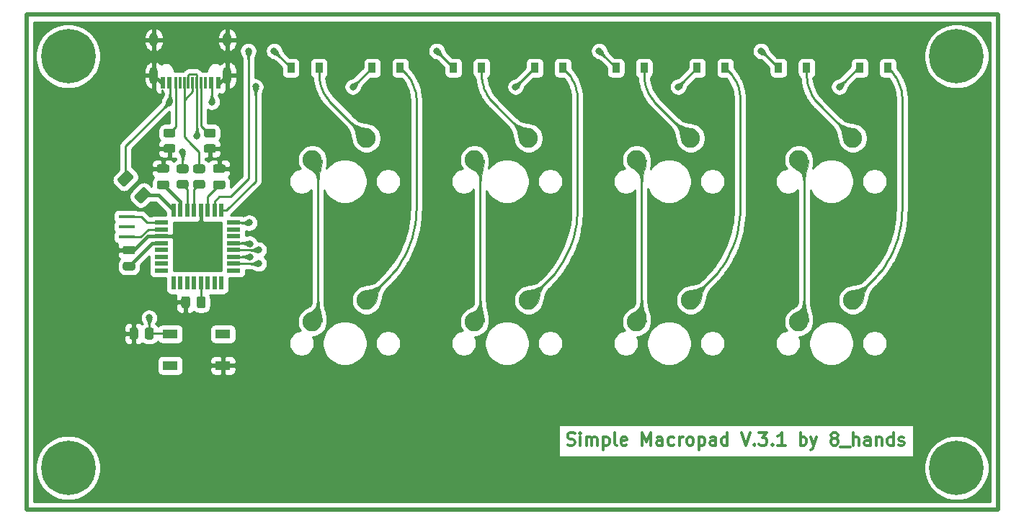
<source format=gtl>
G04 #@! TF.GenerationSoftware,KiCad,Pcbnew,(5.1.10-1-10_14)*
G04 #@! TF.CreationDate,2021-08-26T22:34:32+08:00*
G04 #@! TF.ProjectId,SMP v.2,534d5020-762e-4322-9e6b-696361645f70,rev?*
G04 #@! TF.SameCoordinates,Original*
G04 #@! TF.FileFunction,Copper,L1,Top*
G04 #@! TF.FilePolarity,Positive*
%FSLAX46Y46*%
G04 Gerber Fmt 4.6, Leading zero omitted, Abs format (unit mm)*
G04 Created by KiCad (PCBNEW (5.1.10-1-10_14)) date 2021-08-26 22:34:32*
%MOMM*%
%LPD*%
G01*
G04 APERTURE LIST*
G04 #@! TA.AperFunction,NonConductor*
%ADD10C,0.300000*%
G04 #@! TD*
G04 #@! TA.AperFunction,NonConductor*
%ADD11C,0.500000*%
G04 #@! TD*
G04 #@! TA.AperFunction,SMDPad,CuDef*
%ADD12R,0.550000X1.600000*%
G04 #@! TD*
G04 #@! TA.AperFunction,SMDPad,CuDef*
%ADD13R,1.600000X0.550000*%
G04 #@! TD*
G04 #@! TA.AperFunction,SMDPad,CuDef*
%ADD14R,0.900000X1.200000*%
G04 #@! TD*
G04 #@! TA.AperFunction,ComponentPad*
%ADD15C,2.250000*%
G04 #@! TD*
G04 #@! TA.AperFunction,ComponentPad*
%ADD16C,6.400000*%
G04 #@! TD*
G04 #@! TA.AperFunction,SMDPad,CuDef*
%ADD17R,1.900000X0.400000*%
G04 #@! TD*
G04 #@! TA.AperFunction,SMDPad,CuDef*
%ADD18R,1.800000X1.100000*%
G04 #@! TD*
G04 #@! TA.AperFunction,ComponentPad*
%ADD19O,1.000000X1.600000*%
G04 #@! TD*
G04 #@! TA.AperFunction,ComponentPad*
%ADD20O,1.000000X2.100000*%
G04 #@! TD*
G04 #@! TA.AperFunction,SMDPad,CuDef*
%ADD21R,0.300000X1.450000*%
G04 #@! TD*
G04 #@! TA.AperFunction,SMDPad,CuDef*
%ADD22R,0.600000X1.450000*%
G04 #@! TD*
G04 #@! TA.AperFunction,ViaPad*
%ADD23C,0.800000*%
G04 #@! TD*
G04 #@! TA.AperFunction,Conductor*
%ADD24C,0.254000*%
G04 #@! TD*
G04 #@! TA.AperFunction,Conductor*
%ADD25C,0.381000*%
G04 #@! TD*
G04 #@! TA.AperFunction,Conductor*
%ADD26C,0.100000*%
G04 #@! TD*
G04 #@! TA.AperFunction,Conductor*
%ADD27C,0.025400*%
G04 #@! TD*
G04 APERTURE END LIST*
D10*
X105205145Y-76080702D02*
X105419431Y-76152131D01*
X105776574Y-76152131D01*
X105919431Y-76080702D01*
X105990860Y-76009274D01*
X106062288Y-75866417D01*
X106062288Y-75723560D01*
X105990860Y-75580702D01*
X105919431Y-75509274D01*
X105776574Y-75437845D01*
X105490860Y-75366417D01*
X105348002Y-75294988D01*
X105276574Y-75223560D01*
X105205145Y-75080702D01*
X105205145Y-74937845D01*
X105276574Y-74794988D01*
X105348002Y-74723560D01*
X105490860Y-74652131D01*
X105848002Y-74652131D01*
X106062288Y-74723560D01*
X106705145Y-76152131D02*
X106705145Y-75152131D01*
X106705145Y-74652131D02*
X106633717Y-74723560D01*
X106705145Y-74794988D01*
X106776574Y-74723560D01*
X106705145Y-74652131D01*
X106705145Y-74794988D01*
X107419431Y-76152131D02*
X107419431Y-75152131D01*
X107419431Y-75294988D02*
X107490860Y-75223560D01*
X107633717Y-75152131D01*
X107848002Y-75152131D01*
X107990860Y-75223560D01*
X108062288Y-75366417D01*
X108062288Y-76152131D01*
X108062288Y-75366417D02*
X108133717Y-75223560D01*
X108276574Y-75152131D01*
X108490860Y-75152131D01*
X108633717Y-75223560D01*
X108705145Y-75366417D01*
X108705145Y-76152131D01*
X109419431Y-75152131D02*
X109419431Y-76652131D01*
X109419431Y-75223560D02*
X109562288Y-75152131D01*
X109848002Y-75152131D01*
X109990860Y-75223560D01*
X110062288Y-75294988D01*
X110133717Y-75437845D01*
X110133717Y-75866417D01*
X110062288Y-76009274D01*
X109990860Y-76080702D01*
X109848002Y-76152131D01*
X109562288Y-76152131D01*
X109419431Y-76080702D01*
X110990860Y-76152131D02*
X110848002Y-76080702D01*
X110776574Y-75937845D01*
X110776574Y-74652131D01*
X112133717Y-76080702D02*
X111990860Y-76152131D01*
X111705145Y-76152131D01*
X111562288Y-76080702D01*
X111490860Y-75937845D01*
X111490860Y-75366417D01*
X111562288Y-75223560D01*
X111705145Y-75152131D01*
X111990860Y-75152131D01*
X112133717Y-75223560D01*
X112205145Y-75366417D01*
X112205145Y-75509274D01*
X111490860Y-75652131D01*
X113990860Y-76152131D02*
X113990860Y-74652131D01*
X114490860Y-75723560D01*
X114990860Y-74652131D01*
X114990860Y-76152131D01*
X116348002Y-76152131D02*
X116348002Y-75366417D01*
X116276574Y-75223560D01*
X116133717Y-75152131D01*
X115848002Y-75152131D01*
X115705145Y-75223560D01*
X116348002Y-76080702D02*
X116205145Y-76152131D01*
X115848002Y-76152131D01*
X115705145Y-76080702D01*
X115633717Y-75937845D01*
X115633717Y-75794988D01*
X115705145Y-75652131D01*
X115848002Y-75580702D01*
X116205145Y-75580702D01*
X116348002Y-75509274D01*
X117705145Y-76080702D02*
X117562288Y-76152131D01*
X117276574Y-76152131D01*
X117133717Y-76080702D01*
X117062288Y-76009274D01*
X116990860Y-75866417D01*
X116990860Y-75437845D01*
X117062288Y-75294988D01*
X117133717Y-75223560D01*
X117276574Y-75152131D01*
X117562288Y-75152131D01*
X117705145Y-75223560D01*
X118348002Y-76152131D02*
X118348002Y-75152131D01*
X118348002Y-75437845D02*
X118419431Y-75294988D01*
X118490860Y-75223560D01*
X118633717Y-75152131D01*
X118776574Y-75152131D01*
X119490860Y-76152131D02*
X119348002Y-76080702D01*
X119276574Y-76009274D01*
X119205145Y-75866417D01*
X119205145Y-75437845D01*
X119276574Y-75294988D01*
X119348002Y-75223560D01*
X119490860Y-75152131D01*
X119705145Y-75152131D01*
X119848002Y-75223560D01*
X119919431Y-75294988D01*
X119990860Y-75437845D01*
X119990860Y-75866417D01*
X119919431Y-76009274D01*
X119848002Y-76080702D01*
X119705145Y-76152131D01*
X119490860Y-76152131D01*
X120633717Y-75152131D02*
X120633717Y-76652131D01*
X120633717Y-75223560D02*
X120776574Y-75152131D01*
X121062288Y-75152131D01*
X121205145Y-75223560D01*
X121276574Y-75294988D01*
X121348002Y-75437845D01*
X121348002Y-75866417D01*
X121276574Y-76009274D01*
X121205145Y-76080702D01*
X121062288Y-76152131D01*
X120776574Y-76152131D01*
X120633717Y-76080702D01*
X122633717Y-76152131D02*
X122633717Y-75366417D01*
X122562288Y-75223560D01*
X122419431Y-75152131D01*
X122133717Y-75152131D01*
X121990860Y-75223560D01*
X122633717Y-76080702D02*
X122490860Y-76152131D01*
X122133717Y-76152131D01*
X121990860Y-76080702D01*
X121919431Y-75937845D01*
X121919431Y-75794988D01*
X121990860Y-75652131D01*
X122133717Y-75580702D01*
X122490860Y-75580702D01*
X122633717Y-75509274D01*
X123990860Y-76152131D02*
X123990860Y-74652131D01*
X123990860Y-76080702D02*
X123848002Y-76152131D01*
X123562288Y-76152131D01*
X123419431Y-76080702D01*
X123348002Y-76009274D01*
X123276574Y-75866417D01*
X123276574Y-75437845D01*
X123348002Y-75294988D01*
X123419431Y-75223560D01*
X123562288Y-75152131D01*
X123848002Y-75152131D01*
X123990860Y-75223560D01*
X125633717Y-74652131D02*
X126133717Y-76152131D01*
X126633717Y-74652131D01*
X127133717Y-76009274D02*
X127205145Y-76080702D01*
X127133717Y-76152131D01*
X127062288Y-76080702D01*
X127133717Y-76009274D01*
X127133717Y-76152131D01*
X127705145Y-74652131D02*
X128633717Y-74652131D01*
X128133717Y-75223560D01*
X128348002Y-75223560D01*
X128490860Y-75294988D01*
X128562288Y-75366417D01*
X128633717Y-75509274D01*
X128633717Y-75866417D01*
X128562288Y-76009274D01*
X128490860Y-76080702D01*
X128348002Y-76152131D01*
X127919431Y-76152131D01*
X127776574Y-76080702D01*
X127705145Y-76009274D01*
X129276574Y-76009274D02*
X129348002Y-76080702D01*
X129276574Y-76152131D01*
X129205145Y-76080702D01*
X129276574Y-76009274D01*
X129276574Y-76152131D01*
X130776574Y-76152131D02*
X129919431Y-76152131D01*
X130348002Y-76152131D02*
X130348002Y-74652131D01*
X130205145Y-74866417D01*
X130062288Y-75009274D01*
X129919431Y-75080702D01*
X132562288Y-76152131D02*
X132562288Y-74652131D01*
X132562288Y-75223560D02*
X132705145Y-75152131D01*
X132990860Y-75152131D01*
X133133717Y-75223560D01*
X133205145Y-75294988D01*
X133276574Y-75437845D01*
X133276574Y-75866417D01*
X133205145Y-76009274D01*
X133133717Y-76080702D01*
X132990860Y-76152131D01*
X132705145Y-76152131D01*
X132562288Y-76080702D01*
X133776574Y-75152131D02*
X134133717Y-76152131D01*
X134490860Y-75152131D02*
X134133717Y-76152131D01*
X133990860Y-76509274D01*
X133919431Y-76580702D01*
X133776574Y-76652131D01*
X136419431Y-75294988D02*
X136276574Y-75223560D01*
X136205145Y-75152131D01*
X136133717Y-75009274D01*
X136133717Y-74937845D01*
X136205145Y-74794988D01*
X136276574Y-74723560D01*
X136419431Y-74652131D01*
X136705145Y-74652131D01*
X136848002Y-74723560D01*
X136919431Y-74794988D01*
X136990860Y-74937845D01*
X136990860Y-75009274D01*
X136919431Y-75152131D01*
X136848002Y-75223560D01*
X136705145Y-75294988D01*
X136419431Y-75294988D01*
X136276574Y-75366417D01*
X136205145Y-75437845D01*
X136133717Y-75580702D01*
X136133717Y-75866417D01*
X136205145Y-76009274D01*
X136276574Y-76080702D01*
X136419431Y-76152131D01*
X136705145Y-76152131D01*
X136848002Y-76080702D01*
X136919431Y-76009274D01*
X136990860Y-75866417D01*
X136990860Y-75580702D01*
X136919431Y-75437845D01*
X136848002Y-75366417D01*
X136705145Y-75294988D01*
X137276574Y-76294988D02*
X138419431Y-76294988D01*
X138776574Y-76152131D02*
X138776574Y-74652131D01*
X139419431Y-76152131D02*
X139419431Y-75366417D01*
X139348002Y-75223560D01*
X139205145Y-75152131D01*
X138990860Y-75152131D01*
X138848002Y-75223560D01*
X138776574Y-75294988D01*
X140776574Y-76152131D02*
X140776574Y-75366417D01*
X140705145Y-75223560D01*
X140562288Y-75152131D01*
X140276574Y-75152131D01*
X140133717Y-75223560D01*
X140776574Y-76080702D02*
X140633717Y-76152131D01*
X140276574Y-76152131D01*
X140133717Y-76080702D01*
X140062288Y-75937845D01*
X140062288Y-75794988D01*
X140133717Y-75652131D01*
X140276574Y-75580702D01*
X140633717Y-75580702D01*
X140776574Y-75509274D01*
X141490860Y-75152131D02*
X141490860Y-76152131D01*
X141490860Y-75294988D02*
X141562288Y-75223560D01*
X141705145Y-75152131D01*
X141919431Y-75152131D01*
X142062288Y-75223560D01*
X142133717Y-75366417D01*
X142133717Y-76152131D01*
X143490860Y-76152131D02*
X143490860Y-74652131D01*
X143490860Y-76080702D02*
X143348002Y-76152131D01*
X143062288Y-76152131D01*
X142919431Y-76080702D01*
X142848002Y-76009274D01*
X142776574Y-75866417D01*
X142776574Y-75437845D01*
X142848002Y-75294988D01*
X142919431Y-75223560D01*
X143062288Y-75152131D01*
X143348002Y-75152131D01*
X143490860Y-75223560D01*
X144133717Y-76080702D02*
X144276574Y-76152131D01*
X144562288Y-76152131D01*
X144705145Y-76080702D01*
X144776574Y-75937845D01*
X144776574Y-75866417D01*
X144705145Y-75723560D01*
X144562288Y-75652131D01*
X144348002Y-75652131D01*
X144205145Y-75580702D01*
X144133717Y-75437845D01*
X144133717Y-75366417D01*
X144205145Y-75223560D01*
X144348002Y-75152131D01*
X144562288Y-75152131D01*
X144705145Y-75223560D01*
D11*
X41640760Y-83677760D02*
X155778200Y-83677760D01*
X41641840Y-25488900D02*
X155778200Y-25488900D01*
X155778200Y-83677760D02*
X155778200Y-25488900D01*
X41640760Y-83677760D02*
X41641840Y-25488900D01*
D12*
X58922000Y-48505800D03*
X59722000Y-48505800D03*
X60522000Y-48505800D03*
X61322000Y-48505800D03*
X62122000Y-48505800D03*
X62922000Y-48505800D03*
X63722000Y-48505800D03*
X64522000Y-48505800D03*
D13*
X65972000Y-49955800D03*
X65972000Y-50755800D03*
X65972000Y-51555800D03*
X65972000Y-52355800D03*
X65972000Y-53155800D03*
X65972000Y-53955800D03*
X65972000Y-54755800D03*
X65972000Y-55555800D03*
D12*
X64522000Y-57005800D03*
X63722000Y-57005800D03*
X62922000Y-57005800D03*
X62122000Y-57005800D03*
X61322000Y-57005800D03*
X60522000Y-57005800D03*
X59722000Y-57005800D03*
X58922000Y-57005800D03*
D13*
X57472000Y-55555800D03*
X57472000Y-54755800D03*
X57472000Y-53955800D03*
X57472000Y-53155800D03*
X57472000Y-52355800D03*
X57472000Y-51555800D03*
X57472000Y-50755800D03*
X57472000Y-49955800D03*
D14*
X123738350Y-31732220D03*
X120438350Y-31732220D03*
X104642346Y-31732220D03*
X101342346Y-31732220D03*
X114190348Y-31732220D03*
X110890348Y-31732220D03*
X95094344Y-31732220D03*
X91794344Y-31732220D03*
X142834360Y-31732220D03*
X139534360Y-31732220D03*
X85546342Y-31732220D03*
X82246342Y-31732220D03*
X133286352Y-31732220D03*
X129986352Y-31732220D03*
X75998340Y-31732220D03*
X72698340Y-31732220D03*
D15*
X132375900Y-61596300D03*
X138725900Y-59056300D03*
D16*
X46528800Y-78790800D03*
X46528800Y-30378400D03*
X150901400Y-78790800D03*
X150901400Y-30378400D03*
D17*
X53416200Y-51619000D03*
X53416200Y-50419000D03*
X53416200Y-49219000D03*
D18*
X64720400Y-66747000D03*
X58520400Y-63047000D03*
X64720400Y-63047000D03*
X58520400Y-66747000D03*
G04 #@! TA.AperFunction,SMDPad,CuDef*
G36*
G01*
X61641300Y-59759002D02*
X61641300Y-58858998D01*
G75*
G02*
X61891298Y-58609000I249998J0D01*
G01*
X62416302Y-58609000D01*
G75*
G02*
X62666300Y-58858998I0J-249998D01*
G01*
X62666300Y-59759002D01*
G75*
G02*
X62416302Y-60009000I-249998J0D01*
G01*
X61891298Y-60009000D01*
G75*
G02*
X61641300Y-59759002I0J249998D01*
G01*
G37*
G04 #@! TD.AperFunction*
G04 #@! TA.AperFunction,SMDPad,CuDef*
G36*
G01*
X59816300Y-59759002D02*
X59816300Y-58858998D01*
G75*
G02*
X60066298Y-58609000I249998J0D01*
G01*
X60591302Y-58609000D01*
G75*
G02*
X60841300Y-58858998I0J-249998D01*
G01*
X60841300Y-59759002D01*
G75*
G02*
X60591302Y-60009000I-249998J0D01*
G01*
X60066298Y-60009000D01*
G75*
G02*
X59816300Y-59759002I0J249998D01*
G01*
G37*
G04 #@! TD.AperFunction*
G04 #@! TA.AperFunction,SMDPad,CuDef*
G36*
G01*
X58872542Y-39924400D02*
X57972538Y-39924400D01*
G75*
G02*
X57722540Y-39674402I0J249998D01*
G01*
X57722540Y-39149398D01*
G75*
G02*
X57972538Y-38899400I249998J0D01*
G01*
X58872542Y-38899400D01*
G75*
G02*
X59122540Y-39149398I0J-249998D01*
G01*
X59122540Y-39674402D01*
G75*
G02*
X58872542Y-39924400I-249998J0D01*
G01*
G37*
G04 #@! TD.AperFunction*
G04 #@! TA.AperFunction,SMDPad,CuDef*
G36*
G01*
X58872542Y-41749400D02*
X57972538Y-41749400D01*
G75*
G02*
X57722540Y-41499402I0J249998D01*
G01*
X57722540Y-40974398D01*
G75*
G02*
X57972538Y-40724400I249998J0D01*
G01*
X58872542Y-40724400D01*
G75*
G02*
X59122540Y-40974398I0J-249998D01*
G01*
X59122540Y-41499402D01*
G75*
G02*
X58872542Y-41749400I-249998J0D01*
G01*
G37*
G04 #@! TD.AperFunction*
G04 #@! TA.AperFunction,SMDPad,CuDef*
G36*
G01*
X63629962Y-39924400D02*
X62729958Y-39924400D01*
G75*
G02*
X62479960Y-39674402I0J249998D01*
G01*
X62479960Y-39149398D01*
G75*
G02*
X62729958Y-38899400I249998J0D01*
G01*
X63629962Y-38899400D01*
G75*
G02*
X63879960Y-39149398I0J-249998D01*
G01*
X63879960Y-39674402D01*
G75*
G02*
X63629962Y-39924400I-249998J0D01*
G01*
G37*
G04 #@! TD.AperFunction*
G04 #@! TA.AperFunction,SMDPad,CuDef*
G36*
G01*
X63629962Y-41749400D02*
X62729958Y-41749400D01*
G75*
G02*
X62479960Y-41499402I0J249998D01*
G01*
X62479960Y-40974398D01*
G75*
G02*
X62729958Y-40724400I249998J0D01*
G01*
X63629962Y-40724400D01*
G75*
G02*
X63879960Y-40974398I0J-249998D01*
G01*
X63879960Y-41499402D01*
G75*
G02*
X63629962Y-41749400I-249998J0D01*
G01*
G37*
G04 #@! TD.AperFunction*
G04 #@! TA.AperFunction,SMDPad,CuDef*
G36*
G01*
X60419402Y-44124300D02*
X59519398Y-44124300D01*
G75*
G02*
X59269400Y-43874302I0J249998D01*
G01*
X59269400Y-43349298D01*
G75*
G02*
X59519398Y-43099300I249998J0D01*
G01*
X60419402Y-43099300D01*
G75*
G02*
X60669400Y-43349298I0J-249998D01*
G01*
X60669400Y-43874302D01*
G75*
G02*
X60419402Y-44124300I-249998J0D01*
G01*
G37*
G04 #@! TD.AperFunction*
G04 #@! TA.AperFunction,SMDPad,CuDef*
G36*
G01*
X60419402Y-45949300D02*
X59519398Y-45949300D01*
G75*
G02*
X59269400Y-45699302I0J249998D01*
G01*
X59269400Y-45174298D01*
G75*
G02*
X59519398Y-44924300I249998J0D01*
G01*
X60419402Y-44924300D01*
G75*
G02*
X60669400Y-45174298I0J-249998D01*
G01*
X60669400Y-45699302D01*
G75*
G02*
X60419402Y-45949300I-249998J0D01*
G01*
G37*
G04 #@! TD.AperFunction*
G04 #@! TA.AperFunction,SMDPad,CuDef*
G36*
G01*
X62375202Y-44124300D02*
X61475198Y-44124300D01*
G75*
G02*
X61225200Y-43874302I0J249998D01*
G01*
X61225200Y-43349298D01*
G75*
G02*
X61475198Y-43099300I249998J0D01*
G01*
X62375202Y-43099300D01*
G75*
G02*
X62625200Y-43349298I0J-249998D01*
G01*
X62625200Y-43874302D01*
G75*
G02*
X62375202Y-44124300I-249998J0D01*
G01*
G37*
G04 #@! TD.AperFunction*
G04 #@! TA.AperFunction,SMDPad,CuDef*
G36*
G01*
X62375202Y-45949300D02*
X61475198Y-45949300D01*
G75*
G02*
X61225200Y-45699302I0J249998D01*
G01*
X61225200Y-45174298D01*
G75*
G02*
X61475198Y-44924300I249998J0D01*
G01*
X62375202Y-44924300D01*
G75*
G02*
X62625200Y-45174298I0J-249998D01*
G01*
X62625200Y-45699302D01*
G75*
G02*
X62375202Y-45949300I-249998J0D01*
G01*
G37*
G04 #@! TD.AperFunction*
G04 #@! TA.AperFunction,SMDPad,CuDef*
G36*
G01*
X55552920Y-63444542D02*
X55552920Y-62544538D01*
G75*
G02*
X55802918Y-62294540I249998J0D01*
G01*
X56327922Y-62294540D01*
G75*
G02*
X56577920Y-62544538I0J-249998D01*
G01*
X56577920Y-63444542D01*
G75*
G02*
X56327922Y-63694540I-249998J0D01*
G01*
X55802918Y-63694540D01*
G75*
G02*
X55552920Y-63444542I0J249998D01*
G01*
G37*
G04 #@! TD.AperFunction*
G04 #@! TA.AperFunction,SMDPad,CuDef*
G36*
G01*
X53727920Y-63444542D02*
X53727920Y-62544538D01*
G75*
G02*
X53977918Y-62294540I249998J0D01*
G01*
X54502922Y-62294540D01*
G75*
G02*
X54752920Y-62544538I0J-249998D01*
G01*
X54752920Y-63444542D01*
G75*
G02*
X54502922Y-63694540I-249998J0D01*
G01*
X53977918Y-63694540D01*
G75*
G02*
X53727920Y-63444542I0J249998D01*
G01*
G37*
G04 #@! TD.AperFunction*
D19*
X56592400Y-28439400D03*
X65232400Y-28439400D03*
D20*
X65232400Y-32619400D03*
X56592400Y-32619400D03*
D21*
X61162400Y-33534400D03*
X59162400Y-33534400D03*
X59662400Y-33534400D03*
X60162400Y-33534400D03*
X60662400Y-33534400D03*
X61662400Y-33534400D03*
X62162400Y-33534400D03*
X62662400Y-33534400D03*
D22*
X57662400Y-33534400D03*
X58462400Y-33534400D03*
X63362400Y-33534400D03*
X64162400Y-33534400D03*
X64162400Y-33534400D03*
X63362400Y-33534400D03*
X58462400Y-33534400D03*
X57662400Y-33534400D03*
G04 #@! TA.AperFunction,SMDPad,CuDef*
G36*
G01*
X54154066Y-44743402D02*
X53270182Y-45627286D01*
G75*
G02*
X52916628Y-45627286I-176777J176777D01*
G01*
X52386298Y-45096956D01*
G75*
G02*
X52386298Y-44743402I176777J176777D01*
G01*
X53270182Y-43859518D01*
G75*
G02*
X53623736Y-43859518I176777J-176777D01*
G01*
X54154066Y-44389848D01*
G75*
G02*
X54154066Y-44743402I-176777J-176777D01*
G01*
G37*
G04 #@! TD.AperFunction*
G04 #@! TA.AperFunction,SMDPad,CuDef*
G36*
G01*
X56133964Y-46723300D02*
X55250080Y-47607184D01*
G75*
G02*
X54896526Y-47607184I-176777J176777D01*
G01*
X54366196Y-47076854D01*
G75*
G02*
X54366196Y-46723300I176777J176777D01*
G01*
X55250080Y-45839416D01*
G75*
G02*
X55603634Y-45839416I176777J-176777D01*
G01*
X56133964Y-46369746D01*
G75*
G02*
X56133964Y-46723300I-176777J-176777D01*
G01*
G37*
G04 #@! TD.AperFunction*
G04 #@! TA.AperFunction,SMDPad,CuDef*
G36*
G01*
X54150280Y-53674820D02*
X53200280Y-53674820D01*
G75*
G02*
X52950280Y-53424820I0J250000D01*
G01*
X52950280Y-52924820D01*
G75*
G02*
X53200280Y-52674820I250000J0D01*
G01*
X54150280Y-52674820D01*
G75*
G02*
X54400280Y-52924820I0J-250000D01*
G01*
X54400280Y-53424820D01*
G75*
G02*
X54150280Y-53674820I-250000J0D01*
G01*
G37*
G04 #@! TD.AperFunction*
G04 #@! TA.AperFunction,SMDPad,CuDef*
G36*
G01*
X54150280Y-55574820D02*
X53200280Y-55574820D01*
G75*
G02*
X52950280Y-55324820I0J250000D01*
G01*
X52950280Y-54824820D01*
G75*
G02*
X53200280Y-54574820I250000J0D01*
G01*
X54150280Y-54574820D01*
G75*
G02*
X54400280Y-54824820I0J-250000D01*
G01*
X54400280Y-55324820D01*
G75*
G02*
X54150280Y-55574820I-250000J0D01*
G01*
G37*
G04 #@! TD.AperFunction*
G04 #@! TA.AperFunction,SMDPad,CuDef*
G36*
G01*
X58158400Y-44091400D02*
X57208400Y-44091400D01*
G75*
G02*
X56958400Y-43841400I0J250000D01*
G01*
X56958400Y-43341400D01*
G75*
G02*
X57208400Y-43091400I250000J0D01*
G01*
X58158400Y-43091400D01*
G75*
G02*
X58408400Y-43341400I0J-250000D01*
G01*
X58408400Y-43841400D01*
G75*
G02*
X58158400Y-44091400I-250000J0D01*
G01*
G37*
G04 #@! TD.AperFunction*
G04 #@! TA.AperFunction,SMDPad,CuDef*
G36*
G01*
X58158400Y-45991400D02*
X57208400Y-45991400D01*
G75*
G02*
X56958400Y-45741400I0J250000D01*
G01*
X56958400Y-45241400D01*
G75*
G02*
X57208400Y-44991400I250000J0D01*
G01*
X58158400Y-44991400D01*
G75*
G02*
X58408400Y-45241400I0J-250000D01*
G01*
X58408400Y-45741400D01*
G75*
G02*
X58158400Y-45991400I-250000J0D01*
G01*
G37*
G04 #@! TD.AperFunction*
G04 #@! TA.AperFunction,SMDPad,CuDef*
G36*
G01*
X64762400Y-44091400D02*
X63812400Y-44091400D01*
G75*
G02*
X63562400Y-43841400I0J250000D01*
G01*
X63562400Y-43341400D01*
G75*
G02*
X63812400Y-43091400I250000J0D01*
G01*
X64762400Y-43091400D01*
G75*
G02*
X65012400Y-43341400I0J-250000D01*
G01*
X65012400Y-43841400D01*
G75*
G02*
X64762400Y-44091400I-250000J0D01*
G01*
G37*
G04 #@! TD.AperFunction*
G04 #@! TA.AperFunction,SMDPad,CuDef*
G36*
G01*
X64762400Y-45991400D02*
X63812400Y-45991400D01*
G75*
G02*
X63562400Y-45741400I0J250000D01*
G01*
X63562400Y-45241400D01*
G75*
G02*
X63812400Y-44991400I250000J0D01*
G01*
X64762400Y-44991400D01*
G75*
G02*
X65012400Y-45241400I0J-250000D01*
G01*
X65012400Y-45741400D01*
G75*
G02*
X64762400Y-45991400I-250000J0D01*
G01*
G37*
G04 #@! TD.AperFunction*
D15*
X113325900Y-61596300D03*
X119675900Y-59056300D03*
X94275900Y-61596300D03*
X100625900Y-59056300D03*
X75225900Y-61596300D03*
X81575900Y-59056300D03*
X132375900Y-42546300D03*
X138725900Y-40006300D03*
X113325900Y-42546300D03*
X119675900Y-40006300D03*
X94275900Y-42546300D03*
X100625900Y-40006300D03*
X75225900Y-42546300D03*
X81575900Y-40006300D03*
D23*
X137137140Y-33964880D03*
X68552620Y-33959800D03*
X79984600Y-33964880D03*
X99087940Y-33964880D03*
X118216680Y-33964880D03*
X108920280Y-29763720D03*
X127934720Y-29761180D03*
X89849960Y-29763720D03*
X67703700Y-29758640D03*
X70723760Y-29763720D03*
X68910200Y-54762400D03*
X67884040Y-53959760D03*
X68910200Y-53152040D03*
X67871340Y-52420900D03*
X63406022Y-35745420D03*
X58433503Y-35745417D03*
X59969400Y-41656004D03*
X61658499Y-39766241D03*
X56040020Y-61127640D03*
X67804378Y-49955800D03*
D24*
X77412553Y-35842953D02*
X81575900Y-40006300D01*
X77412553Y-35842953D02*
X77249138Y-35671312D01*
X77249138Y-35671312D02*
X77094341Y-35491861D01*
X77094341Y-35491861D02*
X76948537Y-35305030D01*
X76948537Y-35305030D02*
X76812076Y-35111269D01*
X76812076Y-35111269D02*
X76685286Y-34911047D01*
X76685286Y-34911047D02*
X76568474Y-34704844D01*
X76568474Y-34704844D02*
X76461920Y-34493158D01*
X76461920Y-34493158D02*
X76365881Y-34276498D01*
X76365881Y-34276498D02*
X76280589Y-34055387D01*
X76280589Y-34055387D02*
X76206250Y-33830358D01*
X76206250Y-33830358D02*
X76143041Y-33601951D01*
X76143041Y-33601951D02*
X76091116Y-33370719D01*
X76091116Y-33370719D02*
X76050600Y-33137217D01*
X76050600Y-33137217D02*
X76021589Y-32902008D01*
X76021589Y-32902008D02*
X76004155Y-32665659D01*
X76004155Y-32665659D02*
X75998340Y-32428740D01*
X75998340Y-32428740D02*
X75998340Y-31732220D01*
X139369800Y-31732220D02*
X137137140Y-33964880D01*
X139534360Y-31732220D02*
X139369800Y-31732220D01*
X82217260Y-31732220D02*
X79984600Y-33964880D01*
X82246342Y-31732220D02*
X82217260Y-31732220D01*
X101342346Y-31732220D02*
X101320600Y-31732220D01*
X101320600Y-31732220D02*
X99087940Y-33964880D01*
X120438350Y-31743210D02*
X118216680Y-33964880D01*
X120438350Y-31732220D02*
X120438350Y-31743210D01*
X68557140Y-33964320D02*
X68552620Y-33959800D01*
X68557140Y-45062140D02*
X68557140Y-33964320D01*
X65113480Y-48505800D02*
X68557140Y-45062140D01*
X64522000Y-48505800D02*
X65113480Y-48505800D01*
X134700565Y-35980965D02*
X138725900Y-40006300D01*
X134700565Y-35980965D02*
X134537150Y-35809324D01*
X134537150Y-35809324D02*
X134382353Y-35629873D01*
X134382353Y-35629873D02*
X134236549Y-35443042D01*
X134236549Y-35443042D02*
X134100088Y-35249281D01*
X134100088Y-35249281D02*
X133973298Y-35049059D01*
X133973298Y-35049059D02*
X133856486Y-34842856D01*
X133856486Y-34842856D02*
X133749932Y-34631170D01*
X133749932Y-34631170D02*
X133653893Y-34414510D01*
X133653893Y-34414510D02*
X133568601Y-34193399D01*
X133568601Y-34193399D02*
X133494262Y-33968370D01*
X133494262Y-33968370D02*
X133431053Y-33739963D01*
X133431053Y-33739963D02*
X133379128Y-33508731D01*
X133379128Y-33508731D02*
X133338612Y-33275229D01*
X133338612Y-33275229D02*
X133309601Y-33040020D01*
X133309601Y-33040020D02*
X133292167Y-32803671D01*
X133292167Y-32803671D02*
X133286352Y-32566752D01*
X133286352Y-32566752D02*
X133286352Y-31732220D01*
X83896346Y-56735853D02*
X81575900Y-59056300D01*
X83896346Y-56735853D02*
X84304883Y-56306752D01*
X84304883Y-56306752D02*
X84691873Y-55858123D01*
X84691873Y-55858123D02*
X85056384Y-55391045D01*
X85056384Y-55391045D02*
X85397537Y-54906645D01*
X85397537Y-54906645D02*
X85714512Y-54406088D01*
X85714512Y-54406088D02*
X86006543Y-53890581D01*
X86006543Y-53890581D02*
X86272928Y-53361365D01*
X86272928Y-53361365D02*
X86513024Y-52819717D01*
X86513024Y-52819717D02*
X86726254Y-52266939D01*
X86726254Y-52266939D02*
X86912103Y-51704365D01*
X86912103Y-51704365D02*
X87070125Y-51133349D01*
X87070125Y-51133349D02*
X87199937Y-50555268D01*
X87199937Y-50555268D02*
X87301228Y-49971513D01*
X87301228Y-49971513D02*
X87373754Y-49383491D01*
X87373754Y-49383491D02*
X87417339Y-48792619D01*
X87417339Y-48792619D02*
X87431880Y-48200320D01*
X86017666Y-32203544D02*
X85546342Y-31732220D01*
X86017666Y-32203544D02*
X86181080Y-32375184D01*
X86181080Y-32375184D02*
X86335877Y-32554635D01*
X86335877Y-32554635D02*
X86481681Y-32741466D01*
X86481681Y-32741466D02*
X86618142Y-32935227D01*
X86618142Y-32935227D02*
X86744932Y-33135450D01*
X86744932Y-33135450D02*
X86861745Y-33341652D01*
X86861745Y-33341652D02*
X86968298Y-33553339D01*
X86968298Y-33553339D02*
X87064337Y-33769998D01*
X87064337Y-33769998D02*
X87149629Y-33991109D01*
X87149629Y-33991109D02*
X87223969Y-34216139D01*
X87223969Y-34216139D02*
X87287177Y-34444545D01*
X87287177Y-34444545D02*
X87339102Y-34675778D01*
X87339102Y-34675778D02*
X87379619Y-34909280D01*
X87379619Y-34909280D02*
X87408629Y-35144489D01*
X87408629Y-35144489D02*
X87426063Y-35380838D01*
X87426063Y-35380838D02*
X87431880Y-35617758D01*
X87431880Y-35617758D02*
X87431880Y-48200320D01*
X144498060Y-35395920D02*
X144492243Y-35159000D01*
X144492243Y-35159000D02*
X144474809Y-34922651D01*
X144474809Y-34922651D02*
X144445799Y-34687442D01*
X144445799Y-34687442D02*
X144405283Y-34453940D01*
X144405283Y-34453940D02*
X144353358Y-34222707D01*
X144353358Y-34222707D02*
X144290149Y-33994301D01*
X144290149Y-33994301D02*
X144215809Y-33769271D01*
X144215809Y-33769271D02*
X144130517Y-33548160D01*
X144130517Y-33548160D02*
X144034479Y-33331501D01*
X144034479Y-33331501D02*
X143927925Y-33119814D01*
X143927925Y-33119814D02*
X143811112Y-32913611D01*
X143811112Y-32913611D02*
X143684323Y-32713389D01*
X143684323Y-32713389D02*
X143547861Y-32519628D01*
X143547861Y-32519628D02*
X143402057Y-32332797D01*
X143402057Y-32332797D02*
X143247261Y-32153345D01*
X143247261Y-32153345D02*
X143083846Y-31981706D01*
X143083846Y-31981706D02*
X142834360Y-31732220D01*
X140962526Y-56819673D02*
X138725900Y-59056300D01*
X140962526Y-56819673D02*
X141371063Y-56390572D01*
X141371063Y-56390572D02*
X141758053Y-55941943D01*
X141758053Y-55941943D02*
X142122564Y-55474865D01*
X142122564Y-55474865D02*
X142463717Y-54990465D01*
X142463717Y-54990465D02*
X142780692Y-54489908D01*
X142780692Y-54489908D02*
X143072723Y-53974401D01*
X143072723Y-53974401D02*
X143339108Y-53445185D01*
X143339108Y-53445185D02*
X143579204Y-52903537D01*
X143579204Y-52903537D02*
X143792434Y-52350759D01*
X143792434Y-52350759D02*
X143978283Y-51788185D01*
X143978283Y-51788185D02*
X144136305Y-51217169D01*
X144136305Y-51217169D02*
X144266117Y-50639088D01*
X144266117Y-50639088D02*
X144367408Y-50055333D01*
X144367408Y-50055333D02*
X144439934Y-49467311D01*
X144439934Y-49467311D02*
X144483519Y-48876439D01*
X144483519Y-48876439D02*
X144498060Y-48284140D01*
X144498060Y-48284140D02*
X144498060Y-35395920D01*
X110888780Y-31732220D02*
X108920280Y-29763720D01*
X110890348Y-31732220D02*
X110888780Y-31732220D01*
X129986352Y-31732220D02*
X128015312Y-29761180D01*
X128015312Y-29761180D02*
X127934720Y-29761180D01*
X91794344Y-31732220D02*
X91794344Y-31708104D01*
X91794344Y-31708104D02*
X89849960Y-29763720D01*
X72698340Y-31732220D02*
X72692260Y-31732220D01*
X72692260Y-31732220D02*
X70723760Y-29763720D01*
X65603120Y-46890940D02*
X67703700Y-44790360D01*
X64282860Y-46890940D02*
X65603120Y-46890940D01*
X63722000Y-47451800D02*
X64282860Y-46890940D01*
X67703700Y-44790360D02*
X67703700Y-29758640D01*
X63722000Y-48505800D02*
X63722000Y-47451800D01*
X65978600Y-54762400D02*
X65972000Y-54755800D01*
X68910200Y-54762400D02*
X65978600Y-54762400D01*
X75867260Y-60954940D02*
X75225900Y-61596300D01*
X75867260Y-43187660D02*
X75867260Y-60954940D01*
X75225900Y-42546300D02*
X75867260Y-43187660D01*
X66003600Y-53924200D02*
X65972000Y-53955800D01*
X65975960Y-53959760D02*
X65972000Y-53955800D01*
X67884040Y-53959760D02*
X65975960Y-53959760D01*
X94950280Y-60921920D02*
X94275900Y-61596300D01*
X94950280Y-43220680D02*
X94950280Y-60921920D01*
X94275900Y-42546300D02*
X94950280Y-43220680D01*
X65975760Y-53152040D02*
X65972000Y-53155800D01*
X68889880Y-53152040D02*
X65975760Y-53152040D01*
X113898680Y-61023520D02*
X113325900Y-61596300D01*
X113898680Y-43119080D02*
X113898680Y-61023520D01*
X113325900Y-42546300D02*
X113898680Y-43119080D01*
X65972000Y-52355800D02*
X67806240Y-52355800D01*
X67806240Y-52355800D02*
X67871340Y-52420900D01*
X133007100Y-43177500D02*
X133007100Y-60965100D01*
X133007100Y-60965100D02*
X132375900Y-61596300D01*
X132375900Y-42546300D02*
X133007100Y-43177500D01*
X55086400Y-49219000D02*
X53416200Y-49219000D01*
X55823200Y-49955800D02*
X55086400Y-49219000D01*
X57472000Y-49955800D02*
X55823200Y-49955800D01*
D25*
X60253000Y-51555800D02*
X57472000Y-51555800D01*
X62122000Y-49686800D02*
X60253000Y-51555800D01*
X62122000Y-48505800D02*
X62122000Y-49686800D01*
X54237048Y-53174820D02*
X53675280Y-53174820D01*
X57472000Y-51555800D02*
X55856068Y-51555800D01*
X55856068Y-51555800D02*
X54237048Y-53174820D01*
X55928128Y-51555800D02*
X57472000Y-51555800D01*
X57507400Y-33534400D02*
X56592400Y-32619400D01*
X57662400Y-33534400D02*
X57507400Y-33534400D01*
X64317400Y-33534400D02*
X65232400Y-32619400D01*
X64162400Y-33534400D02*
X64317400Y-33534400D01*
X56592400Y-32619400D02*
X56592400Y-28439400D01*
X65232400Y-28439400D02*
X65232400Y-32619400D01*
D24*
X62922000Y-46856800D02*
X62922000Y-48505800D01*
X64287400Y-45491400D02*
X62922000Y-46856800D01*
D25*
X59722000Y-47504600D02*
X59722000Y-48505800D01*
X57708800Y-45491400D02*
X59722000Y-47504600D01*
X57683400Y-45491400D02*
X57708800Y-45491400D01*
X57139500Y-46723300D02*
X58922000Y-48505800D01*
X55250080Y-46723300D02*
X57139500Y-46723300D01*
X57472000Y-52355800D02*
X56394300Y-52355800D01*
X56394300Y-52355800D02*
X53675280Y-55074820D01*
D24*
X63562400Y-35749400D02*
X63558420Y-35745420D01*
X63558420Y-35745420D02*
X63406022Y-35745420D01*
X58653180Y-35745420D02*
X58483500Y-35745420D01*
X58483500Y-35745420D02*
X58483503Y-35745417D01*
X53270182Y-44743402D02*
X53270182Y-40958738D01*
X53270182Y-40958738D02*
X58483503Y-35745417D01*
X63406022Y-33578022D02*
X63362400Y-33534400D01*
X63406022Y-35745420D02*
X63406022Y-33578022D01*
X58483503Y-33555503D02*
X58462400Y-33534400D01*
X58483503Y-35745417D02*
X58483503Y-33555503D01*
X63016120Y-39411900D02*
X63179960Y-39411900D01*
X62162400Y-38558180D02*
X63016120Y-39411900D01*
X62162400Y-33534400D02*
X62162400Y-38558180D01*
X59969400Y-41656004D02*
X59969400Y-43611800D01*
X61662400Y-32570798D02*
X61662400Y-33534400D01*
X60750799Y-32482399D02*
X61574001Y-32482399D01*
X60662400Y-32570798D02*
X60750799Y-32482399D01*
X61574001Y-32482399D02*
X61662400Y-32570798D01*
X60662400Y-33534400D02*
X60662400Y-32570798D01*
X61862400Y-39763002D02*
X61661738Y-39763002D01*
X61661738Y-39763002D02*
X61658499Y-39766241D01*
X61662400Y-33534400D02*
X61662400Y-39762340D01*
X61662400Y-39762340D02*
X61658499Y-39766241D01*
X62026800Y-43510200D02*
X61925200Y-43611800D01*
X61925200Y-41630600D02*
X61925200Y-43611800D01*
X60162400Y-39867800D02*
X60970160Y-40675560D01*
X60970160Y-40675560D02*
X61925200Y-41630600D01*
X60350400Y-40055800D02*
X60970160Y-40675560D01*
X60265700Y-35410100D02*
X60162400Y-35410100D01*
X61162400Y-33534400D02*
X61162400Y-34513400D01*
X61162400Y-34513400D02*
X60265700Y-35410100D01*
X60162400Y-35410100D02*
X60162400Y-39867800D01*
X60162400Y-33534400D02*
X60162400Y-35410100D01*
X59162400Y-38672040D02*
X58422540Y-39411900D01*
X59162400Y-33534400D02*
X59162400Y-38672040D01*
X58746700Y-63019300D02*
X58774400Y-63047000D01*
X58467940Y-62994540D02*
X58520400Y-63047000D01*
X56065420Y-62994540D02*
X58467940Y-62994540D01*
X56040020Y-61127640D02*
X56040020Y-62969140D01*
X56040020Y-62969140D02*
X56065420Y-62994540D01*
X65972000Y-49955800D02*
X67804378Y-49955800D01*
X61322000Y-46040000D02*
X61322000Y-48505800D01*
X61925200Y-45436800D02*
X61322000Y-46040000D01*
X60522000Y-45989400D02*
X60522000Y-48505800D01*
X59969400Y-45436800D02*
X60522000Y-45989400D01*
X62122000Y-59277200D02*
X62153800Y-59309000D01*
X62122000Y-57005800D02*
X62122000Y-59277200D01*
X96508557Y-35888957D02*
X100625900Y-40006300D01*
X96508557Y-35888957D02*
X96345142Y-35717316D01*
X96345142Y-35717316D02*
X96190345Y-35537865D01*
X96190345Y-35537865D02*
X96044541Y-35351034D01*
X96044541Y-35351034D02*
X95908080Y-35157273D01*
X95908080Y-35157273D02*
X95781290Y-34957051D01*
X95781290Y-34957051D02*
X95664478Y-34750848D01*
X95664478Y-34750848D02*
X95557924Y-34539162D01*
X95557924Y-34539162D02*
X95461885Y-34322502D01*
X95461885Y-34322502D02*
X95376593Y-34101391D01*
X95376593Y-34101391D02*
X95302254Y-33876362D01*
X95302254Y-33876362D02*
X95239045Y-33647955D01*
X95239045Y-33647955D02*
X95187120Y-33416723D01*
X95187120Y-33416723D02*
X95146604Y-33183221D01*
X95146604Y-33183221D02*
X95117593Y-32948012D01*
X95117593Y-32948012D02*
X95100159Y-32711663D01*
X95100159Y-32711663D02*
X95094344Y-32474744D01*
X95094344Y-32474744D02*
X95094344Y-31732220D01*
X115604561Y-35934961D02*
X119675900Y-40006300D01*
X115604561Y-35934961D02*
X115441146Y-35763320D01*
X115441146Y-35763320D02*
X115286349Y-35583869D01*
X115286349Y-35583869D02*
X115140545Y-35397038D01*
X115140545Y-35397038D02*
X115004084Y-35203277D01*
X115004084Y-35203277D02*
X114877294Y-35003055D01*
X114877294Y-35003055D02*
X114760482Y-34796852D01*
X114760482Y-34796852D02*
X114653928Y-34585166D01*
X114653928Y-34585166D02*
X114557889Y-34368506D01*
X114557889Y-34368506D02*
X114472597Y-34147395D01*
X114472597Y-34147395D02*
X114398258Y-33922366D01*
X114398258Y-33922366D02*
X114335049Y-33693959D01*
X114335049Y-33693959D02*
X114283124Y-33462727D01*
X114283124Y-33462727D02*
X114242608Y-33229225D01*
X114242608Y-33229225D02*
X114213597Y-32994016D01*
X114213597Y-32994016D02*
X114196163Y-32757667D01*
X114196163Y-32757667D02*
X114190348Y-32520748D01*
X114190348Y-32520748D02*
X114190348Y-31732220D01*
X106357420Y-35447294D02*
X106351603Y-35210374D01*
X106351603Y-35210374D02*
X106334169Y-34974025D01*
X106334169Y-34974025D02*
X106305159Y-34738816D01*
X106305159Y-34738816D02*
X106264643Y-34505314D01*
X106264643Y-34505314D02*
X106212718Y-34274081D01*
X106212718Y-34274081D02*
X106149509Y-34045675D01*
X106149509Y-34045675D02*
X106075169Y-33820645D01*
X106075169Y-33820645D02*
X105989877Y-33599534D01*
X105989877Y-33599534D02*
X105893839Y-33382875D01*
X105893839Y-33382875D02*
X105787285Y-33171188D01*
X105787285Y-33171188D02*
X105670472Y-32964985D01*
X105670472Y-32964985D02*
X105543683Y-32764763D01*
X105543683Y-32764763D02*
X105407221Y-32571002D01*
X105407221Y-32571002D02*
X105261417Y-32384171D01*
X105261417Y-32384171D02*
X105106621Y-32204719D01*
X105106621Y-32204719D02*
X104943206Y-32033080D01*
X104943206Y-32033080D02*
X104642346Y-31732220D01*
X102821886Y-56860313D02*
X100625900Y-59056300D01*
X102821886Y-56860313D02*
X103230422Y-56431212D01*
X103230422Y-56431212D02*
X103617413Y-55982582D01*
X103617413Y-55982582D02*
X103981924Y-55515505D01*
X103981924Y-55515505D02*
X104323077Y-55031104D01*
X104323077Y-55031104D02*
X104640051Y-54530548D01*
X104640051Y-54530548D02*
X104932082Y-54015041D01*
X104932082Y-54015041D02*
X105198467Y-53485825D01*
X105198467Y-53485825D02*
X105438564Y-52944176D01*
X105438564Y-52944176D02*
X105651793Y-52391399D01*
X105651793Y-52391399D02*
X105837643Y-51828825D01*
X105837643Y-51828825D02*
X105995664Y-51257809D01*
X105995664Y-51257809D02*
X106125477Y-50679728D01*
X106125477Y-50679728D02*
X106226768Y-50095973D01*
X106226768Y-50095973D02*
X106299294Y-49507951D01*
X106299294Y-49507951D02*
X106342879Y-48917079D01*
X106342879Y-48917079D02*
X106357420Y-48324780D01*
X106357420Y-48324780D02*
X106357420Y-35447294D01*
X125476000Y-35469870D02*
X125470183Y-35232950D01*
X125470183Y-35232950D02*
X125452749Y-34996601D01*
X125452749Y-34996601D02*
X125423739Y-34761392D01*
X125423739Y-34761392D02*
X125383223Y-34527890D01*
X125383223Y-34527890D02*
X125331298Y-34296657D01*
X125331298Y-34296657D02*
X125268089Y-34068251D01*
X125268089Y-34068251D02*
X125193749Y-33843221D01*
X125193749Y-33843221D02*
X125108457Y-33622110D01*
X125108457Y-33622110D02*
X125012419Y-33405451D01*
X125012419Y-33405451D02*
X124905865Y-33193764D01*
X124905865Y-33193764D02*
X124789052Y-32987561D01*
X124789052Y-32987561D02*
X124662263Y-32787339D01*
X124662263Y-32787339D02*
X124525801Y-32593578D01*
X124525801Y-32593578D02*
X124379997Y-32406747D01*
X124379997Y-32406747D02*
X124225201Y-32227295D01*
X124225201Y-32227295D02*
X124061786Y-32055656D01*
X124061786Y-32055656D02*
X123738350Y-31732220D01*
X121940466Y-56791733D02*
X119675900Y-59056300D01*
X121940466Y-56791733D02*
X122349003Y-56362632D01*
X122349003Y-56362632D02*
X122735993Y-55914003D01*
X122735993Y-55914003D02*
X123100504Y-55446925D01*
X123100504Y-55446925D02*
X123441657Y-54962525D01*
X123441657Y-54962525D02*
X123758632Y-54461968D01*
X123758632Y-54461968D02*
X124050663Y-53946461D01*
X124050663Y-53946461D02*
X124317048Y-53417245D01*
X124317048Y-53417245D02*
X124557144Y-52875597D01*
X124557144Y-52875597D02*
X124770374Y-52322819D01*
X124770374Y-52322819D02*
X124956223Y-51760245D01*
X124956223Y-51760245D02*
X125114245Y-51189229D01*
X125114245Y-51189229D02*
X125244057Y-50611148D01*
X125244057Y-50611148D02*
X125345348Y-50027393D01*
X125345348Y-50027393D02*
X125417874Y-49439371D01*
X125417874Y-49439371D02*
X125461459Y-48848499D01*
X125461459Y-48848499D02*
X125476000Y-48256200D01*
X125476000Y-48256200D02*
X125476000Y-35469870D01*
X65985720Y-50769520D02*
X65972000Y-50755800D01*
X55061000Y-51619000D02*
X53416200Y-51619000D01*
X55924200Y-50755800D02*
X55061000Y-51619000D01*
X57472000Y-50755800D02*
X55924200Y-50755800D01*
X65972000Y-55555800D02*
X65995200Y-55555800D01*
X65973420Y-51554380D02*
X65972000Y-51555800D01*
X154893200Y-82792760D02*
X42525776Y-82792760D01*
X42525857Y-78413085D01*
X42693800Y-78413085D01*
X42693800Y-79168515D01*
X42841177Y-79909428D01*
X43130267Y-80607354D01*
X43549961Y-81235470D01*
X44084130Y-81769639D01*
X44712246Y-82189333D01*
X45410172Y-82478423D01*
X46151085Y-82625800D01*
X46906515Y-82625800D01*
X47647428Y-82478423D01*
X48345354Y-82189333D01*
X48973470Y-81769639D01*
X49507639Y-81235470D01*
X49927333Y-80607354D01*
X50216423Y-79909428D01*
X50363800Y-79168515D01*
X50363800Y-78413085D01*
X147066400Y-78413085D01*
X147066400Y-79168515D01*
X147213777Y-79909428D01*
X147502867Y-80607354D01*
X147922561Y-81235470D01*
X148456730Y-81769639D01*
X149084846Y-82189333D01*
X149782772Y-82478423D01*
X150523685Y-82625800D01*
X151279115Y-82625800D01*
X152020028Y-82478423D01*
X152717954Y-82189333D01*
X153346070Y-81769639D01*
X153880239Y-81235470D01*
X154299933Y-80607354D01*
X154589023Y-79909428D01*
X154736400Y-79168515D01*
X154736400Y-78413085D01*
X154589023Y-77672172D01*
X154299933Y-76974246D01*
X153880239Y-76346130D01*
X153346070Y-75811961D01*
X152717954Y-75392267D01*
X152020028Y-75103177D01*
X151279115Y-74955800D01*
X150523685Y-74955800D01*
X149782772Y-75103177D01*
X149084846Y-75392267D01*
X148456730Y-75811961D01*
X147922561Y-76346130D01*
X147502867Y-76974246D01*
X147213777Y-77672172D01*
X147066400Y-78413085D01*
X50363800Y-78413085D01*
X50216423Y-77672172D01*
X49927333Y-76974246D01*
X49507639Y-76346130D01*
X48973470Y-75811961D01*
X48345354Y-75392267D01*
X47647428Y-75103177D01*
X46906515Y-74955800D01*
X46151085Y-74955800D01*
X45410172Y-75103177D01*
X44712246Y-75392267D01*
X44084130Y-75811961D01*
X43549961Y-76346130D01*
X43130267Y-76974246D01*
X42841177Y-77672172D01*
X42693800Y-78413085D01*
X42525857Y-78413085D01*
X42525944Y-73683560D01*
X104134432Y-73683560D01*
X104134432Y-77503560D01*
X145847289Y-77503560D01*
X145847289Y-73683560D01*
X104134432Y-73683560D01*
X42525944Y-73683560D01*
X42526082Y-66197000D01*
X56982328Y-66197000D01*
X56982328Y-67297000D01*
X56994588Y-67421482D01*
X57030898Y-67541180D01*
X57089863Y-67651494D01*
X57169215Y-67748185D01*
X57265906Y-67827537D01*
X57376220Y-67886502D01*
X57495918Y-67922812D01*
X57620400Y-67935072D01*
X59420400Y-67935072D01*
X59544882Y-67922812D01*
X59664580Y-67886502D01*
X59774894Y-67827537D01*
X59871585Y-67748185D01*
X59950937Y-67651494D01*
X60009902Y-67541180D01*
X60046212Y-67421482D01*
X60058472Y-67297000D01*
X63182328Y-67297000D01*
X63194588Y-67421482D01*
X63230898Y-67541180D01*
X63289863Y-67651494D01*
X63369215Y-67748185D01*
X63465906Y-67827537D01*
X63576220Y-67886502D01*
X63695918Y-67922812D01*
X63820400Y-67935072D01*
X64434650Y-67932000D01*
X64593400Y-67773250D01*
X64593400Y-66874000D01*
X64847400Y-66874000D01*
X64847400Y-67773250D01*
X65006150Y-67932000D01*
X65620400Y-67935072D01*
X65744882Y-67922812D01*
X65864580Y-67886502D01*
X65974894Y-67827537D01*
X66071585Y-67748185D01*
X66150937Y-67651494D01*
X66209902Y-67541180D01*
X66246212Y-67421482D01*
X66258472Y-67297000D01*
X66255400Y-67032750D01*
X66096650Y-66874000D01*
X64847400Y-66874000D01*
X64593400Y-66874000D01*
X63344150Y-66874000D01*
X63185400Y-67032750D01*
X63182328Y-67297000D01*
X60058472Y-67297000D01*
X60058472Y-66197000D01*
X63182328Y-66197000D01*
X63185400Y-66461250D01*
X63344150Y-66620000D01*
X64593400Y-66620000D01*
X64593400Y-65720750D01*
X64847400Y-65720750D01*
X64847400Y-66620000D01*
X66096650Y-66620000D01*
X66255400Y-66461250D01*
X66258472Y-66197000D01*
X66246212Y-66072518D01*
X66209902Y-65952820D01*
X66150937Y-65842506D01*
X66071585Y-65745815D01*
X65974894Y-65666463D01*
X65864580Y-65607498D01*
X65744882Y-65571188D01*
X65620400Y-65558928D01*
X65006150Y-65562000D01*
X64847400Y-65720750D01*
X64593400Y-65720750D01*
X64434650Y-65562000D01*
X63820400Y-65558928D01*
X63695918Y-65571188D01*
X63576220Y-65607498D01*
X63465906Y-65666463D01*
X63369215Y-65745815D01*
X63289863Y-65842506D01*
X63230898Y-65952820D01*
X63194588Y-66072518D01*
X63182328Y-66197000D01*
X60058472Y-66197000D01*
X60046212Y-66072518D01*
X60009902Y-65952820D01*
X59950937Y-65842506D01*
X59871585Y-65745815D01*
X59774894Y-65666463D01*
X59664580Y-65607498D01*
X59544882Y-65571188D01*
X59420400Y-65558928D01*
X57620400Y-65558928D01*
X57495918Y-65571188D01*
X57376220Y-65607498D01*
X57265906Y-65666463D01*
X57169215Y-65745815D01*
X57089863Y-65842506D01*
X57030898Y-65952820D01*
X56994588Y-66072518D01*
X56982328Y-66197000D01*
X42526082Y-66197000D01*
X42526129Y-63694540D01*
X53089848Y-63694540D01*
X53102108Y-63819022D01*
X53138418Y-63938720D01*
X53197383Y-64049034D01*
X53276735Y-64145725D01*
X53373426Y-64225077D01*
X53483740Y-64284042D01*
X53603438Y-64320352D01*
X53727920Y-64332612D01*
X53954670Y-64329540D01*
X54113420Y-64170790D01*
X54113420Y-63121540D01*
X53251670Y-63121540D01*
X53092920Y-63280290D01*
X53089848Y-63694540D01*
X42526129Y-63694540D01*
X42526155Y-62294540D01*
X53089848Y-62294540D01*
X53092920Y-62708790D01*
X53251670Y-62867540D01*
X54113420Y-62867540D01*
X54113420Y-61818290D01*
X54367420Y-61818290D01*
X54367420Y-62867540D01*
X54387420Y-62867540D01*
X54387420Y-63121540D01*
X54367420Y-63121540D01*
X54367420Y-64170790D01*
X54526170Y-64329540D01*
X54752920Y-64332612D01*
X54877402Y-64320352D01*
X54997100Y-64284042D01*
X55107414Y-64225077D01*
X55204105Y-64145725D01*
X55228283Y-64116264D01*
X55309533Y-64182945D01*
X55463068Y-64265012D01*
X55629664Y-64315548D01*
X55802918Y-64332612D01*
X56327922Y-64332612D01*
X56501176Y-64315548D01*
X56667772Y-64265012D01*
X56821307Y-64182945D01*
X56955882Y-64072502D01*
X57066325Y-63937927D01*
X57074468Y-63922693D01*
X57089863Y-63951494D01*
X57169215Y-64048185D01*
X57265906Y-64127537D01*
X57376220Y-64186502D01*
X57495918Y-64222812D01*
X57620400Y-64235072D01*
X59420400Y-64235072D01*
X59544882Y-64222812D01*
X59664580Y-64186502D01*
X59774894Y-64127537D01*
X59871585Y-64048185D01*
X59950937Y-63951494D01*
X60009902Y-63841180D01*
X60046212Y-63721482D01*
X60058472Y-63597000D01*
X60058472Y-62497000D01*
X63182328Y-62497000D01*
X63182328Y-63597000D01*
X63194588Y-63721482D01*
X63230898Y-63841180D01*
X63289863Y-63951494D01*
X63369215Y-64048185D01*
X63465906Y-64127537D01*
X63576220Y-64186502D01*
X63695918Y-64222812D01*
X63820400Y-64235072D01*
X65620400Y-64235072D01*
X65744882Y-64222812D01*
X65864580Y-64186502D01*
X65974894Y-64127537D01*
X66071585Y-64048185D01*
X66150937Y-63951494D01*
X66209902Y-63841180D01*
X66246212Y-63721482D01*
X66258472Y-63597000D01*
X66258472Y-62497000D01*
X66246212Y-62372518D01*
X66209902Y-62252820D01*
X66150937Y-62142506D01*
X66071585Y-62045815D01*
X65974894Y-61966463D01*
X65864580Y-61907498D01*
X65744882Y-61871188D01*
X65620400Y-61858928D01*
X63820400Y-61858928D01*
X63695918Y-61871188D01*
X63576220Y-61907498D01*
X63465906Y-61966463D01*
X63369215Y-62045815D01*
X63289863Y-62142506D01*
X63230898Y-62252820D01*
X63194588Y-62372518D01*
X63182328Y-62497000D01*
X60058472Y-62497000D01*
X60046212Y-62372518D01*
X60009902Y-62252820D01*
X59950937Y-62142506D01*
X59871585Y-62045815D01*
X59774894Y-61966463D01*
X59664580Y-61907498D01*
X59544882Y-61871188D01*
X59420400Y-61858928D01*
X57620400Y-61858928D01*
X57495918Y-61871188D01*
X57376220Y-61907498D01*
X57265906Y-61966463D01*
X57169215Y-62045815D01*
X57105179Y-62123843D01*
X57066325Y-62051153D01*
X56955882Y-61916578D01*
X56845526Y-61826011D01*
X56850993Y-61814727D01*
X56881449Y-61755944D01*
X56920213Y-61681434D01*
X56924987Y-61672068D01*
X56936699Y-61648615D01*
X56957225Y-61617896D01*
X57035246Y-61429538D01*
X57075020Y-61229579D01*
X57075020Y-61025701D01*
X57035246Y-60825742D01*
X56957225Y-60637384D01*
X56843957Y-60467866D01*
X56699794Y-60323703D01*
X56530276Y-60210435D01*
X56341918Y-60132414D01*
X56141959Y-60092640D01*
X55938081Y-60092640D01*
X55738122Y-60132414D01*
X55549764Y-60210435D01*
X55380246Y-60323703D01*
X55236083Y-60467866D01*
X55122815Y-60637384D01*
X55044794Y-60825742D01*
X55005020Y-61025701D01*
X55005020Y-61229579D01*
X55044794Y-61429538D01*
X55122815Y-61617896D01*
X55143336Y-61648608D01*
X55155049Y-61672063D01*
X55159826Y-61681434D01*
X55198590Y-61755944D01*
X55229046Y-61814727D01*
X55248102Y-61854056D01*
X55248879Y-61855912D01*
X55228283Y-61872816D01*
X55204105Y-61843355D01*
X55107414Y-61764003D01*
X54997100Y-61705038D01*
X54877402Y-61668728D01*
X54752920Y-61656468D01*
X54526170Y-61659540D01*
X54367420Y-61818290D01*
X54113420Y-61818290D01*
X53954670Y-61659540D01*
X53727920Y-61656468D01*
X53603438Y-61668728D01*
X53483740Y-61705038D01*
X53373426Y-61764003D01*
X53276735Y-61843355D01*
X53197383Y-61940046D01*
X53138418Y-62050360D01*
X53102108Y-62170058D01*
X53089848Y-62294540D01*
X42526155Y-62294540D01*
X42526197Y-60009000D01*
X59178228Y-60009000D01*
X59190488Y-60133482D01*
X59226798Y-60253180D01*
X59285763Y-60363494D01*
X59365115Y-60460185D01*
X59461806Y-60539537D01*
X59572120Y-60598502D01*
X59691818Y-60634812D01*
X59816300Y-60647072D01*
X60043050Y-60644000D01*
X60201800Y-60485250D01*
X60201800Y-59436000D01*
X59340050Y-59436000D01*
X59181300Y-59594750D01*
X59178228Y-60009000D01*
X42526197Y-60009000D01*
X42526478Y-44920179D01*
X51675003Y-44920179D01*
X51692067Y-45093433D01*
X51742603Y-45260029D01*
X51824670Y-45413565D01*
X51935113Y-45548141D01*
X52465443Y-46078471D01*
X52600019Y-46188914D01*
X52753555Y-46270981D01*
X52920151Y-46321517D01*
X53093405Y-46338581D01*
X53266659Y-46321517D01*
X53433255Y-46270981D01*
X53586791Y-46188914D01*
X53721367Y-46078471D01*
X54605251Y-45194587D01*
X54715694Y-45060011D01*
X54797761Y-44906475D01*
X54848297Y-44739879D01*
X54865361Y-44566625D01*
X54848297Y-44393371D01*
X54797761Y-44226775D01*
X54715694Y-44073239D01*
X54605251Y-43938663D01*
X54074921Y-43408333D01*
X54032182Y-43373258D01*
X54032182Y-43091400D01*
X56320328Y-43091400D01*
X56323400Y-43305650D01*
X56482150Y-43464400D01*
X57556400Y-43464400D01*
X57556400Y-42615150D01*
X57397650Y-42456400D01*
X56958400Y-42453328D01*
X56833918Y-42465588D01*
X56714220Y-42501898D01*
X56603906Y-42560863D01*
X56507215Y-42640215D01*
X56427863Y-42736906D01*
X56368898Y-42847220D01*
X56332588Y-42966918D01*
X56320328Y-43091400D01*
X54032182Y-43091400D01*
X54032182Y-41749400D01*
X57084468Y-41749400D01*
X57096728Y-41873882D01*
X57133038Y-41993580D01*
X57192003Y-42103894D01*
X57271355Y-42200585D01*
X57368046Y-42279937D01*
X57478360Y-42338902D01*
X57598058Y-42375212D01*
X57722540Y-42387472D01*
X58136790Y-42384400D01*
X58295540Y-42225650D01*
X58295540Y-41363900D01*
X57246290Y-41363900D01*
X57087540Y-41522650D01*
X57084468Y-41749400D01*
X54032182Y-41749400D01*
X54032182Y-41274368D01*
X58344958Y-36961593D01*
X58400401Y-36908852D01*
X58400401Y-38261328D01*
X57972538Y-38261328D01*
X57799284Y-38278392D01*
X57632688Y-38328928D01*
X57479153Y-38410995D01*
X57344578Y-38521438D01*
X57234135Y-38656013D01*
X57152068Y-38809548D01*
X57101532Y-38976144D01*
X57084468Y-39149398D01*
X57084468Y-39674402D01*
X57101532Y-39847656D01*
X57152068Y-40014252D01*
X57234135Y-40167787D01*
X57300816Y-40249037D01*
X57271355Y-40273215D01*
X57192003Y-40369906D01*
X57133038Y-40480220D01*
X57096728Y-40599918D01*
X57084468Y-40724400D01*
X57087540Y-40951150D01*
X57246290Y-41109900D01*
X58295540Y-41109900D01*
X58295540Y-41089900D01*
X58549540Y-41089900D01*
X58549540Y-41109900D01*
X58569540Y-41109900D01*
X58569540Y-41363900D01*
X58549540Y-41363900D01*
X58549540Y-42225650D01*
X58708290Y-42384400D01*
X59122540Y-42387472D01*
X59177316Y-42382077D01*
X59177482Y-42382420D01*
X59187203Y-42405632D01*
X59192149Y-42420587D01*
X59196417Y-42438666D01*
X59201257Y-42471115D01*
X59205119Y-42521071D01*
X59179548Y-42528828D01*
X59026013Y-42610895D01*
X58912186Y-42704310D01*
X58859585Y-42640215D01*
X58762894Y-42560863D01*
X58652580Y-42501898D01*
X58532882Y-42465588D01*
X58408400Y-42453328D01*
X57969150Y-42456400D01*
X57810400Y-42615150D01*
X57810400Y-43464400D01*
X57830400Y-43464400D01*
X57830400Y-43718400D01*
X57810400Y-43718400D01*
X57810400Y-43738400D01*
X57556400Y-43738400D01*
X57556400Y-43718400D01*
X56482150Y-43718400D01*
X56323400Y-43877150D01*
X56320328Y-44091400D01*
X56332588Y-44215882D01*
X56368898Y-44335580D01*
X56427863Y-44445894D01*
X56507215Y-44542585D01*
X56586994Y-44608058D01*
X56580438Y-44613438D01*
X56469995Y-44748014D01*
X56387928Y-44901550D01*
X56337392Y-45068146D01*
X56320328Y-45241400D01*
X56320328Y-45653740D01*
X56054819Y-45388231D01*
X55920243Y-45277788D01*
X55766707Y-45195721D01*
X55600111Y-45145185D01*
X55426857Y-45128121D01*
X55253603Y-45145185D01*
X55087007Y-45195721D01*
X54933471Y-45277788D01*
X54798895Y-45388231D01*
X53915011Y-46272115D01*
X53804568Y-46406691D01*
X53722501Y-46560227D01*
X53671965Y-46726823D01*
X53654901Y-46900077D01*
X53671965Y-47073331D01*
X53722501Y-47239927D01*
X53804568Y-47393463D01*
X53915011Y-47528039D01*
X54445341Y-48058369D01*
X54579917Y-48168812D01*
X54733453Y-48250879D01*
X54900049Y-48301415D01*
X55073303Y-48318479D01*
X55246557Y-48301415D01*
X55413153Y-48250879D01*
X55566689Y-48168812D01*
X55701265Y-48058369D01*
X56210834Y-47548800D01*
X56797568Y-47548800D01*
X58008928Y-48760162D01*
X58008928Y-49042728D01*
X56672000Y-49042728D01*
X56547518Y-49054988D01*
X56427820Y-49091298D01*
X56317506Y-49150263D01*
X56264456Y-49193800D01*
X56138830Y-49193800D01*
X55651684Y-48706654D01*
X55627822Y-48677578D01*
X55511792Y-48582355D01*
X55379415Y-48511598D01*
X55235778Y-48468026D01*
X55123826Y-48457000D01*
X55123823Y-48457000D01*
X55086400Y-48453314D01*
X55048977Y-48457000D01*
X54661832Y-48457000D01*
X54610380Y-48429498D01*
X54490682Y-48393188D01*
X54366200Y-48380928D01*
X52466200Y-48380928D01*
X52341718Y-48393188D01*
X52222020Y-48429498D01*
X52111706Y-48488463D01*
X52015015Y-48567815D01*
X51935663Y-48664506D01*
X51876698Y-48774820D01*
X51840388Y-48894518D01*
X51828128Y-49019000D01*
X51828128Y-49419000D01*
X51840388Y-49543482D01*
X51876698Y-49663180D01*
X51935663Y-49773494D01*
X51973009Y-49819000D01*
X51935663Y-49864506D01*
X51876698Y-49974820D01*
X51840388Y-50094518D01*
X51828128Y-50219000D01*
X51828128Y-50619000D01*
X51840388Y-50743482D01*
X51876698Y-50863180D01*
X51935663Y-50973494D01*
X51973009Y-51019000D01*
X51935663Y-51064506D01*
X51876698Y-51174820D01*
X51840388Y-51294518D01*
X51828128Y-51419000D01*
X51828128Y-51819000D01*
X51840388Y-51943482D01*
X51876698Y-52063180D01*
X51935663Y-52173494D01*
X52015015Y-52270185D01*
X52111706Y-52349537D01*
X52222020Y-52408502D01*
X52341718Y-52444812D01*
X52356051Y-52446224D01*
X52324468Y-52550338D01*
X52312208Y-52674820D01*
X52315280Y-52889070D01*
X52474030Y-53047820D01*
X53548280Y-53047820D01*
X53548280Y-53027820D01*
X53802280Y-53027820D01*
X53802280Y-53047820D01*
X53822280Y-53047820D01*
X53822280Y-53301820D01*
X53802280Y-53301820D01*
X53802280Y-53321820D01*
X53548280Y-53321820D01*
X53548280Y-53301820D01*
X52474030Y-53301820D01*
X52315280Y-53460570D01*
X52312208Y-53674820D01*
X52324468Y-53799302D01*
X52360778Y-53919000D01*
X52419743Y-54029314D01*
X52499095Y-54126005D01*
X52578874Y-54191478D01*
X52572318Y-54196858D01*
X52461875Y-54331434D01*
X52379808Y-54484970D01*
X52329272Y-54651566D01*
X52312208Y-54824820D01*
X52312208Y-55324820D01*
X52329272Y-55498074D01*
X52379808Y-55664670D01*
X52461875Y-55818206D01*
X52572318Y-55952782D01*
X52706894Y-56063225D01*
X52860430Y-56145292D01*
X53027026Y-56195828D01*
X53200280Y-56212892D01*
X54150280Y-56212892D01*
X54323534Y-56195828D01*
X54490130Y-56145292D01*
X54643666Y-56063225D01*
X54778242Y-55952782D01*
X54888685Y-55818206D01*
X54970752Y-55664670D01*
X55021288Y-55498074D01*
X55038352Y-55324820D01*
X55038352Y-54879180D01*
X56033928Y-53883605D01*
X56033928Y-54230800D01*
X56046188Y-54355282D01*
X56046345Y-54355800D01*
X56046188Y-54356318D01*
X56033928Y-54480800D01*
X56033928Y-55030800D01*
X56046188Y-55155282D01*
X56046345Y-55155800D01*
X56046188Y-55156318D01*
X56033928Y-55280800D01*
X56033928Y-55830800D01*
X56046188Y-55955282D01*
X56082498Y-56074980D01*
X56141463Y-56185294D01*
X56220815Y-56281985D01*
X56317506Y-56361337D01*
X56427820Y-56420302D01*
X56547518Y-56456612D01*
X56672000Y-56468872D01*
X58008928Y-56468872D01*
X58008928Y-57805800D01*
X58021188Y-57930282D01*
X58057498Y-58049980D01*
X58116463Y-58160294D01*
X58195815Y-58256985D01*
X58292506Y-58336337D01*
X58402820Y-58395302D01*
X58522518Y-58431612D01*
X58647000Y-58443872D01*
X59197000Y-58443872D01*
X59202997Y-58443281D01*
X59190488Y-58484518D01*
X59178228Y-58609000D01*
X59181300Y-59023250D01*
X59340050Y-59182000D01*
X60201800Y-59182000D01*
X60201800Y-59162000D01*
X60455800Y-59162000D01*
X60455800Y-59182000D01*
X60475800Y-59182000D01*
X60475800Y-59436000D01*
X60455800Y-59436000D01*
X60455800Y-60485250D01*
X60614550Y-60644000D01*
X60841300Y-60647072D01*
X60965782Y-60634812D01*
X61085480Y-60598502D01*
X61195794Y-60539537D01*
X61292485Y-60460185D01*
X61316663Y-60430724D01*
X61397913Y-60497405D01*
X61551448Y-60579472D01*
X61718044Y-60630008D01*
X61891298Y-60647072D01*
X62416302Y-60647072D01*
X62589556Y-60630008D01*
X62756152Y-60579472D01*
X62909687Y-60497405D01*
X63044262Y-60386962D01*
X63154705Y-60252387D01*
X63236772Y-60098852D01*
X63287308Y-59932256D01*
X63304372Y-59759002D01*
X63304372Y-58858998D01*
X63287308Y-58685744D01*
X63236772Y-58519148D01*
X63196536Y-58443872D01*
X63197000Y-58443872D01*
X63321482Y-58431612D01*
X63322000Y-58431455D01*
X63322518Y-58431612D01*
X63447000Y-58443872D01*
X63997000Y-58443872D01*
X64121482Y-58431612D01*
X64122000Y-58431455D01*
X64122518Y-58431612D01*
X64247000Y-58443872D01*
X64797000Y-58443872D01*
X64921482Y-58431612D01*
X65041180Y-58395302D01*
X65151494Y-58336337D01*
X65248185Y-58256985D01*
X65327537Y-58160294D01*
X65386502Y-58049980D01*
X65422812Y-57930282D01*
X65435072Y-57805800D01*
X65435072Y-56468872D01*
X66772000Y-56468872D01*
X66896482Y-56456612D01*
X67016180Y-56420302D01*
X67126494Y-56361337D01*
X67223185Y-56281985D01*
X67302537Y-56185294D01*
X67361502Y-56074980D01*
X67397812Y-55955282D01*
X67410072Y-55830800D01*
X67410072Y-55524400D01*
X67953204Y-55524400D01*
X68040457Y-55526318D01*
X68095088Y-55530542D01*
X68127537Y-55535382D01*
X68145616Y-55539650D01*
X68160571Y-55544596D01*
X68183783Y-55554317D01*
X68223112Y-55573373D01*
X68281895Y-55603829D01*
X68356405Y-55642593D01*
X68365773Y-55647369D01*
X68389233Y-55659085D01*
X68419944Y-55679605D01*
X68608302Y-55757626D01*
X68808261Y-55797400D01*
X69012139Y-55797400D01*
X69212098Y-55757626D01*
X69400456Y-55679605D01*
X69569974Y-55566337D01*
X69714137Y-55422174D01*
X69827405Y-55252656D01*
X69905426Y-55064298D01*
X69945200Y-54864339D01*
X69945200Y-54660461D01*
X69905426Y-54460502D01*
X69827405Y-54272144D01*
X69714137Y-54102626D01*
X69569974Y-53958463D01*
X69568114Y-53957220D01*
X69569974Y-53955977D01*
X69714137Y-53811814D01*
X69827405Y-53642296D01*
X69905426Y-53453938D01*
X69945200Y-53253979D01*
X69945200Y-53050101D01*
X69905426Y-52850142D01*
X69827405Y-52661784D01*
X69714137Y-52492266D01*
X69569974Y-52348103D01*
X69400456Y-52234835D01*
X69212098Y-52156814D01*
X69012139Y-52117040D01*
X68865753Y-52117040D01*
X68788545Y-51930644D01*
X68675277Y-51761126D01*
X68531114Y-51616963D01*
X68361596Y-51503695D01*
X68173238Y-51425674D01*
X67973279Y-51385900D01*
X67769401Y-51385900D01*
X67569442Y-51425674D01*
X67516640Y-51447546D01*
X67469474Y-51462389D01*
X67450997Y-51468517D01*
X67410072Y-51482789D01*
X67410072Y-51280800D01*
X67397812Y-51156318D01*
X67397655Y-51155800D01*
X67397812Y-51155282D01*
X67410072Y-51030800D01*
X67410072Y-50912749D01*
X67502480Y-50951026D01*
X67702439Y-50990800D01*
X67906317Y-50990800D01*
X68106276Y-50951026D01*
X68294634Y-50873005D01*
X68464152Y-50759737D01*
X68608315Y-50615574D01*
X68721583Y-50446056D01*
X68799604Y-50257698D01*
X68839378Y-50057739D01*
X68839378Y-49853861D01*
X68799604Y-49653902D01*
X68721583Y-49465544D01*
X68608315Y-49296026D01*
X68464152Y-49151863D01*
X68294634Y-49038595D01*
X68106276Y-48960574D01*
X67906317Y-48920800D01*
X67702439Y-48920800D01*
X67502480Y-48960574D01*
X67314122Y-49038595D01*
X67283409Y-49059117D01*
X67259957Y-49070828D01*
X67250583Y-49075606D01*
X67176073Y-49114370D01*
X67117290Y-49144826D01*
X67116782Y-49145072D01*
X67016180Y-49091298D01*
X66896482Y-49054988D01*
X66772000Y-49042728D01*
X65658590Y-49042728D01*
X65678764Y-49018146D01*
X69069487Y-45627423D01*
X69098562Y-45603562D01*
X69171747Y-45514386D01*
X69193785Y-45487533D01*
X69237660Y-45405447D01*
X69264542Y-45355155D01*
X69308114Y-45211518D01*
X69319140Y-45099566D01*
X69319140Y-45099563D01*
X69322826Y-45062140D01*
X69319140Y-45024717D01*
X69319140Y-44937578D01*
X72445900Y-44937578D01*
X72445900Y-45235022D01*
X72503929Y-45526751D01*
X72617756Y-45801553D01*
X72783007Y-46048869D01*
X72993331Y-46259193D01*
X73240647Y-46424444D01*
X73515449Y-46538271D01*
X73807178Y-46596300D01*
X74104622Y-46596300D01*
X74396351Y-46538271D01*
X74671153Y-46424444D01*
X74918469Y-46259193D01*
X75105260Y-46072402D01*
X75105261Y-59076980D01*
X75096580Y-59289922D01*
X75075623Y-59435116D01*
X75048239Y-59531501D01*
X75018653Y-59594804D01*
X74982916Y-59646086D01*
X74928468Y-59702553D01*
X74842314Y-59771823D01*
X74717793Y-59855197D01*
X74554385Y-59953025D01*
X74449711Y-60012798D01*
X74392227Y-60036608D01*
X74103965Y-60229219D01*
X73858819Y-60474365D01*
X73666208Y-60762627D01*
X73533536Y-61082927D01*
X73465900Y-61422955D01*
X73465900Y-61769645D01*
X73533536Y-62109673D01*
X73666208Y-62429973D01*
X73798538Y-62628019D01*
X73515449Y-62684329D01*
X73240647Y-62798156D01*
X72993331Y-62963407D01*
X72783007Y-63173731D01*
X72617756Y-63421047D01*
X72503929Y-63695849D01*
X72445900Y-63987578D01*
X72445900Y-64285022D01*
X72503929Y-64576751D01*
X72617756Y-64851553D01*
X72783007Y-65098869D01*
X72993331Y-65309193D01*
X73240647Y-65474444D01*
X73515449Y-65588271D01*
X73807178Y-65646300D01*
X74104622Y-65646300D01*
X74396351Y-65588271D01*
X74671153Y-65474444D01*
X74918469Y-65309193D01*
X75128793Y-65098869D01*
X75294044Y-64851553D01*
X75407871Y-64576751D01*
X75465900Y-64285022D01*
X75465900Y-63987578D01*
X75443980Y-63877376D01*
X76407000Y-63877376D01*
X76407000Y-64395224D01*
X76508027Y-64903122D01*
X76706199Y-65381551D01*
X76993900Y-65812126D01*
X77360074Y-66178300D01*
X77790649Y-66466001D01*
X78269078Y-66664173D01*
X78776976Y-66765200D01*
X79294824Y-66765200D01*
X79802722Y-66664173D01*
X80281151Y-66466001D01*
X80711726Y-66178300D01*
X81077900Y-65812126D01*
X81365601Y-65381551D01*
X81563773Y-64903122D01*
X81664800Y-64395224D01*
X81664800Y-63987578D01*
X82605900Y-63987578D01*
X82605900Y-64285022D01*
X82663929Y-64576751D01*
X82777756Y-64851553D01*
X82943007Y-65098869D01*
X83153331Y-65309193D01*
X83400647Y-65474444D01*
X83675449Y-65588271D01*
X83967178Y-65646300D01*
X84264622Y-65646300D01*
X84556351Y-65588271D01*
X84831153Y-65474444D01*
X85078469Y-65309193D01*
X85288793Y-65098869D01*
X85454044Y-64851553D01*
X85567871Y-64576751D01*
X85625900Y-64285022D01*
X85625900Y-63987578D01*
X85567871Y-63695849D01*
X85454044Y-63421047D01*
X85288793Y-63173731D01*
X85078469Y-62963407D01*
X84831153Y-62798156D01*
X84556351Y-62684329D01*
X84264622Y-62626300D01*
X83967178Y-62626300D01*
X83675449Y-62684329D01*
X83400647Y-62798156D01*
X83153331Y-62963407D01*
X82943007Y-63173731D01*
X82777756Y-63421047D01*
X82663929Y-63695849D01*
X82605900Y-63987578D01*
X81664800Y-63987578D01*
X81664800Y-63877376D01*
X81563773Y-63369478D01*
X81365601Y-62891049D01*
X81077900Y-62460474D01*
X80711726Y-62094300D01*
X80281151Y-61806599D01*
X79802722Y-61608427D01*
X79294824Y-61507400D01*
X78776976Y-61507400D01*
X78269078Y-61608427D01*
X77790649Y-61806599D01*
X77360074Y-62094300D01*
X76993900Y-62460474D01*
X76706199Y-62891049D01*
X76508027Y-63369478D01*
X76407000Y-63877376D01*
X75443980Y-63877376D01*
X75407871Y-63695849D01*
X75294044Y-63421047D01*
X75250782Y-63356300D01*
X75399245Y-63356300D01*
X75739273Y-63288664D01*
X76059573Y-63155992D01*
X76347835Y-62963381D01*
X76592981Y-62718235D01*
X76785592Y-62429973D01*
X76918264Y-62109673D01*
X76985900Y-61769645D01*
X76985900Y-61422955D01*
X76979605Y-61391306D01*
X76975582Y-61266865D01*
X76972530Y-61221913D01*
X76945425Y-60960411D01*
X76939201Y-60915837D01*
X76899257Y-60688827D01*
X76891875Y-60652963D01*
X76843372Y-60447520D01*
X76838686Y-60428930D01*
X76786332Y-60233728D01*
X76737061Y-60046027D01*
X76695255Y-59857880D01*
X76661660Y-59648953D01*
X76638399Y-59398824D01*
X76629260Y-59080816D01*
X76629260Y-58882955D01*
X79815900Y-58882955D01*
X79815900Y-59229645D01*
X79883536Y-59569673D01*
X80016208Y-59889973D01*
X80208819Y-60178235D01*
X80453965Y-60423381D01*
X80742227Y-60615992D01*
X81062527Y-60748664D01*
X81402555Y-60816300D01*
X81749245Y-60816300D01*
X82089273Y-60748664D01*
X82409573Y-60615992D01*
X82697835Y-60423381D01*
X82942981Y-60178235D01*
X83135592Y-59889973D01*
X83268264Y-59569673D01*
X83284918Y-59485948D01*
X83332268Y-59334173D01*
X83342367Y-59298090D01*
X83404070Y-59049602D01*
X83409696Y-59024840D01*
X83455764Y-58801482D01*
X83456770Y-58796502D01*
X83495242Y-58602126D01*
X83532357Y-58443383D01*
X83574216Y-58311774D01*
X83629125Y-58188438D01*
X83710796Y-58052518D01*
X83836381Y-57888722D01*
X84028935Y-57680895D01*
X84415333Y-57294497D01*
X84422416Y-57288387D01*
X84441746Y-57268084D01*
X84461625Y-57248205D01*
X84467575Y-57240954D01*
X84843874Y-56845715D01*
X84857430Y-56832808D01*
X84869655Y-56818636D01*
X84882566Y-56805075D01*
X84894088Y-56790312D01*
X85256659Y-56369991D01*
X85269567Y-56356433D01*
X85281083Y-56341677D01*
X85293311Y-56327501D01*
X85304092Y-56312193D01*
X85645610Y-55874579D01*
X85657833Y-55860409D01*
X85668607Y-55845111D01*
X85680129Y-55830347D01*
X85690149Y-55814524D01*
X86009771Y-55360696D01*
X86021292Y-55345933D01*
X86031311Y-55330111D01*
X86042086Y-55314812D01*
X86051311Y-55298528D01*
X86348290Y-54829547D01*
X86359071Y-54814240D01*
X86368299Y-54797950D01*
X86378312Y-54782138D01*
X86386728Y-54765419D01*
X86660344Y-54282419D01*
X86670352Y-54266614D01*
X86678762Y-54249907D01*
X86687996Y-54233606D01*
X86695588Y-54216478D01*
X86945160Y-53720666D01*
X86954389Y-53704374D01*
X86961977Y-53687255D01*
X86970391Y-53670540D01*
X86977127Y-53653077D01*
X87202078Y-53145596D01*
X87210495Y-53128875D01*
X87217233Y-53111408D01*
X87224818Y-53094296D01*
X87230691Y-53076520D01*
X87430469Y-52558612D01*
X87438054Y-52541501D01*
X87443924Y-52523732D01*
X87450663Y-52506262D01*
X87455657Y-52488215D01*
X87629781Y-51961135D01*
X87636518Y-51943671D01*
X87641511Y-51925629D01*
X87647383Y-51907854D01*
X87651485Y-51889588D01*
X87799538Y-51354595D01*
X87805410Y-51336820D01*
X87809511Y-51318557D01*
X87814504Y-51300515D01*
X87817705Y-51282070D01*
X87939328Y-50740452D01*
X87944320Y-50722415D01*
X87947520Y-50703974D01*
X87951622Y-50685706D01*
X87953914Y-50667126D01*
X88048818Y-50120179D01*
X88052915Y-50101934D01*
X88055204Y-50083378D01*
X88058408Y-50064911D01*
X88059786Y-50046222D01*
X88127734Y-49495326D01*
X88130936Y-49476871D01*
X88132314Y-49458192D01*
X88134604Y-49439624D01*
X88135063Y-49420919D01*
X88175900Y-48867305D01*
X88178190Y-48848735D01*
X88178649Y-48830029D01*
X88180027Y-48811351D01*
X88179567Y-48792627D01*
X88192961Y-48247081D01*
X88193880Y-48237746D01*
X88193880Y-48209632D01*
X88194568Y-48181608D01*
X88193880Y-48172280D01*
X88193880Y-44937578D01*
X91495900Y-44937578D01*
X91495900Y-45235022D01*
X91553929Y-45526751D01*
X91667756Y-45801553D01*
X91833007Y-46048869D01*
X92043331Y-46259193D01*
X92290647Y-46424444D01*
X92565449Y-46538271D01*
X92857178Y-46596300D01*
X93154622Y-46596300D01*
X93446351Y-46538271D01*
X93721153Y-46424444D01*
X93968469Y-46259193D01*
X94178793Y-46048869D01*
X94188280Y-46034670D01*
X94188281Y-59103805D01*
X94179730Y-59310907D01*
X94159224Y-59451430D01*
X94132674Y-59543936D01*
X94104508Y-59603540D01*
X94071092Y-59650802D01*
X94019975Y-59702679D01*
X93937907Y-59766519D01*
X93817760Y-59843172D01*
X93658649Y-59932384D01*
X93528128Y-60001027D01*
X93442227Y-60036608D01*
X93153965Y-60229219D01*
X92908819Y-60474365D01*
X92716208Y-60762627D01*
X92583536Y-61082927D01*
X92515900Y-61422955D01*
X92515900Y-61769645D01*
X92583536Y-62109673D01*
X92716208Y-62429973D01*
X92848538Y-62628019D01*
X92565449Y-62684329D01*
X92290647Y-62798156D01*
X92043331Y-62963407D01*
X91833007Y-63173731D01*
X91667756Y-63421047D01*
X91553929Y-63695849D01*
X91495900Y-63987578D01*
X91495900Y-64285022D01*
X91553929Y-64576751D01*
X91667756Y-64851553D01*
X91833007Y-65098869D01*
X92043331Y-65309193D01*
X92290647Y-65474444D01*
X92565449Y-65588271D01*
X92857178Y-65646300D01*
X93154622Y-65646300D01*
X93446351Y-65588271D01*
X93721153Y-65474444D01*
X93968469Y-65309193D01*
X94178793Y-65098869D01*
X94344044Y-64851553D01*
X94457871Y-64576751D01*
X94515900Y-64285022D01*
X94515900Y-63987578D01*
X94493980Y-63877376D01*
X95457000Y-63877376D01*
X95457000Y-64395224D01*
X95558027Y-64903122D01*
X95756199Y-65381551D01*
X96043900Y-65812126D01*
X96410074Y-66178300D01*
X96840649Y-66466001D01*
X97319078Y-66664173D01*
X97826976Y-66765200D01*
X98344824Y-66765200D01*
X98852722Y-66664173D01*
X99331151Y-66466001D01*
X99761726Y-66178300D01*
X100127900Y-65812126D01*
X100415601Y-65381551D01*
X100613773Y-64903122D01*
X100714800Y-64395224D01*
X100714800Y-63987578D01*
X101655900Y-63987578D01*
X101655900Y-64285022D01*
X101713929Y-64576751D01*
X101827756Y-64851553D01*
X101993007Y-65098869D01*
X102203331Y-65309193D01*
X102450647Y-65474444D01*
X102725449Y-65588271D01*
X103017178Y-65646300D01*
X103314622Y-65646300D01*
X103606351Y-65588271D01*
X103881153Y-65474444D01*
X104128469Y-65309193D01*
X104338793Y-65098869D01*
X104504044Y-64851553D01*
X104617871Y-64576751D01*
X104675900Y-64285022D01*
X104675900Y-63987578D01*
X104617871Y-63695849D01*
X104504044Y-63421047D01*
X104338793Y-63173731D01*
X104128469Y-62963407D01*
X103881153Y-62798156D01*
X103606351Y-62684329D01*
X103314622Y-62626300D01*
X103017178Y-62626300D01*
X102725449Y-62684329D01*
X102450647Y-62798156D01*
X102203331Y-62963407D01*
X101993007Y-63173731D01*
X101827756Y-63421047D01*
X101713929Y-63695849D01*
X101655900Y-63987578D01*
X100714800Y-63987578D01*
X100714800Y-63877376D01*
X100613773Y-63369478D01*
X100415601Y-62891049D01*
X100127900Y-62460474D01*
X99761726Y-62094300D01*
X99331151Y-61806599D01*
X98852722Y-61608427D01*
X98344824Y-61507400D01*
X97826976Y-61507400D01*
X97319078Y-61608427D01*
X96840649Y-61806599D01*
X96410074Y-62094300D01*
X96043900Y-62460474D01*
X95756199Y-62891049D01*
X95558027Y-63369478D01*
X95457000Y-63877376D01*
X94493980Y-63877376D01*
X94457871Y-63695849D01*
X94344044Y-63421047D01*
X94300782Y-63356300D01*
X94449245Y-63356300D01*
X94789273Y-63288664D01*
X95109573Y-63155992D01*
X95397835Y-62963381D01*
X95642981Y-62718235D01*
X95835592Y-62429973D01*
X95968264Y-62109673D01*
X96035900Y-61769645D01*
X96035900Y-61422955D01*
X96030179Y-61394194D01*
X96026558Y-61272233D01*
X96023985Y-61230950D01*
X95999390Y-60972374D01*
X95994136Y-60931359D01*
X95957891Y-60706709D01*
X95951640Y-60673581D01*
X95907627Y-60470139D01*
X95903648Y-60452911D01*
X95856103Y-60259384D01*
X95811203Y-60072664D01*
X95772860Y-59884382D01*
X95741982Y-59674987D01*
X95720628Y-59424782D01*
X95712280Y-59108536D01*
X95712280Y-58882955D01*
X98865900Y-58882955D01*
X98865900Y-59229645D01*
X98933536Y-59569673D01*
X99066208Y-59889973D01*
X99258819Y-60178235D01*
X99503965Y-60423381D01*
X99792227Y-60615992D01*
X100112527Y-60748664D01*
X100452555Y-60816300D01*
X100799245Y-60816300D01*
X101139273Y-60748664D01*
X101459573Y-60615992D01*
X101747835Y-60423381D01*
X101992981Y-60178235D01*
X102185592Y-59889973D01*
X102318264Y-59569673D01*
X102334918Y-59485948D01*
X102382268Y-59334173D01*
X102392367Y-59298090D01*
X102454070Y-59049602D01*
X102459696Y-59024840D01*
X102505764Y-58801482D01*
X102506770Y-58796502D01*
X102545242Y-58602126D01*
X102582357Y-58443383D01*
X102624216Y-58311774D01*
X102679125Y-58188438D01*
X102760796Y-58052518D01*
X102886381Y-57888722D01*
X103078946Y-57680883D01*
X103340866Y-57418963D01*
X103347956Y-57412847D01*
X103367305Y-57392524D01*
X103387165Y-57372664D01*
X103393111Y-57365419D01*
X103769406Y-56970182D01*
X103782969Y-56957269D01*
X103795202Y-56943088D01*
X103808106Y-56929534D01*
X103819620Y-56914781D01*
X104182200Y-56494449D01*
X104195106Y-56480893D01*
X104206621Y-56466138D01*
X104218851Y-56451960D01*
X104229635Y-56436649D01*
X104571156Y-55999031D01*
X104583373Y-55984869D01*
X104594140Y-55969580D01*
X104605669Y-55954808D01*
X104615695Y-55938976D01*
X104935315Y-55485150D01*
X104946832Y-55470392D01*
X104956848Y-55454575D01*
X104967627Y-55439270D01*
X104976854Y-55422983D01*
X105273833Y-54954002D01*
X105284610Y-54938700D01*
X105293835Y-54922415D01*
X105303852Y-54906597D01*
X105312270Y-54889873D01*
X105585883Y-54406879D01*
X105595891Y-54391074D01*
X105604301Y-54374367D01*
X105613535Y-54358066D01*
X105621127Y-54340938D01*
X105870698Y-53845128D01*
X105879928Y-53828834D01*
X105887516Y-53811715D01*
X105895930Y-53795000D01*
X105902666Y-53777539D01*
X106127624Y-53270043D01*
X106136035Y-53253333D01*
X106142767Y-53235881D01*
X106150358Y-53218756D01*
X106156234Y-53200970D01*
X106356011Y-52683067D01*
X106363593Y-52665962D01*
X106369462Y-52648196D01*
X106376203Y-52630721D01*
X106381198Y-52612672D01*
X106555325Y-52085584D01*
X106562058Y-52068129D01*
X106567047Y-52050100D01*
X106572923Y-52032314D01*
X106577028Y-52014036D01*
X106725079Y-51479046D01*
X106730948Y-51461281D01*
X106735047Y-51443026D01*
X106740043Y-51424974D01*
X106743245Y-51406520D01*
X106864865Y-50864925D01*
X106869860Y-50846875D01*
X106873062Y-50828422D01*
X106877161Y-50810168D01*
X106879451Y-50791598D01*
X106974358Y-50244639D01*
X106978455Y-50226394D01*
X106980744Y-50207838D01*
X106983948Y-50189371D01*
X106985326Y-50170682D01*
X107053274Y-49619786D01*
X107056476Y-49601331D01*
X107057854Y-49582652D01*
X107060144Y-49564084D01*
X107060603Y-49545379D01*
X107101440Y-48991765D01*
X107103730Y-48973195D01*
X107104189Y-48954489D01*
X107105567Y-48935811D01*
X107105107Y-48917087D01*
X107118501Y-48371541D01*
X107119420Y-48362206D01*
X107119420Y-48334092D01*
X107120108Y-48306068D01*
X107119420Y-48296740D01*
X107119420Y-44937578D01*
X110545900Y-44937578D01*
X110545900Y-45235022D01*
X110603929Y-45526751D01*
X110717756Y-45801553D01*
X110883007Y-46048869D01*
X111093331Y-46259193D01*
X111340647Y-46424444D01*
X111615449Y-46538271D01*
X111907178Y-46596300D01*
X112204622Y-46596300D01*
X112496351Y-46538271D01*
X112771153Y-46424444D01*
X113018469Y-46259193D01*
X113136680Y-46140982D01*
X113136681Y-59035834D01*
X113127797Y-59258459D01*
X113106135Y-59411424D01*
X113077410Y-59514426D01*
X113045460Y-59584253D01*
X113005820Y-59642793D01*
X112945858Y-59707690D01*
X112853236Y-59787071D01*
X112722152Y-59883180D01*
X112552918Y-59997404D01*
X112496046Y-60035026D01*
X112492227Y-60036608D01*
X112203965Y-60229219D01*
X111958819Y-60474365D01*
X111766208Y-60762627D01*
X111633536Y-61082927D01*
X111565900Y-61422955D01*
X111565900Y-61769645D01*
X111633536Y-62109673D01*
X111766208Y-62429973D01*
X111898538Y-62628019D01*
X111615449Y-62684329D01*
X111340647Y-62798156D01*
X111093331Y-62963407D01*
X110883007Y-63173731D01*
X110717756Y-63421047D01*
X110603929Y-63695849D01*
X110545900Y-63987578D01*
X110545900Y-64285022D01*
X110603929Y-64576751D01*
X110717756Y-64851553D01*
X110883007Y-65098869D01*
X111093331Y-65309193D01*
X111340647Y-65474444D01*
X111615449Y-65588271D01*
X111907178Y-65646300D01*
X112204622Y-65646300D01*
X112496351Y-65588271D01*
X112771153Y-65474444D01*
X113018469Y-65309193D01*
X113228793Y-65098869D01*
X113394044Y-64851553D01*
X113507871Y-64576751D01*
X113565900Y-64285022D01*
X113565900Y-63987578D01*
X113543980Y-63877376D01*
X114507000Y-63877376D01*
X114507000Y-64395224D01*
X114608027Y-64903122D01*
X114806199Y-65381551D01*
X115093900Y-65812126D01*
X115460074Y-66178300D01*
X115890649Y-66466001D01*
X116369078Y-66664173D01*
X116876976Y-66765200D01*
X117394824Y-66765200D01*
X117902722Y-66664173D01*
X118381151Y-66466001D01*
X118811726Y-66178300D01*
X119177900Y-65812126D01*
X119465601Y-65381551D01*
X119663773Y-64903122D01*
X119764800Y-64395224D01*
X119764800Y-63987578D01*
X120705900Y-63987578D01*
X120705900Y-64285022D01*
X120763929Y-64576751D01*
X120877756Y-64851553D01*
X121043007Y-65098869D01*
X121253331Y-65309193D01*
X121500647Y-65474444D01*
X121775449Y-65588271D01*
X122067178Y-65646300D01*
X122364622Y-65646300D01*
X122656351Y-65588271D01*
X122931153Y-65474444D01*
X123178469Y-65309193D01*
X123388793Y-65098869D01*
X123554044Y-64851553D01*
X123667871Y-64576751D01*
X123725900Y-64285022D01*
X123725900Y-63987578D01*
X123667871Y-63695849D01*
X123554044Y-63421047D01*
X123388793Y-63173731D01*
X123178469Y-62963407D01*
X122931153Y-62798156D01*
X122656351Y-62684329D01*
X122364622Y-62626300D01*
X122067178Y-62626300D01*
X121775449Y-62684329D01*
X121500647Y-62798156D01*
X121253331Y-62963407D01*
X121043007Y-63173731D01*
X120877756Y-63421047D01*
X120763929Y-63695849D01*
X120705900Y-63987578D01*
X119764800Y-63987578D01*
X119764800Y-63877376D01*
X119663773Y-63369478D01*
X119465601Y-62891049D01*
X119177900Y-62460474D01*
X118811726Y-62094300D01*
X118381151Y-61806599D01*
X117902722Y-61608427D01*
X117394824Y-61507400D01*
X116876976Y-61507400D01*
X116369078Y-61608427D01*
X115890649Y-61806599D01*
X115460074Y-62094300D01*
X115093900Y-62460474D01*
X114806199Y-62891049D01*
X114608027Y-63369478D01*
X114507000Y-63877376D01*
X113543980Y-63877376D01*
X113507871Y-63695849D01*
X113394044Y-63421047D01*
X113350782Y-63356300D01*
X113499245Y-63356300D01*
X113839273Y-63288664D01*
X114159573Y-63155992D01*
X114447835Y-62963381D01*
X114692981Y-62718235D01*
X114885592Y-62429973D01*
X115018264Y-62109673D01*
X115085900Y-61769645D01*
X115085900Y-61422955D01*
X115078369Y-61385092D01*
X115073540Y-61257382D01*
X115069361Y-61204817D01*
X115037045Y-60938724D01*
X115028548Y-60886824D01*
X114980923Y-60656266D01*
X114970915Y-60614872D01*
X114913085Y-60406547D01*
X114906777Y-60385273D01*
X114844407Y-60187660D01*
X114786212Y-59999241D01*
X114737455Y-59812553D01*
X114698485Y-59606026D01*
X114671429Y-59357646D01*
X114660680Y-59037840D01*
X114660680Y-58882955D01*
X117915900Y-58882955D01*
X117915900Y-59229645D01*
X117983536Y-59569673D01*
X118116208Y-59889973D01*
X118308819Y-60178235D01*
X118553965Y-60423381D01*
X118842227Y-60615992D01*
X119162527Y-60748664D01*
X119502555Y-60816300D01*
X119849245Y-60816300D01*
X120189273Y-60748664D01*
X120509573Y-60615992D01*
X120797835Y-60423381D01*
X121042981Y-60178235D01*
X121235592Y-59889973D01*
X121368264Y-59569673D01*
X121384918Y-59485948D01*
X121432268Y-59334173D01*
X121442367Y-59298090D01*
X121504070Y-59049602D01*
X121509696Y-59024840D01*
X121555764Y-58801482D01*
X121556770Y-58796502D01*
X121595242Y-58602126D01*
X121632357Y-58443383D01*
X121674216Y-58311774D01*
X121729125Y-58188438D01*
X121810796Y-58052518D01*
X121936381Y-57888722D01*
X122128945Y-57680884D01*
X122459446Y-57350383D01*
X122466536Y-57344267D01*
X122485886Y-57323943D01*
X122505745Y-57304084D01*
X122511690Y-57296840D01*
X122887994Y-56901595D01*
X122901550Y-56888688D01*
X122913775Y-56874516D01*
X122926686Y-56860955D01*
X122938208Y-56846192D01*
X123300779Y-56425871D01*
X123313687Y-56412313D01*
X123325203Y-56397557D01*
X123337431Y-56383381D01*
X123348212Y-56368073D01*
X123689730Y-55930459D01*
X123701953Y-55916289D01*
X123712727Y-55900991D01*
X123724249Y-55886227D01*
X123734269Y-55870404D01*
X124053891Y-55416576D01*
X124065412Y-55401813D01*
X124075431Y-55385991D01*
X124086206Y-55370692D01*
X124095431Y-55354408D01*
X124392410Y-54885427D01*
X124403191Y-54870120D01*
X124412419Y-54853830D01*
X124422432Y-54838018D01*
X124430848Y-54821299D01*
X124704464Y-54338299D01*
X124714472Y-54322494D01*
X124722882Y-54305787D01*
X124732116Y-54289486D01*
X124739708Y-54272358D01*
X124989280Y-53776546D01*
X124998509Y-53760254D01*
X125006097Y-53743135D01*
X125014511Y-53726420D01*
X125021247Y-53708957D01*
X125246198Y-53201476D01*
X125254615Y-53184755D01*
X125261353Y-53167288D01*
X125268938Y-53150176D01*
X125274811Y-53132400D01*
X125474589Y-52614492D01*
X125482174Y-52597381D01*
X125488044Y-52579612D01*
X125494783Y-52562142D01*
X125499777Y-52544095D01*
X125673901Y-52017015D01*
X125680638Y-51999551D01*
X125685631Y-51981509D01*
X125691503Y-51963734D01*
X125695605Y-51945468D01*
X125843658Y-51410475D01*
X125849530Y-51392700D01*
X125853631Y-51374437D01*
X125858624Y-51356395D01*
X125861825Y-51337950D01*
X125983448Y-50796332D01*
X125988440Y-50778295D01*
X125991640Y-50759854D01*
X125995742Y-50741586D01*
X125998034Y-50723006D01*
X126092938Y-50176059D01*
X126097035Y-50157814D01*
X126099324Y-50139258D01*
X126102528Y-50120791D01*
X126103906Y-50102102D01*
X126171854Y-49551206D01*
X126175056Y-49532751D01*
X126176434Y-49514072D01*
X126178724Y-49495504D01*
X126179183Y-49476799D01*
X126220020Y-48923185D01*
X126222310Y-48904615D01*
X126222769Y-48885909D01*
X126224147Y-48867231D01*
X126223687Y-48848507D01*
X126237081Y-48302961D01*
X126238000Y-48293626D01*
X126238000Y-48265512D01*
X126238688Y-48237488D01*
X126238000Y-48228160D01*
X126238000Y-44937578D01*
X129595900Y-44937578D01*
X129595900Y-45235022D01*
X129653929Y-45526751D01*
X129767756Y-45801553D01*
X129933007Y-46048869D01*
X130143331Y-46259193D01*
X130390647Y-46424444D01*
X130665449Y-46538271D01*
X130957178Y-46596300D01*
X131254622Y-46596300D01*
X131546351Y-46538271D01*
X131821153Y-46424444D01*
X132068469Y-46259193D01*
X132245100Y-46082562D01*
X132245101Y-59067200D01*
X132236371Y-59282231D01*
X132215244Y-59429125D01*
X132187545Y-59526952D01*
X132157438Y-59591609D01*
X132120873Y-59644339D01*
X132065275Y-59702423D01*
X131977729Y-59773592D01*
X131851756Y-59859284D01*
X131686926Y-59960072D01*
X131590409Y-60016650D01*
X131542227Y-60036608D01*
X131253965Y-60229219D01*
X131008819Y-60474365D01*
X130816208Y-60762627D01*
X130683536Y-61082927D01*
X130615900Y-61422955D01*
X130615900Y-61769645D01*
X130683536Y-62109673D01*
X130816208Y-62429973D01*
X130948538Y-62628019D01*
X130665449Y-62684329D01*
X130390647Y-62798156D01*
X130143331Y-62963407D01*
X129933007Y-63173731D01*
X129767756Y-63421047D01*
X129653929Y-63695849D01*
X129595900Y-63987578D01*
X129595900Y-64285022D01*
X129653929Y-64576751D01*
X129767756Y-64851553D01*
X129933007Y-65098869D01*
X130143331Y-65309193D01*
X130390647Y-65474444D01*
X130665449Y-65588271D01*
X130957178Y-65646300D01*
X131254622Y-65646300D01*
X131546351Y-65588271D01*
X131821153Y-65474444D01*
X132068469Y-65309193D01*
X132278793Y-65098869D01*
X132444044Y-64851553D01*
X132557871Y-64576751D01*
X132615900Y-64285022D01*
X132615900Y-63987578D01*
X132593980Y-63877376D01*
X133557000Y-63877376D01*
X133557000Y-64395224D01*
X133658027Y-64903122D01*
X133856199Y-65381551D01*
X134143900Y-65812126D01*
X134510074Y-66178300D01*
X134940649Y-66466001D01*
X135419078Y-66664173D01*
X135926976Y-66765200D01*
X136444824Y-66765200D01*
X136952722Y-66664173D01*
X137431151Y-66466001D01*
X137861726Y-66178300D01*
X138227900Y-65812126D01*
X138515601Y-65381551D01*
X138713773Y-64903122D01*
X138814800Y-64395224D01*
X138814800Y-63987578D01*
X139755900Y-63987578D01*
X139755900Y-64285022D01*
X139813929Y-64576751D01*
X139927756Y-64851553D01*
X140093007Y-65098869D01*
X140303331Y-65309193D01*
X140550647Y-65474444D01*
X140825449Y-65588271D01*
X141117178Y-65646300D01*
X141414622Y-65646300D01*
X141706351Y-65588271D01*
X141981153Y-65474444D01*
X142228469Y-65309193D01*
X142438793Y-65098869D01*
X142604044Y-64851553D01*
X142717871Y-64576751D01*
X142775900Y-64285022D01*
X142775900Y-63987578D01*
X142717871Y-63695849D01*
X142604044Y-63421047D01*
X142438793Y-63173731D01*
X142228469Y-62963407D01*
X141981153Y-62798156D01*
X141706351Y-62684329D01*
X141414622Y-62626300D01*
X141117178Y-62626300D01*
X140825449Y-62684329D01*
X140550647Y-62798156D01*
X140303331Y-62963407D01*
X140093007Y-63173731D01*
X139927756Y-63421047D01*
X139813929Y-63695849D01*
X139755900Y-63987578D01*
X138814800Y-63987578D01*
X138814800Y-63877376D01*
X138713773Y-63369478D01*
X138515601Y-62891049D01*
X138227900Y-62460474D01*
X137861726Y-62094300D01*
X137431151Y-61806599D01*
X136952722Y-61608427D01*
X136444824Y-61507400D01*
X135926976Y-61507400D01*
X135419078Y-61608427D01*
X134940649Y-61806599D01*
X134510074Y-62094300D01*
X134143900Y-62460474D01*
X133856199Y-62891049D01*
X133658027Y-63369478D01*
X133557000Y-63877376D01*
X132593980Y-63877376D01*
X132557871Y-63695849D01*
X132444044Y-63421047D01*
X132400782Y-63356300D01*
X132549245Y-63356300D01*
X132889273Y-63288664D01*
X133209573Y-63155992D01*
X133497835Y-62963381D01*
X133742981Y-62718235D01*
X133935592Y-62429973D01*
X134068264Y-62109673D01*
X134135900Y-61769645D01*
X134135900Y-61422955D01*
X134129432Y-61390441D01*
X134125281Y-61265040D01*
X134122080Y-61219008D01*
X134094203Y-60956444D01*
X134087678Y-60910826D01*
X134046597Y-60682951D01*
X134038863Y-60646285D01*
X133988978Y-60440103D01*
X133984074Y-60421121D01*
X133930256Y-60225338D01*
X133879622Y-60037132D01*
X133836753Y-59848864D01*
X133802329Y-59639900D01*
X133778482Y-59389548D01*
X133769100Y-59070763D01*
X133769100Y-58882955D01*
X136965900Y-58882955D01*
X136965900Y-59229645D01*
X137033536Y-59569673D01*
X137166208Y-59889973D01*
X137358819Y-60178235D01*
X137603965Y-60423381D01*
X137892227Y-60615992D01*
X138212527Y-60748664D01*
X138552555Y-60816300D01*
X138899245Y-60816300D01*
X139239273Y-60748664D01*
X139559573Y-60615992D01*
X139847835Y-60423381D01*
X140092981Y-60178235D01*
X140285592Y-59889973D01*
X140418264Y-59569673D01*
X140434918Y-59485948D01*
X140482268Y-59334173D01*
X140492367Y-59298090D01*
X140554070Y-59049602D01*
X140559696Y-59024840D01*
X140605764Y-58801482D01*
X140606770Y-58796502D01*
X140645242Y-58602126D01*
X140682357Y-58443383D01*
X140724216Y-58311774D01*
X140779125Y-58188438D01*
X140860796Y-58052518D01*
X140986381Y-57888722D01*
X141178946Y-57680884D01*
X141481506Y-57378323D01*
X141488596Y-57372207D01*
X141507946Y-57351883D01*
X141527805Y-57332024D01*
X141533750Y-57324780D01*
X141910055Y-56929534D01*
X141923610Y-56916628D01*
X141935835Y-56902456D01*
X141948746Y-56888895D01*
X141960268Y-56874132D01*
X142322839Y-56453811D01*
X142335747Y-56440253D01*
X142347263Y-56425497D01*
X142359491Y-56411321D01*
X142370272Y-56396013D01*
X142711790Y-55958399D01*
X142724013Y-55944229D01*
X142734787Y-55928931D01*
X142746309Y-55914167D01*
X142756329Y-55898344D01*
X143075951Y-55444516D01*
X143087472Y-55429753D01*
X143097491Y-55413931D01*
X143108266Y-55398632D01*
X143117491Y-55382348D01*
X143414470Y-54913367D01*
X143425251Y-54898060D01*
X143434479Y-54881770D01*
X143444492Y-54865958D01*
X143452908Y-54849239D01*
X143726524Y-54366239D01*
X143736532Y-54350434D01*
X143744942Y-54333727D01*
X143754176Y-54317426D01*
X143761768Y-54300298D01*
X144011340Y-53804486D01*
X144020569Y-53788194D01*
X144028157Y-53771075D01*
X144036571Y-53754360D01*
X144043307Y-53736897D01*
X144268258Y-53229416D01*
X144276675Y-53212695D01*
X144283413Y-53195228D01*
X144290998Y-53178116D01*
X144296871Y-53160340D01*
X144496649Y-52642432D01*
X144504234Y-52625321D01*
X144510104Y-52607552D01*
X144516843Y-52590082D01*
X144521837Y-52572035D01*
X144695961Y-52044955D01*
X144702698Y-52027491D01*
X144707691Y-52009449D01*
X144713563Y-51991674D01*
X144717665Y-51973408D01*
X144865718Y-51438415D01*
X144871590Y-51420640D01*
X144875691Y-51402377D01*
X144880684Y-51384335D01*
X144883885Y-51365890D01*
X145005508Y-50824272D01*
X145010500Y-50806235D01*
X145013700Y-50787794D01*
X145017802Y-50769526D01*
X145020094Y-50750946D01*
X145114998Y-50203999D01*
X145119095Y-50185754D01*
X145121384Y-50167198D01*
X145124588Y-50148731D01*
X145125966Y-50130042D01*
X145193914Y-49579146D01*
X145197116Y-49560691D01*
X145198494Y-49542012D01*
X145200784Y-49523444D01*
X145201243Y-49504739D01*
X145242080Y-48951125D01*
X145244370Y-48932555D01*
X145244829Y-48913849D01*
X145246207Y-48895171D01*
X145245747Y-48876447D01*
X145259141Y-48330901D01*
X145260060Y-48321566D01*
X145260060Y-48293452D01*
X145260748Y-48265428D01*
X145260060Y-48256100D01*
X145260060Y-35423971D01*
X145260749Y-35414630D01*
X145260060Y-35386571D01*
X145260060Y-35358494D01*
X145259142Y-35349169D01*
X145254472Y-35158986D01*
X145254931Y-35140268D01*
X145253553Y-35121592D01*
X145253094Y-35102882D01*
X145250803Y-35084309D01*
X145236118Y-34885224D01*
X145235659Y-34866519D01*
X145233369Y-34847951D01*
X145231991Y-34829271D01*
X145228789Y-34810818D01*
X145204356Y-34612718D01*
X145202979Y-34594045D01*
X145199778Y-34575597D01*
X145197487Y-34557022D01*
X145193386Y-34538758D01*
X145159260Y-34342088D01*
X145156968Y-34323501D01*
X145152864Y-34305227D01*
X145149666Y-34286794D01*
X145144676Y-34268762D01*
X145100938Y-34073988D01*
X145097737Y-34055540D01*
X145092743Y-34037495D01*
X145088643Y-34019236D01*
X145082771Y-34001462D01*
X145029533Y-33809089D01*
X145025429Y-33790811D01*
X145019550Y-33773015D01*
X145014563Y-33754994D01*
X145007832Y-33737545D01*
X144945210Y-33547988D01*
X144940218Y-33529949D01*
X144933482Y-33512487D01*
X144927609Y-33494709D01*
X144920022Y-33477592D01*
X144848186Y-33291365D01*
X144842311Y-33273582D01*
X144834721Y-33256459D01*
X144827987Y-33239002D01*
X144819574Y-33222289D01*
X144738683Y-33039800D01*
X144731943Y-33022328D01*
X144723524Y-33005602D01*
X144715940Y-32988493D01*
X144706715Y-32972208D01*
X144616963Y-32793902D01*
X144609377Y-32776788D01*
X144600152Y-32760503D01*
X144591735Y-32743782D01*
X144581719Y-32727965D01*
X144483330Y-32554285D01*
X144474913Y-32537563D01*
X144464898Y-32521747D01*
X144455670Y-32505458D01*
X144444891Y-32490153D01*
X144338101Y-32321514D01*
X144328872Y-32305222D01*
X144318091Y-32289914D01*
X144308078Y-32274102D01*
X144296562Y-32259346D01*
X144181623Y-32096145D01*
X144171607Y-32080328D01*
X144160089Y-32065570D01*
X144149310Y-32050264D01*
X144137082Y-32036088D01*
X144014279Y-31878730D01*
X144003496Y-31863420D01*
X143991265Y-31849240D01*
X143979751Y-31834487D01*
X143966847Y-31820933D01*
X143922432Y-31769444D01*
X143922432Y-31132220D01*
X143910172Y-31007738D01*
X143873862Y-30888040D01*
X143814897Y-30777726D01*
X143735545Y-30681035D01*
X143638854Y-30601683D01*
X143528540Y-30542718D01*
X143408842Y-30506408D01*
X143284360Y-30494148D01*
X142384360Y-30494148D01*
X142259878Y-30506408D01*
X142140180Y-30542718D01*
X142029866Y-30601683D01*
X141933175Y-30681035D01*
X141853823Y-30777726D01*
X141794858Y-30888040D01*
X141758548Y-31007738D01*
X141746288Y-31132220D01*
X141746288Y-32332220D01*
X141758548Y-32456702D01*
X141794858Y-32576400D01*
X141853823Y-32686714D01*
X141933175Y-32783405D01*
X142029866Y-32862757D01*
X142140180Y-32921722D01*
X142259878Y-32958032D01*
X142384360Y-32970292D01*
X142932984Y-32970292D01*
X142935629Y-32973682D01*
X143050556Y-33136866D01*
X143157330Y-33305480D01*
X143255693Y-33479115D01*
X143345439Y-33657410D01*
X143426306Y-33839844D01*
X143498138Y-34026063D01*
X143560744Y-34215572D01*
X143613969Y-34407901D01*
X143657700Y-34602646D01*
X143691821Y-34799289D01*
X143716250Y-34997364D01*
X143730932Y-35196401D01*
X143736061Y-35405285D01*
X143736060Y-48274824D01*
X143722208Y-48839040D01*
X143681375Y-49392608D01*
X143613431Y-49943478D01*
X143518537Y-50490367D01*
X143396920Y-51031958D01*
X143248871Y-51566935D01*
X143074761Y-52093974D01*
X142875003Y-52611830D01*
X142650059Y-53119296D01*
X142400492Y-53615099D01*
X142126910Y-54098037D01*
X141829948Y-54566992D01*
X141510339Y-55020803D01*
X141168842Y-55458391D01*
X140806290Y-55878690D01*
X140417106Y-56287463D01*
X140101296Y-56603273D01*
X139893477Y-56795818D01*
X139729681Y-56921403D01*
X139593761Y-57003074D01*
X139470425Y-57057983D01*
X139338816Y-57099842D01*
X139180073Y-57136957D01*
X138985697Y-57175429D01*
X138980717Y-57176435D01*
X138757359Y-57222503D01*
X138732597Y-57228129D01*
X138484109Y-57289832D01*
X138448024Y-57299932D01*
X138296250Y-57347282D01*
X138212527Y-57363936D01*
X137892227Y-57496608D01*
X137603965Y-57689219D01*
X137358819Y-57934365D01*
X137166208Y-58222627D01*
X137033536Y-58542927D01*
X136965900Y-58882955D01*
X133769100Y-58882955D01*
X133769100Y-46121276D01*
X133856199Y-46331551D01*
X134143900Y-46762126D01*
X134510074Y-47128300D01*
X134940649Y-47416001D01*
X135419078Y-47614173D01*
X135926976Y-47715200D01*
X136444824Y-47715200D01*
X136952722Y-47614173D01*
X137431151Y-47416001D01*
X137861726Y-47128300D01*
X138227900Y-46762126D01*
X138515601Y-46331551D01*
X138713773Y-45853122D01*
X138814800Y-45345224D01*
X138814800Y-44937578D01*
X139755900Y-44937578D01*
X139755900Y-45235022D01*
X139813929Y-45526751D01*
X139927756Y-45801553D01*
X140093007Y-46048869D01*
X140303331Y-46259193D01*
X140550647Y-46424444D01*
X140825449Y-46538271D01*
X141117178Y-46596300D01*
X141414622Y-46596300D01*
X141706351Y-46538271D01*
X141981153Y-46424444D01*
X142228469Y-46259193D01*
X142438793Y-46048869D01*
X142604044Y-45801553D01*
X142717871Y-45526751D01*
X142775900Y-45235022D01*
X142775900Y-44937578D01*
X142717871Y-44645849D01*
X142604044Y-44371047D01*
X142438793Y-44123731D01*
X142228469Y-43913407D01*
X141981153Y-43748156D01*
X141706351Y-43634329D01*
X141414622Y-43576300D01*
X141117178Y-43576300D01*
X140825449Y-43634329D01*
X140550647Y-43748156D01*
X140303331Y-43913407D01*
X140093007Y-44123731D01*
X139927756Y-44371047D01*
X139813929Y-44645849D01*
X139755900Y-44937578D01*
X138814800Y-44937578D01*
X138814800Y-44827376D01*
X138713773Y-44319478D01*
X138515601Y-43841049D01*
X138227900Y-43410474D01*
X137861726Y-43044300D01*
X137431151Y-42756599D01*
X136952722Y-42558427D01*
X136444824Y-42457400D01*
X135926976Y-42457400D01*
X135419078Y-42558427D01*
X134940649Y-42756599D01*
X134510074Y-43044300D01*
X134143900Y-43410474D01*
X134011798Y-43608179D01*
X134038863Y-43496314D01*
X134046597Y-43459648D01*
X134087678Y-43231773D01*
X134094203Y-43186155D01*
X134122080Y-42923591D01*
X134125281Y-42877559D01*
X134129432Y-42752159D01*
X134135900Y-42719645D01*
X134135900Y-42372955D01*
X134068264Y-42032927D01*
X133935592Y-41712627D01*
X133742981Y-41424365D01*
X133497835Y-41179219D01*
X133209573Y-40986608D01*
X132889273Y-40853936D01*
X132549245Y-40786300D01*
X132202555Y-40786300D01*
X131862527Y-40853936D01*
X131542227Y-40986608D01*
X131253965Y-41179219D01*
X131008819Y-41424365D01*
X130816208Y-41712627D01*
X130683536Y-42032927D01*
X130615900Y-42372955D01*
X130615900Y-42719645D01*
X130683536Y-43059673D01*
X130816208Y-43379973D01*
X130948538Y-43578019D01*
X130665449Y-43634329D01*
X130390647Y-43748156D01*
X130143331Y-43913407D01*
X129933007Y-44123731D01*
X129767756Y-44371047D01*
X129653929Y-44645849D01*
X129595900Y-44937578D01*
X126238000Y-44937578D01*
X126238000Y-35497921D01*
X126238689Y-35488580D01*
X126238000Y-35460521D01*
X126238000Y-35432444D01*
X126237082Y-35423119D01*
X126232412Y-35232936D01*
X126232871Y-35214218D01*
X126231493Y-35195542D01*
X126231034Y-35176832D01*
X126228743Y-35158259D01*
X126214058Y-34959174D01*
X126213599Y-34940469D01*
X126211309Y-34921901D01*
X126209931Y-34903221D01*
X126206729Y-34884768D01*
X126182296Y-34686668D01*
X126180919Y-34667995D01*
X126177718Y-34649547D01*
X126175427Y-34630972D01*
X126171326Y-34612708D01*
X126137200Y-34416038D01*
X126134908Y-34397451D01*
X126130804Y-34379177D01*
X126127606Y-34360744D01*
X126122616Y-34342712D01*
X126078878Y-34147938D01*
X126075677Y-34129490D01*
X126070683Y-34111445D01*
X126066583Y-34093186D01*
X126060711Y-34075412D01*
X126007473Y-33883039D01*
X126003369Y-33864761D01*
X125997492Y-33846970D01*
X125992503Y-33828944D01*
X125985772Y-33811495D01*
X125923150Y-33621938D01*
X125918158Y-33603899D01*
X125911422Y-33586437D01*
X125905549Y-33568659D01*
X125897962Y-33551542D01*
X125826126Y-33365315D01*
X125820251Y-33347532D01*
X125812661Y-33330409D01*
X125805927Y-33312952D01*
X125797514Y-33296239D01*
X125716623Y-33113750D01*
X125709883Y-33096278D01*
X125701464Y-33079552D01*
X125693880Y-33062443D01*
X125684655Y-33046158D01*
X125594903Y-32867852D01*
X125587317Y-32850738D01*
X125578092Y-32834453D01*
X125569675Y-32817732D01*
X125559659Y-32801915D01*
X125461270Y-32628235D01*
X125452853Y-32611513D01*
X125442838Y-32595697D01*
X125433610Y-32579408D01*
X125422831Y-32564103D01*
X125316041Y-32395464D01*
X125306812Y-32379172D01*
X125296031Y-32363864D01*
X125286018Y-32348052D01*
X125274502Y-32333296D01*
X125159563Y-32170095D01*
X125149547Y-32154278D01*
X125138029Y-32139520D01*
X125127250Y-32124214D01*
X125115022Y-32110038D01*
X124992219Y-31952680D01*
X124981436Y-31937370D01*
X124969205Y-31923190D01*
X124957691Y-31908437D01*
X124944787Y-31894883D01*
X124826422Y-31757665D01*
X124826422Y-31132220D01*
X124814162Y-31007738D01*
X124777852Y-30888040D01*
X124718887Y-30777726D01*
X124639535Y-30681035D01*
X124542844Y-30601683D01*
X124432530Y-30542718D01*
X124312832Y-30506408D01*
X124188350Y-30494148D01*
X123288350Y-30494148D01*
X123163868Y-30506408D01*
X123044170Y-30542718D01*
X122933856Y-30601683D01*
X122837165Y-30681035D01*
X122757813Y-30777726D01*
X122698848Y-30888040D01*
X122662538Y-31007738D01*
X122650278Y-31132220D01*
X122650278Y-32332220D01*
X122662538Y-32456702D01*
X122698848Y-32576400D01*
X122757813Y-32686714D01*
X122837165Y-32783405D01*
X122933856Y-32862757D01*
X123044170Y-32921722D01*
X123163868Y-32958032D01*
X123288350Y-32970292D01*
X123853212Y-32970292D01*
X123913569Y-33047632D01*
X124028496Y-33210816D01*
X124135270Y-33379430D01*
X124233633Y-33553065D01*
X124323379Y-33731360D01*
X124404246Y-33913794D01*
X124476078Y-34100013D01*
X124538684Y-34289522D01*
X124591909Y-34481851D01*
X124635640Y-34676596D01*
X124669761Y-34873239D01*
X124694190Y-35071314D01*
X124708872Y-35270351D01*
X124714001Y-35479235D01*
X124714000Y-48246884D01*
X124700148Y-48811100D01*
X124659315Y-49364668D01*
X124591371Y-49915538D01*
X124496477Y-50462427D01*
X124374860Y-51004018D01*
X124226811Y-51538995D01*
X124052701Y-52066034D01*
X123852943Y-52583890D01*
X123627999Y-53091356D01*
X123378432Y-53587159D01*
X123104850Y-54070097D01*
X122807888Y-54539052D01*
X122488279Y-54992863D01*
X122146782Y-55430451D01*
X121784230Y-55850750D01*
X121395066Y-56259502D01*
X121051285Y-56603283D01*
X120843477Y-56795818D01*
X120679681Y-56921403D01*
X120543761Y-57003074D01*
X120420425Y-57057983D01*
X120288816Y-57099842D01*
X120130073Y-57136957D01*
X119935697Y-57175429D01*
X119930717Y-57176435D01*
X119707359Y-57222503D01*
X119682597Y-57228129D01*
X119434109Y-57289832D01*
X119398024Y-57299932D01*
X119246250Y-57347282D01*
X119162527Y-57363936D01*
X118842227Y-57496608D01*
X118553965Y-57689219D01*
X118308819Y-57934365D01*
X118116208Y-58222627D01*
X117983536Y-58542927D01*
X117915900Y-58882955D01*
X114660680Y-58882955D01*
X114660680Y-45980237D01*
X114806199Y-46331551D01*
X115093900Y-46762126D01*
X115460074Y-47128300D01*
X115890649Y-47416001D01*
X116369078Y-47614173D01*
X116876976Y-47715200D01*
X117394824Y-47715200D01*
X117902722Y-47614173D01*
X118381151Y-47416001D01*
X118811726Y-47128300D01*
X119177900Y-46762126D01*
X119465601Y-46331551D01*
X119663773Y-45853122D01*
X119764800Y-45345224D01*
X119764800Y-44937578D01*
X120705900Y-44937578D01*
X120705900Y-45235022D01*
X120763929Y-45526751D01*
X120877756Y-45801553D01*
X121043007Y-46048869D01*
X121253331Y-46259193D01*
X121500647Y-46424444D01*
X121775449Y-46538271D01*
X122067178Y-46596300D01*
X122364622Y-46596300D01*
X122656351Y-46538271D01*
X122931153Y-46424444D01*
X123178469Y-46259193D01*
X123388793Y-46048869D01*
X123554044Y-45801553D01*
X123667871Y-45526751D01*
X123725900Y-45235022D01*
X123725900Y-44937578D01*
X123667871Y-44645849D01*
X123554044Y-44371047D01*
X123388793Y-44123731D01*
X123178469Y-43913407D01*
X122931153Y-43748156D01*
X122656351Y-43634329D01*
X122364622Y-43576300D01*
X122067178Y-43576300D01*
X121775449Y-43634329D01*
X121500647Y-43748156D01*
X121253331Y-43913407D01*
X121043007Y-44123731D01*
X120877756Y-44371047D01*
X120763929Y-44645849D01*
X120705900Y-44937578D01*
X119764800Y-44937578D01*
X119764800Y-44827376D01*
X119663773Y-44319478D01*
X119465601Y-43841049D01*
X119177900Y-43410474D01*
X118811726Y-43044300D01*
X118381151Y-42756599D01*
X117902722Y-42558427D01*
X117394824Y-42457400D01*
X116876976Y-42457400D01*
X116369078Y-42558427D01*
X115890649Y-42756599D01*
X115460074Y-43044300D01*
X115093900Y-43410474D01*
X114939189Y-43642015D01*
X114970915Y-43527727D01*
X114980923Y-43486333D01*
X115028548Y-43255775D01*
X115037045Y-43203875D01*
X115069361Y-42937782D01*
X115073540Y-42885217D01*
X115078369Y-42757508D01*
X115085900Y-42719645D01*
X115085900Y-42372955D01*
X115018264Y-42032927D01*
X114885592Y-41712627D01*
X114692981Y-41424365D01*
X114447835Y-41179219D01*
X114159573Y-40986608D01*
X113839273Y-40853936D01*
X113499245Y-40786300D01*
X113152555Y-40786300D01*
X112812527Y-40853936D01*
X112492227Y-40986608D01*
X112203965Y-41179219D01*
X111958819Y-41424365D01*
X111766208Y-41712627D01*
X111633536Y-42032927D01*
X111565900Y-42372955D01*
X111565900Y-42719645D01*
X111633536Y-43059673D01*
X111766208Y-43379973D01*
X111898538Y-43578019D01*
X111615449Y-43634329D01*
X111340647Y-43748156D01*
X111093331Y-43913407D01*
X110883007Y-44123731D01*
X110717756Y-44371047D01*
X110603929Y-44645849D01*
X110545900Y-44937578D01*
X107119420Y-44937578D01*
X107119420Y-35475345D01*
X107120109Y-35466004D01*
X107119420Y-35437945D01*
X107119420Y-35409868D01*
X107118502Y-35400543D01*
X107113832Y-35210360D01*
X107114291Y-35191642D01*
X107112913Y-35172966D01*
X107112454Y-35154256D01*
X107110163Y-35135683D01*
X107095478Y-34936598D01*
X107095019Y-34917893D01*
X107092729Y-34899325D01*
X107091351Y-34880645D01*
X107088149Y-34862192D01*
X107063716Y-34664092D01*
X107062339Y-34645419D01*
X107059138Y-34626971D01*
X107056847Y-34608396D01*
X107052746Y-34590132D01*
X107018620Y-34393462D01*
X107016328Y-34374875D01*
X107012224Y-34356601D01*
X107009026Y-34338168D01*
X107004036Y-34320136D01*
X106960298Y-34125362D01*
X106957097Y-34106914D01*
X106952103Y-34088869D01*
X106948003Y-34070610D01*
X106942131Y-34052836D01*
X106888893Y-33860463D01*
X106884789Y-33842185D01*
X106878912Y-33824394D01*
X106873923Y-33806368D01*
X106867192Y-33788919D01*
X106804570Y-33599362D01*
X106799578Y-33581323D01*
X106792842Y-33563861D01*
X106786969Y-33546083D01*
X106779382Y-33528966D01*
X106707546Y-33342739D01*
X106701671Y-33324956D01*
X106694081Y-33307833D01*
X106687347Y-33290376D01*
X106678934Y-33273663D01*
X106598043Y-33091174D01*
X106591303Y-33073702D01*
X106582884Y-33056976D01*
X106575300Y-33039867D01*
X106566075Y-33023582D01*
X106476323Y-32845276D01*
X106468737Y-32828162D01*
X106459512Y-32811877D01*
X106451095Y-32795156D01*
X106441079Y-32779339D01*
X106342690Y-32605659D01*
X106334273Y-32588937D01*
X106324258Y-32573121D01*
X106315030Y-32556832D01*
X106304251Y-32541527D01*
X106197461Y-32372888D01*
X106188232Y-32356596D01*
X106177451Y-32341288D01*
X106167438Y-32325476D01*
X106155922Y-32310720D01*
X106040983Y-32147519D01*
X106030967Y-32131702D01*
X106019449Y-32116944D01*
X106008670Y-32101638D01*
X105996442Y-32087462D01*
X105873639Y-31930104D01*
X105862856Y-31914794D01*
X105850625Y-31900614D01*
X105839111Y-31885861D01*
X105826207Y-31872307D01*
X105730418Y-31761261D01*
X105730418Y-31132220D01*
X105718158Y-31007738D01*
X105681848Y-30888040D01*
X105622883Y-30777726D01*
X105543531Y-30681035D01*
X105446840Y-30601683D01*
X105336526Y-30542718D01*
X105216828Y-30506408D01*
X105092346Y-30494148D01*
X104192346Y-30494148D01*
X104067864Y-30506408D01*
X103948166Y-30542718D01*
X103837852Y-30601683D01*
X103741161Y-30681035D01*
X103661809Y-30777726D01*
X103602844Y-30888040D01*
X103566534Y-31007738D01*
X103554274Y-31132220D01*
X103554274Y-32332220D01*
X103566534Y-32456702D01*
X103602844Y-32576400D01*
X103661809Y-32686714D01*
X103741161Y-32783405D01*
X103837852Y-32862757D01*
X103948166Y-32921722D01*
X104067864Y-32958032D01*
X104192346Y-32970292D01*
X104752251Y-32970292D01*
X104794989Y-33025056D01*
X104909916Y-33188240D01*
X105016690Y-33356854D01*
X105115053Y-33530489D01*
X105204799Y-33708784D01*
X105285666Y-33891218D01*
X105357498Y-34077437D01*
X105420104Y-34266946D01*
X105473329Y-34459275D01*
X105517060Y-34654020D01*
X105551181Y-34850663D01*
X105575610Y-35048738D01*
X105590292Y-35247775D01*
X105595421Y-35456659D01*
X105595420Y-48315464D01*
X105581568Y-48879680D01*
X105540735Y-49433248D01*
X105472791Y-49984118D01*
X105377895Y-50531020D01*
X105256281Y-51072593D01*
X105108236Y-51607558D01*
X104934118Y-52134618D01*
X104734356Y-52652484D01*
X104509415Y-53159942D01*
X104259851Y-53655739D01*
X103986270Y-54138677D01*
X103689299Y-54607644D01*
X103369697Y-55061444D01*
X103028202Y-55499029D01*
X102665656Y-55919321D01*
X102276482Y-56328086D01*
X102001284Y-56603284D01*
X101793477Y-56795818D01*
X101629681Y-56921403D01*
X101493761Y-57003074D01*
X101370425Y-57057983D01*
X101238816Y-57099842D01*
X101080073Y-57136957D01*
X100885697Y-57175429D01*
X100880717Y-57176435D01*
X100657359Y-57222503D01*
X100632597Y-57228129D01*
X100384109Y-57289832D01*
X100348024Y-57299932D01*
X100196250Y-57347282D01*
X100112527Y-57363936D01*
X99792227Y-57496608D01*
X99503965Y-57689219D01*
X99258819Y-57934365D01*
X99066208Y-58222627D01*
X98933536Y-58542927D01*
X98865900Y-58882955D01*
X95712280Y-58882955D01*
X95712280Y-46225521D01*
X95756199Y-46331551D01*
X96043900Y-46762126D01*
X96410074Y-47128300D01*
X96840649Y-47416001D01*
X97319078Y-47614173D01*
X97826976Y-47715200D01*
X98344824Y-47715200D01*
X98852722Y-47614173D01*
X99331151Y-47416001D01*
X99761726Y-47128300D01*
X100127900Y-46762126D01*
X100415601Y-46331551D01*
X100613773Y-45853122D01*
X100714800Y-45345224D01*
X100714800Y-44937578D01*
X101655900Y-44937578D01*
X101655900Y-45235022D01*
X101713929Y-45526751D01*
X101827756Y-45801553D01*
X101993007Y-46048869D01*
X102203331Y-46259193D01*
X102450647Y-46424444D01*
X102725449Y-46538271D01*
X103017178Y-46596300D01*
X103314622Y-46596300D01*
X103606351Y-46538271D01*
X103881153Y-46424444D01*
X104128469Y-46259193D01*
X104338793Y-46048869D01*
X104504044Y-45801553D01*
X104617871Y-45526751D01*
X104675900Y-45235022D01*
X104675900Y-44937578D01*
X104617871Y-44645849D01*
X104504044Y-44371047D01*
X104338793Y-44123731D01*
X104128469Y-43913407D01*
X103881153Y-43748156D01*
X103606351Y-43634329D01*
X103314622Y-43576300D01*
X103017178Y-43576300D01*
X102725449Y-43634329D01*
X102450647Y-43748156D01*
X102203331Y-43913407D01*
X101993007Y-44123731D01*
X101827756Y-44371047D01*
X101713929Y-44645849D01*
X101655900Y-44937578D01*
X100714800Y-44937578D01*
X100714800Y-44827376D01*
X100613773Y-44319478D01*
X100415601Y-43841049D01*
X100127900Y-43410474D01*
X99761726Y-43044300D01*
X99331151Y-42756599D01*
X98852722Y-42558427D01*
X98344824Y-42457400D01*
X97826976Y-42457400D01*
X97319078Y-42558427D01*
X96840649Y-42756599D01*
X96410074Y-43044300D01*
X96043900Y-43410474D01*
X95926195Y-43586632D01*
X95951640Y-43469018D01*
X95957891Y-43435890D01*
X95994136Y-43211240D01*
X95999390Y-43170225D01*
X96023985Y-42911649D01*
X96026558Y-42870366D01*
X96030179Y-42748406D01*
X96035900Y-42719645D01*
X96035900Y-42372955D01*
X95968264Y-42032927D01*
X95835592Y-41712627D01*
X95642981Y-41424365D01*
X95397835Y-41179219D01*
X95109573Y-40986608D01*
X94789273Y-40853936D01*
X94449245Y-40786300D01*
X94102555Y-40786300D01*
X93762527Y-40853936D01*
X93442227Y-40986608D01*
X93153965Y-41179219D01*
X92908819Y-41424365D01*
X92716208Y-41712627D01*
X92583536Y-42032927D01*
X92515900Y-42372955D01*
X92515900Y-42719645D01*
X92583536Y-43059673D01*
X92716208Y-43379973D01*
X92848538Y-43578019D01*
X92565449Y-43634329D01*
X92290647Y-43748156D01*
X92043331Y-43913407D01*
X91833007Y-44123731D01*
X91667756Y-44371047D01*
X91553929Y-44645849D01*
X91495900Y-44937578D01*
X88193880Y-44937578D01*
X88193880Y-35645809D01*
X88194569Y-35636468D01*
X88193880Y-35608409D01*
X88193880Y-35580332D01*
X88192962Y-35571007D01*
X88188292Y-35380824D01*
X88188751Y-35362106D01*
X88187373Y-35343430D01*
X88186914Y-35324720D01*
X88184623Y-35306147D01*
X88169938Y-35107062D01*
X88169479Y-35088357D01*
X88167189Y-35069789D01*
X88165811Y-35051109D01*
X88162609Y-35032656D01*
X88138175Y-34834544D01*
X88136798Y-34815880D01*
X88133599Y-34797445D01*
X88131307Y-34778860D01*
X88127203Y-34760584D01*
X88093080Y-34563932D01*
X88090787Y-34545339D01*
X88086682Y-34527057D01*
X88083484Y-34508629D01*
X88078496Y-34490603D01*
X88034755Y-34295816D01*
X88031556Y-34277381D01*
X88026565Y-34259347D01*
X88022462Y-34241074D01*
X88016587Y-34223291D01*
X87963354Y-34030930D01*
X87959249Y-34012649D01*
X87953372Y-33994859D01*
X87948384Y-33976835D01*
X87941650Y-33959378D01*
X87879030Y-33769826D01*
X87874038Y-33751787D01*
X87867302Y-33734325D01*
X87861429Y-33716547D01*
X87853842Y-33699430D01*
X87782005Y-33513200D01*
X87776130Y-33495418D01*
X87768542Y-33478300D01*
X87761807Y-33460840D01*
X87753392Y-33444122D01*
X87672503Y-33261640D01*
X87665763Y-33244168D01*
X87657342Y-33227439D01*
X87649758Y-33210329D01*
X87640535Y-33194047D01*
X87550785Y-33015745D01*
X87543197Y-32998626D01*
X87533971Y-32982341D01*
X87525556Y-32965622D01*
X87515538Y-32949802D01*
X87417148Y-32776120D01*
X87408732Y-32759401D01*
X87398717Y-32743586D01*
X87389489Y-32727296D01*
X87378711Y-32711992D01*
X87271914Y-32543341D01*
X87262692Y-32527062D01*
X87251919Y-32511765D01*
X87241897Y-32495939D01*
X87230373Y-32481173D01*
X87115448Y-32317991D01*
X87105427Y-32302166D01*
X87093905Y-32287401D01*
X87083131Y-32272104D01*
X87070907Y-32257933D01*
X86948097Y-32100566D01*
X86937313Y-32085254D01*
X86925083Y-32071076D01*
X86913571Y-32056325D01*
X86900664Y-32042769D01*
X86770283Y-31891623D01*
X86758764Y-31876862D01*
X86745848Y-31863296D01*
X86733624Y-31849125D01*
X86720072Y-31836223D01*
X86634414Y-31746253D01*
X86634414Y-31132220D01*
X86622154Y-31007738D01*
X86585844Y-30888040D01*
X86526879Y-30777726D01*
X86447527Y-30681035D01*
X86350836Y-30601683D01*
X86240522Y-30542718D01*
X86120824Y-30506408D01*
X85996342Y-30494148D01*
X85096342Y-30494148D01*
X84971860Y-30506408D01*
X84852162Y-30542718D01*
X84741848Y-30601683D01*
X84645157Y-30681035D01*
X84565805Y-30777726D01*
X84506840Y-30888040D01*
X84470530Y-31007738D01*
X84458270Y-31132220D01*
X84458270Y-32332220D01*
X84470530Y-32456702D01*
X84506840Y-32576400D01*
X84565805Y-32686714D01*
X84645157Y-32783405D01*
X84741848Y-32862757D01*
X84852162Y-32921722D01*
X84971860Y-32958032D01*
X85096342Y-32970292D01*
X85688098Y-32970292D01*
X85746665Y-33038187D01*
X85869449Y-33195519D01*
X85984376Y-33358705D01*
X86091141Y-33527305D01*
X86189523Y-33700972D01*
X86279251Y-33879233D01*
X86360132Y-34061697D01*
X86431958Y-34247901D01*
X86494562Y-34437403D01*
X86547788Y-34629739D01*
X86591522Y-34824497D01*
X86625640Y-35021121D01*
X86650070Y-35219202D01*
X86664752Y-35418239D01*
X86669880Y-35627082D01*
X86669881Y-48190964D01*
X86656028Y-48755220D01*
X86615195Y-49308788D01*
X86547251Y-49859658D01*
X86452357Y-50406547D01*
X86330740Y-50948138D01*
X86182691Y-51483115D01*
X86008581Y-52010154D01*
X85808823Y-52528010D01*
X85583879Y-53035476D01*
X85334312Y-53531279D01*
X85060730Y-54014217D01*
X84763768Y-54483172D01*
X84444159Y-54936983D01*
X84102662Y-55374571D01*
X83740110Y-55794870D01*
X83350946Y-56203622D01*
X82951286Y-56603283D01*
X82743477Y-56795818D01*
X82579681Y-56921403D01*
X82443761Y-57003074D01*
X82320425Y-57057983D01*
X82188816Y-57099842D01*
X82030073Y-57136957D01*
X81835697Y-57175429D01*
X81830717Y-57176435D01*
X81607359Y-57222503D01*
X81582597Y-57228129D01*
X81334109Y-57289832D01*
X81298024Y-57299932D01*
X81146250Y-57347282D01*
X81062527Y-57363936D01*
X80742227Y-57496608D01*
X80453965Y-57689219D01*
X80208819Y-57934365D01*
X80016208Y-58222627D01*
X79883536Y-58542927D01*
X79815900Y-58882955D01*
X76629260Y-58882955D01*
X76629260Y-46145804D01*
X76706199Y-46331551D01*
X76993900Y-46762126D01*
X77360074Y-47128300D01*
X77790649Y-47416001D01*
X78269078Y-47614173D01*
X78776976Y-47715200D01*
X79294824Y-47715200D01*
X79802722Y-47614173D01*
X80281151Y-47416001D01*
X80711726Y-47128300D01*
X81077900Y-46762126D01*
X81365601Y-46331551D01*
X81563773Y-45853122D01*
X81664800Y-45345224D01*
X81664800Y-44937578D01*
X82605900Y-44937578D01*
X82605900Y-45235022D01*
X82663929Y-45526751D01*
X82777756Y-45801553D01*
X82943007Y-46048869D01*
X83153331Y-46259193D01*
X83400647Y-46424444D01*
X83675449Y-46538271D01*
X83967178Y-46596300D01*
X84264622Y-46596300D01*
X84556351Y-46538271D01*
X84831153Y-46424444D01*
X85078469Y-46259193D01*
X85288793Y-46048869D01*
X85454044Y-45801553D01*
X85567871Y-45526751D01*
X85625900Y-45235022D01*
X85625900Y-44937578D01*
X85567871Y-44645849D01*
X85454044Y-44371047D01*
X85288793Y-44123731D01*
X85078469Y-43913407D01*
X84831153Y-43748156D01*
X84556351Y-43634329D01*
X84264622Y-43576300D01*
X83967178Y-43576300D01*
X83675449Y-43634329D01*
X83400647Y-43748156D01*
X83153331Y-43913407D01*
X82943007Y-44123731D01*
X82777756Y-44371047D01*
X82663929Y-44645849D01*
X82605900Y-44937578D01*
X81664800Y-44937578D01*
X81664800Y-44827376D01*
X81563773Y-44319478D01*
X81365601Y-43841049D01*
X81077900Y-43410474D01*
X80711726Y-43044300D01*
X80281151Y-42756599D01*
X79802722Y-42558427D01*
X79294824Y-42457400D01*
X78776976Y-42457400D01*
X78269078Y-42558427D01*
X77790649Y-42756599D01*
X77360074Y-43044300D01*
X76993900Y-43410474D01*
X76865030Y-43603341D01*
X76891875Y-43489636D01*
X76899257Y-43453772D01*
X76939201Y-43226762D01*
X76945425Y-43182188D01*
X76972530Y-42920686D01*
X76975582Y-42875734D01*
X76979605Y-42751294D01*
X76985900Y-42719645D01*
X76985900Y-42372955D01*
X76918264Y-42032927D01*
X76785592Y-41712627D01*
X76592981Y-41424365D01*
X76347835Y-41179219D01*
X76059573Y-40986608D01*
X75739273Y-40853936D01*
X75399245Y-40786300D01*
X75052555Y-40786300D01*
X74712527Y-40853936D01*
X74392227Y-40986608D01*
X74103965Y-41179219D01*
X73858819Y-41424365D01*
X73666208Y-41712627D01*
X73533536Y-42032927D01*
X73465900Y-42372955D01*
X73465900Y-42719645D01*
X73533536Y-43059673D01*
X73666208Y-43379973D01*
X73798538Y-43578019D01*
X73515449Y-43634329D01*
X73240647Y-43748156D01*
X72993331Y-43913407D01*
X72783007Y-44123731D01*
X72617756Y-44371047D01*
X72503929Y-44645849D01*
X72445900Y-44937578D01*
X69319140Y-44937578D01*
X69319140Y-34921206D01*
X69321061Y-34832581D01*
X69325339Y-34776416D01*
X69330332Y-34742405D01*
X69334916Y-34722650D01*
X69340297Y-34706064D01*
X69350446Y-34681323D01*
X69369768Y-34640521D01*
X69400117Y-34580462D01*
X69438563Y-34504547D01*
X69443355Y-34494882D01*
X69452592Y-34475847D01*
X69469825Y-34450056D01*
X69547846Y-34261698D01*
X69587620Y-34061739D01*
X69587620Y-33857861D01*
X69547846Y-33657902D01*
X69469825Y-33469544D01*
X69356557Y-33300026D01*
X69212394Y-33155863D01*
X69042876Y-33042595D01*
X68854518Y-32964574D01*
X68654559Y-32924800D01*
X68465700Y-32924800D01*
X68465700Y-30715636D01*
X68467618Y-30628382D01*
X68471842Y-30573751D01*
X68476682Y-30541302D01*
X68480950Y-30523223D01*
X68485896Y-30508268D01*
X68495617Y-30485056D01*
X68514673Y-30445727D01*
X68545129Y-30386944D01*
X68583893Y-30312434D01*
X68588667Y-30303068D01*
X68600379Y-30279615D01*
X68620905Y-30248896D01*
X68698926Y-30060538D01*
X68738700Y-29860579D01*
X68738700Y-29661781D01*
X69688760Y-29661781D01*
X69688760Y-29865659D01*
X69728534Y-30065618D01*
X69806555Y-30253976D01*
X69919823Y-30423494D01*
X70063986Y-30567657D01*
X70233504Y-30680925D01*
X70421862Y-30758946D01*
X70458097Y-30766154D01*
X70482961Y-30774455D01*
X70492963Y-30777702D01*
X70572928Y-30802936D01*
X70636136Y-30823001D01*
X70677460Y-30837349D01*
X70700732Y-30846882D01*
X70714785Y-30853951D01*
X70730609Y-30863731D01*
X70756968Y-30883247D01*
X70798598Y-30918901D01*
X70861646Y-30979236D01*
X71610268Y-31727859D01*
X71610268Y-32332220D01*
X71622528Y-32456702D01*
X71658838Y-32576400D01*
X71717803Y-32686714D01*
X71797155Y-32783405D01*
X71893846Y-32862757D01*
X72004160Y-32921722D01*
X72123858Y-32958032D01*
X72248340Y-32970292D01*
X73148340Y-32970292D01*
X73272822Y-32958032D01*
X73392520Y-32921722D01*
X73502834Y-32862757D01*
X73599525Y-32783405D01*
X73678877Y-32686714D01*
X73737842Y-32576400D01*
X73774152Y-32456702D01*
X73786412Y-32332220D01*
X73786412Y-31132220D01*
X74910268Y-31132220D01*
X74910268Y-32332220D01*
X74922528Y-32456702D01*
X74958838Y-32576400D01*
X75017803Y-32686714D01*
X75097155Y-32783405D01*
X75193846Y-32862757D01*
X75257118Y-32896577D01*
X75260280Y-32939434D01*
X75260739Y-32958142D01*
X75263029Y-32976711D01*
X75264407Y-32995388D01*
X75267609Y-33013843D01*
X75292042Y-33211936D01*
X75293420Y-33230613D01*
X75296622Y-33249069D01*
X75298913Y-33267640D01*
X75303012Y-33285896D01*
X75337139Y-33482572D01*
X75339431Y-33501157D01*
X75343534Y-33519427D01*
X75346733Y-33537865D01*
X75351725Y-33555905D01*
X75395460Y-33750660D01*
X75398662Y-33769116D01*
X75403659Y-33787172D01*
X75407757Y-33805422D01*
X75413624Y-33823183D01*
X75466871Y-34015593D01*
X75470970Y-34033844D01*
X75476838Y-34051605D01*
X75481835Y-34069664D01*
X75488577Y-34087143D01*
X75551188Y-34276670D01*
X75556180Y-34294709D01*
X75562915Y-34312169D01*
X75568788Y-34329947D01*
X75576376Y-34347064D01*
X75648215Y-34533302D01*
X75654087Y-34551077D01*
X75661672Y-34568189D01*
X75668410Y-34585656D01*
X75676828Y-34602379D01*
X75757721Y-34784870D01*
X75764457Y-34802332D01*
X75772872Y-34819049D01*
X75780460Y-34836168D01*
X75789690Y-34852461D01*
X75879431Y-35030747D01*
X75887020Y-35047867D01*
X75896250Y-35064160D01*
X75904665Y-35080878D01*
X75914678Y-35096691D01*
X76013066Y-35270369D01*
X76021486Y-35287097D01*
X76031504Y-35302916D01*
X76040727Y-35319198D01*
X76051504Y-35334501D01*
X76158300Y-35503149D01*
X76167525Y-35519433D01*
X76178305Y-35534740D01*
X76188322Y-35550558D01*
X76199838Y-35565315D01*
X76314772Y-35728510D01*
X76324791Y-35744331D01*
X76336310Y-35759092D01*
X76347086Y-35774392D01*
X76359312Y-35788565D01*
X76482122Y-35945932D01*
X76492905Y-35961242D01*
X76505136Y-35975421D01*
X76516647Y-35990171D01*
X76529553Y-36003727D01*
X76659943Y-36154883D01*
X76671454Y-36169634D01*
X76684360Y-36183189D01*
X76696593Y-36197371D01*
X76710154Y-36210282D01*
X76841329Y-36348060D01*
X76847274Y-36355304D01*
X76867134Y-36375164D01*
X76886483Y-36395487D01*
X76893572Y-36401602D01*
X79122870Y-38630901D01*
X79315418Y-38838722D01*
X79441003Y-39002518D01*
X79522674Y-39138438D01*
X79577583Y-39261774D01*
X79619442Y-39393383D01*
X79656557Y-39552126D01*
X79695029Y-39746502D01*
X79696035Y-39751482D01*
X79742103Y-39974840D01*
X79747729Y-39999602D01*
X79809432Y-40248090D01*
X79819531Y-40284175D01*
X79866884Y-40435957D01*
X79883536Y-40519673D01*
X80016208Y-40839973D01*
X80208819Y-41128235D01*
X80453965Y-41373381D01*
X80742227Y-41565992D01*
X81062527Y-41698664D01*
X81402555Y-41766300D01*
X81749245Y-41766300D01*
X82089273Y-41698664D01*
X82409573Y-41565992D01*
X82697835Y-41373381D01*
X82942981Y-41128235D01*
X83135592Y-40839973D01*
X83268264Y-40519673D01*
X83335900Y-40179645D01*
X83335900Y-39832955D01*
X83268264Y-39492927D01*
X83135592Y-39172627D01*
X82942981Y-38884365D01*
X82697835Y-38639219D01*
X82409573Y-38446608D01*
X82089273Y-38313936D01*
X82005557Y-38297284D01*
X81853775Y-38249931D01*
X81817690Y-38239832D01*
X81569202Y-38178129D01*
X81544440Y-38172503D01*
X81321082Y-38126435D01*
X81316102Y-38125429D01*
X81121726Y-38086957D01*
X80962983Y-38049842D01*
X80831374Y-38007983D01*
X80708038Y-37953074D01*
X80572118Y-37871403D01*
X80408322Y-37745818D01*
X80200501Y-37553270D01*
X77957975Y-35310745D01*
X77813913Y-35159432D01*
X77683554Y-35008311D01*
X77560766Y-34850973D01*
X77445854Y-34687809D01*
X77339072Y-34519184D01*
X77240702Y-34345536D01*
X77150965Y-34167259D01*
X77070090Y-33984809D01*
X77023081Y-33862941D01*
X78949600Y-33862941D01*
X78949600Y-34066819D01*
X78989374Y-34266778D01*
X79067395Y-34455136D01*
X79180663Y-34624654D01*
X79324826Y-34768817D01*
X79494344Y-34882085D01*
X79682702Y-34960106D01*
X79882661Y-34999880D01*
X80086539Y-34999880D01*
X80286498Y-34960106D01*
X80474856Y-34882085D01*
X80644374Y-34768817D01*
X80788537Y-34624654D01*
X80901805Y-34455136D01*
X80979826Y-34266778D01*
X80987035Y-34230536D01*
X80995335Y-34205676D01*
X80998582Y-34195676D01*
X81023816Y-34115711D01*
X81043881Y-34052503D01*
X81058229Y-34011179D01*
X81067762Y-33987907D01*
X81074831Y-33973854D01*
X81084611Y-33958030D01*
X81104127Y-33931671D01*
X81139781Y-33890042D01*
X81200114Y-33826996D01*
X82056819Y-32970292D01*
X82696342Y-32970292D01*
X82820824Y-32958032D01*
X82940522Y-32921722D01*
X83050836Y-32862757D01*
X83147527Y-32783405D01*
X83226879Y-32686714D01*
X83285844Y-32576400D01*
X83322154Y-32456702D01*
X83334414Y-32332220D01*
X83334414Y-31132220D01*
X83322154Y-31007738D01*
X83285844Y-30888040D01*
X83226879Y-30777726D01*
X83147527Y-30681035D01*
X83050836Y-30601683D01*
X82940522Y-30542718D01*
X82820824Y-30506408D01*
X82696342Y-30494148D01*
X81796342Y-30494148D01*
X81671860Y-30506408D01*
X81552162Y-30542718D01*
X81441848Y-30601683D01*
X81345157Y-30681035D01*
X81265805Y-30777726D01*
X81206840Y-30888040D01*
X81170530Y-31007738D01*
X81158270Y-31132220D01*
X81158270Y-31713579D01*
X80122469Y-32749381D01*
X80059448Y-32809689D01*
X80017808Y-32845352D01*
X79991449Y-32864868D01*
X79975625Y-32874648D01*
X79961572Y-32881717D01*
X79938300Y-32891250D01*
X79896976Y-32905598D01*
X79833768Y-32925663D01*
X79753803Y-32950897D01*
X79743795Y-32954146D01*
X79718932Y-32962448D01*
X79682702Y-32969654D01*
X79494344Y-33047675D01*
X79324826Y-33160943D01*
X79180663Y-33305106D01*
X79067395Y-33474624D01*
X78989374Y-33662982D01*
X78949600Y-33862941D01*
X77023081Y-33862941D01*
X76998266Y-33798613D01*
X76935660Y-33609103D01*
X76882424Y-33416731D01*
X76838702Y-33222029D01*
X76804578Y-33025369D01*
X76785654Y-32871940D01*
X76802834Y-32862757D01*
X76899525Y-32783405D01*
X76978877Y-32686714D01*
X77037842Y-32576400D01*
X77074152Y-32456702D01*
X77086412Y-32332220D01*
X77086412Y-31132220D01*
X77074152Y-31007738D01*
X77037842Y-30888040D01*
X76978877Y-30777726D01*
X76899525Y-30681035D01*
X76802834Y-30601683D01*
X76692520Y-30542718D01*
X76572822Y-30506408D01*
X76448340Y-30494148D01*
X75548340Y-30494148D01*
X75423858Y-30506408D01*
X75304160Y-30542718D01*
X75193846Y-30601683D01*
X75097155Y-30681035D01*
X75017803Y-30777726D01*
X74958838Y-30888040D01*
X74922528Y-31007738D01*
X74910268Y-31132220D01*
X73786412Y-31132220D01*
X73774152Y-31007738D01*
X73737842Y-30888040D01*
X73678877Y-30777726D01*
X73599525Y-30681035D01*
X73502834Y-30601683D01*
X73392520Y-30542718D01*
X73272822Y-30506408D01*
X73148340Y-30494148D01*
X72531819Y-30494148D01*
X71939276Y-29901606D01*
X71878941Y-29838558D01*
X71843287Y-29796928D01*
X71823771Y-29770569D01*
X71813991Y-29754745D01*
X71806922Y-29740692D01*
X71797389Y-29717420D01*
X71783041Y-29676096D01*
X71778497Y-29661781D01*
X88814960Y-29661781D01*
X88814960Y-29865659D01*
X88854734Y-30065618D01*
X88932755Y-30253976D01*
X89046023Y-30423494D01*
X89190186Y-30567657D01*
X89359704Y-30680925D01*
X89548062Y-30758946D01*
X89584297Y-30766154D01*
X89609161Y-30774455D01*
X89619163Y-30777702D01*
X89699128Y-30802936D01*
X89762336Y-30823001D01*
X89803660Y-30837349D01*
X89826932Y-30846882D01*
X89840985Y-30853951D01*
X89856809Y-30863731D01*
X89883168Y-30883247D01*
X89924798Y-30918901D01*
X89987846Y-30979236D01*
X90706272Y-31697663D01*
X90706272Y-32332220D01*
X90718532Y-32456702D01*
X90754842Y-32576400D01*
X90813807Y-32686714D01*
X90893159Y-32783405D01*
X90989850Y-32862757D01*
X91100164Y-32921722D01*
X91219862Y-32958032D01*
X91344344Y-32970292D01*
X92244344Y-32970292D01*
X92368826Y-32958032D01*
X92488524Y-32921722D01*
X92598838Y-32862757D01*
X92695529Y-32783405D01*
X92774881Y-32686714D01*
X92833846Y-32576400D01*
X92870156Y-32456702D01*
X92882416Y-32332220D01*
X92882416Y-31132220D01*
X94006272Y-31132220D01*
X94006272Y-32332220D01*
X94018532Y-32456702D01*
X94054842Y-32576400D01*
X94113807Y-32686714D01*
X94193159Y-32783405D01*
X94289850Y-32862757D01*
X94349590Y-32894689D01*
X94356284Y-32985438D01*
X94356743Y-33004146D01*
X94359033Y-33022715D01*
X94360411Y-33041392D01*
X94363612Y-33059837D01*
X94388046Y-33257940D01*
X94389424Y-33276617D01*
X94392626Y-33295073D01*
X94394917Y-33313644D01*
X94399016Y-33331900D01*
X94433143Y-33528576D01*
X94435435Y-33547161D01*
X94439538Y-33565431D01*
X94442737Y-33583869D01*
X94447729Y-33601909D01*
X94491464Y-33796664D01*
X94494666Y-33815120D01*
X94499663Y-33833176D01*
X94503761Y-33851426D01*
X94509628Y-33869187D01*
X94562875Y-34061597D01*
X94566974Y-34079848D01*
X94572842Y-34097609D01*
X94577839Y-34115668D01*
X94584581Y-34133147D01*
X94647192Y-34322674D01*
X94652184Y-34340713D01*
X94658919Y-34358173D01*
X94664792Y-34375951D01*
X94672380Y-34393068D01*
X94744219Y-34579306D01*
X94750091Y-34597081D01*
X94757676Y-34614193D01*
X94764414Y-34631660D01*
X94772832Y-34648383D01*
X94853725Y-34830874D01*
X94860461Y-34848336D01*
X94868876Y-34865053D01*
X94876464Y-34882172D01*
X94885694Y-34898465D01*
X94975435Y-35076751D01*
X94983024Y-35093871D01*
X94992254Y-35110164D01*
X95000669Y-35126882D01*
X95010682Y-35142695D01*
X95109070Y-35316373D01*
X95117490Y-35333101D01*
X95127508Y-35348920D01*
X95136731Y-35365202D01*
X95147508Y-35380505D01*
X95254304Y-35549153D01*
X95263529Y-35565437D01*
X95274309Y-35580744D01*
X95284326Y-35596562D01*
X95295842Y-35611319D01*
X95410776Y-35774514D01*
X95420795Y-35790335D01*
X95432314Y-35805096D01*
X95443090Y-35820396D01*
X95455316Y-35834569D01*
X95578126Y-35991936D01*
X95588909Y-36007246D01*
X95601140Y-36021425D01*
X95612651Y-36036175D01*
X95625557Y-36049731D01*
X95755947Y-36200887D01*
X95767458Y-36215638D01*
X95780364Y-36229193D01*
X95792597Y-36243375D01*
X95806158Y-36256286D01*
X95937333Y-36394064D01*
X95943278Y-36401308D01*
X95963138Y-36421168D01*
X95982487Y-36441491D01*
X95989576Y-36447606D01*
X98172870Y-38630901D01*
X98365418Y-38838722D01*
X98491003Y-39002518D01*
X98572674Y-39138438D01*
X98627583Y-39261774D01*
X98669442Y-39393383D01*
X98706557Y-39552126D01*
X98745029Y-39746502D01*
X98746035Y-39751482D01*
X98792103Y-39974840D01*
X98797729Y-39999602D01*
X98859432Y-40248090D01*
X98869531Y-40284175D01*
X98916884Y-40435957D01*
X98933536Y-40519673D01*
X99066208Y-40839973D01*
X99258819Y-41128235D01*
X99503965Y-41373381D01*
X99792227Y-41565992D01*
X100112527Y-41698664D01*
X100452555Y-41766300D01*
X100799245Y-41766300D01*
X101139273Y-41698664D01*
X101459573Y-41565992D01*
X101747835Y-41373381D01*
X101992981Y-41128235D01*
X102185592Y-40839973D01*
X102318264Y-40519673D01*
X102385900Y-40179645D01*
X102385900Y-39832955D01*
X102318264Y-39492927D01*
X102185592Y-39172627D01*
X101992981Y-38884365D01*
X101747835Y-38639219D01*
X101459573Y-38446608D01*
X101139273Y-38313936D01*
X101055557Y-38297284D01*
X100903775Y-38249931D01*
X100867690Y-38239832D01*
X100619202Y-38178129D01*
X100594440Y-38172503D01*
X100371082Y-38126435D01*
X100366102Y-38125429D01*
X100171726Y-38086957D01*
X100012983Y-38049842D01*
X99881374Y-38007983D01*
X99758038Y-37953074D01*
X99622118Y-37871403D01*
X99458322Y-37745818D01*
X99250501Y-37553270D01*
X97053979Y-35356749D01*
X96909917Y-35205436D01*
X96779558Y-35054315D01*
X96656770Y-34896977D01*
X96541858Y-34733813D01*
X96435076Y-34565188D01*
X96336706Y-34391540D01*
X96246969Y-34213263D01*
X96166094Y-34030813D01*
X96101339Y-33862941D01*
X98052940Y-33862941D01*
X98052940Y-34066819D01*
X98092714Y-34266778D01*
X98170735Y-34455136D01*
X98284003Y-34624654D01*
X98428166Y-34768817D01*
X98597684Y-34882085D01*
X98786042Y-34960106D01*
X98986001Y-34999880D01*
X99189879Y-34999880D01*
X99389838Y-34960106D01*
X99578196Y-34882085D01*
X99747714Y-34768817D01*
X99891877Y-34624654D01*
X100005145Y-34455136D01*
X100083166Y-34266778D01*
X100090375Y-34230536D01*
X100098675Y-34205676D01*
X100101922Y-34195676D01*
X100127156Y-34115711D01*
X100147221Y-34052503D01*
X100161569Y-34011179D01*
X100171102Y-33987907D01*
X100178171Y-33973854D01*
X100187951Y-33958030D01*
X100207467Y-33931671D01*
X100243121Y-33890042D01*
X100303454Y-33826996D01*
X101160159Y-32970292D01*
X101792346Y-32970292D01*
X101916828Y-32958032D01*
X102036526Y-32921722D01*
X102146840Y-32862757D01*
X102243531Y-32783405D01*
X102322883Y-32686714D01*
X102381848Y-32576400D01*
X102418158Y-32456702D01*
X102430418Y-32332220D01*
X102430418Y-31132220D01*
X102418158Y-31007738D01*
X102381848Y-30888040D01*
X102322883Y-30777726D01*
X102243531Y-30681035D01*
X102146840Y-30601683D01*
X102036526Y-30542718D01*
X101916828Y-30506408D01*
X101792346Y-30494148D01*
X100892346Y-30494148D01*
X100767864Y-30506408D01*
X100648166Y-30542718D01*
X100537852Y-30601683D01*
X100441161Y-30681035D01*
X100361809Y-30777726D01*
X100302844Y-30888040D01*
X100266534Y-31007738D01*
X100254274Y-31132220D01*
X100254274Y-31720915D01*
X99225809Y-32749381D01*
X99162788Y-32809689D01*
X99121148Y-32845352D01*
X99094789Y-32864868D01*
X99078965Y-32874648D01*
X99064912Y-32881717D01*
X99041640Y-32891250D01*
X99000316Y-32905598D01*
X98937108Y-32925663D01*
X98857143Y-32950897D01*
X98847135Y-32954146D01*
X98822272Y-32962448D01*
X98786042Y-32969654D01*
X98597684Y-33047675D01*
X98428166Y-33160943D01*
X98284003Y-33305106D01*
X98170735Y-33474624D01*
X98092714Y-33662982D01*
X98052940Y-33862941D01*
X96101339Y-33862941D01*
X96094270Y-33844617D01*
X96031664Y-33655107D01*
X95978428Y-33462735D01*
X95934706Y-33268033D01*
X95900583Y-33071378D01*
X95876335Y-32874785D01*
X95898838Y-32862757D01*
X95995529Y-32783405D01*
X96074881Y-32686714D01*
X96133846Y-32576400D01*
X96170156Y-32456702D01*
X96182416Y-32332220D01*
X96182416Y-31132220D01*
X96170156Y-31007738D01*
X96133846Y-30888040D01*
X96074881Y-30777726D01*
X95995529Y-30681035D01*
X95898838Y-30601683D01*
X95788524Y-30542718D01*
X95668826Y-30506408D01*
X95544344Y-30494148D01*
X94644344Y-30494148D01*
X94519862Y-30506408D01*
X94400164Y-30542718D01*
X94289850Y-30601683D01*
X94193159Y-30681035D01*
X94113807Y-30777726D01*
X94054842Y-30888040D01*
X94018532Y-31007738D01*
X94006272Y-31132220D01*
X92882416Y-31132220D01*
X92870156Y-31007738D01*
X92833846Y-30888040D01*
X92774881Y-30777726D01*
X92695529Y-30681035D01*
X92598838Y-30601683D01*
X92488524Y-30542718D01*
X92368826Y-30506408D01*
X92244344Y-30494148D01*
X91658019Y-30494148D01*
X91065476Y-29901606D01*
X91005141Y-29838558D01*
X90969487Y-29796928D01*
X90949971Y-29770569D01*
X90940191Y-29754745D01*
X90933122Y-29740692D01*
X90923589Y-29717420D01*
X90909241Y-29676096D01*
X90904697Y-29661781D01*
X107885280Y-29661781D01*
X107885280Y-29865659D01*
X107925054Y-30065618D01*
X108003075Y-30253976D01*
X108116343Y-30423494D01*
X108260506Y-30567657D01*
X108430024Y-30680925D01*
X108618382Y-30758946D01*
X108654617Y-30766154D01*
X108679481Y-30774455D01*
X108689483Y-30777702D01*
X108769448Y-30802936D01*
X108832656Y-30823001D01*
X108873980Y-30837349D01*
X108897252Y-30846882D01*
X108911305Y-30853951D01*
X108927129Y-30863731D01*
X108953488Y-30883247D01*
X108995118Y-30918901D01*
X109058166Y-30979236D01*
X109802276Y-31723347D01*
X109802276Y-32332220D01*
X109814536Y-32456702D01*
X109850846Y-32576400D01*
X109909811Y-32686714D01*
X109989163Y-32783405D01*
X110085854Y-32862757D01*
X110196168Y-32921722D01*
X110315866Y-32958032D01*
X110440348Y-32970292D01*
X111340348Y-32970292D01*
X111464830Y-32958032D01*
X111584528Y-32921722D01*
X111694842Y-32862757D01*
X111791533Y-32783405D01*
X111870885Y-32686714D01*
X111929850Y-32576400D01*
X111966160Y-32456702D01*
X111978420Y-32332220D01*
X111978420Y-31132220D01*
X113102276Y-31132220D01*
X113102276Y-32332220D01*
X113114536Y-32456702D01*
X113150846Y-32576400D01*
X113209811Y-32686714D01*
X113289163Y-32783405D01*
X113385854Y-32862757D01*
X113442061Y-32892801D01*
X113452288Y-33031442D01*
X113452747Y-33050150D01*
X113455037Y-33068719D01*
X113456415Y-33087396D01*
X113459617Y-33105851D01*
X113484050Y-33303944D01*
X113485428Y-33322621D01*
X113488630Y-33341077D01*
X113490921Y-33359648D01*
X113495020Y-33377904D01*
X113529147Y-33574580D01*
X113531439Y-33593165D01*
X113535542Y-33611435D01*
X113538741Y-33629873D01*
X113543733Y-33647913D01*
X113587468Y-33842668D01*
X113590670Y-33861124D01*
X113595667Y-33879180D01*
X113599765Y-33897430D01*
X113605632Y-33915191D01*
X113658879Y-34107601D01*
X113662978Y-34125852D01*
X113668846Y-34143613D01*
X113673843Y-34161672D01*
X113680585Y-34179151D01*
X113743196Y-34368678D01*
X113748188Y-34386717D01*
X113754923Y-34404177D01*
X113760796Y-34421955D01*
X113768384Y-34439072D01*
X113840223Y-34625310D01*
X113846095Y-34643085D01*
X113853680Y-34660197D01*
X113860418Y-34677664D01*
X113868836Y-34694387D01*
X113949729Y-34876878D01*
X113956465Y-34894340D01*
X113964880Y-34911057D01*
X113972468Y-34928176D01*
X113981698Y-34944469D01*
X114071439Y-35122755D01*
X114079028Y-35139875D01*
X114088258Y-35156168D01*
X114096673Y-35172886D01*
X114106686Y-35188699D01*
X114205074Y-35362377D01*
X114213494Y-35379105D01*
X114223512Y-35394924D01*
X114232735Y-35411206D01*
X114243512Y-35426509D01*
X114350308Y-35595157D01*
X114359533Y-35611441D01*
X114370313Y-35626748D01*
X114380330Y-35642566D01*
X114391846Y-35657323D01*
X114506780Y-35820518D01*
X114516799Y-35836339D01*
X114528318Y-35851100D01*
X114539094Y-35866400D01*
X114551320Y-35880573D01*
X114674130Y-36037940D01*
X114684913Y-36053250D01*
X114697144Y-36067429D01*
X114708655Y-36082179D01*
X114721561Y-36095735D01*
X114851951Y-36246891D01*
X114863462Y-36261642D01*
X114876368Y-36275197D01*
X114888601Y-36289379D01*
X114902162Y-36302290D01*
X115033337Y-36440068D01*
X115039282Y-36447312D01*
X115059142Y-36467172D01*
X115078491Y-36487495D01*
X115085580Y-36493610D01*
X117222870Y-38630901D01*
X117415418Y-38838722D01*
X117541003Y-39002518D01*
X117622674Y-39138438D01*
X117677583Y-39261774D01*
X117719442Y-39393383D01*
X117756557Y-39552126D01*
X117795029Y-39746502D01*
X117796035Y-39751482D01*
X117842103Y-39974840D01*
X117847729Y-39999602D01*
X117909432Y-40248090D01*
X117919531Y-40284175D01*
X117966884Y-40435957D01*
X117983536Y-40519673D01*
X118116208Y-40839973D01*
X118308819Y-41128235D01*
X118553965Y-41373381D01*
X118842227Y-41565992D01*
X119162527Y-41698664D01*
X119502555Y-41766300D01*
X119849245Y-41766300D01*
X120189273Y-41698664D01*
X120509573Y-41565992D01*
X120797835Y-41373381D01*
X121042981Y-41128235D01*
X121235592Y-40839973D01*
X121368264Y-40519673D01*
X121435900Y-40179645D01*
X121435900Y-39832955D01*
X121368264Y-39492927D01*
X121235592Y-39172627D01*
X121042981Y-38884365D01*
X120797835Y-38639219D01*
X120509573Y-38446608D01*
X120189273Y-38313936D01*
X120105557Y-38297284D01*
X119953775Y-38249931D01*
X119917690Y-38239832D01*
X119669202Y-38178129D01*
X119644440Y-38172503D01*
X119421082Y-38126435D01*
X119416102Y-38125429D01*
X119221726Y-38086957D01*
X119062983Y-38049842D01*
X118931374Y-38007983D01*
X118808038Y-37953074D01*
X118672118Y-37871403D01*
X118508322Y-37745818D01*
X118300501Y-37553270D01*
X116149983Y-35402753D01*
X116005921Y-35251440D01*
X115875562Y-35100319D01*
X115752774Y-34942981D01*
X115637862Y-34779817D01*
X115531080Y-34611192D01*
X115432710Y-34437544D01*
X115342973Y-34259267D01*
X115262098Y-34076817D01*
X115190274Y-33890621D01*
X115181130Y-33862941D01*
X117181680Y-33862941D01*
X117181680Y-34066819D01*
X117221454Y-34266778D01*
X117299475Y-34455136D01*
X117412743Y-34624654D01*
X117556906Y-34768817D01*
X117726424Y-34882085D01*
X117914782Y-34960106D01*
X118114741Y-34999880D01*
X118318619Y-34999880D01*
X118518578Y-34960106D01*
X118706936Y-34882085D01*
X118876454Y-34768817D01*
X119020617Y-34624654D01*
X119133885Y-34455136D01*
X119211906Y-34266778D01*
X119219115Y-34230536D01*
X119227415Y-34205676D01*
X119230662Y-34195676D01*
X119255896Y-34115711D01*
X119275961Y-34052503D01*
X119290309Y-34011179D01*
X119299842Y-33987907D01*
X119306911Y-33973854D01*
X119316691Y-33958030D01*
X119336207Y-33931671D01*
X119371861Y-33890042D01*
X119432194Y-33826996D01*
X120288899Y-32970292D01*
X120888350Y-32970292D01*
X121012832Y-32958032D01*
X121132530Y-32921722D01*
X121242844Y-32862757D01*
X121339535Y-32783405D01*
X121418887Y-32686714D01*
X121477852Y-32576400D01*
X121514162Y-32456702D01*
X121526422Y-32332220D01*
X121526422Y-31132220D01*
X121514162Y-31007738D01*
X121477852Y-30888040D01*
X121418887Y-30777726D01*
X121339535Y-30681035D01*
X121242844Y-30601683D01*
X121132530Y-30542718D01*
X121012832Y-30506408D01*
X120888350Y-30494148D01*
X119988350Y-30494148D01*
X119863868Y-30506408D01*
X119744170Y-30542718D01*
X119633856Y-30601683D01*
X119537165Y-30681035D01*
X119457813Y-30777726D01*
X119398848Y-30888040D01*
X119362538Y-31007738D01*
X119350278Y-31132220D01*
X119350278Y-31753651D01*
X118354549Y-32749381D01*
X118291528Y-32809689D01*
X118249888Y-32845352D01*
X118223529Y-32864868D01*
X118207705Y-32874648D01*
X118193652Y-32881717D01*
X118170380Y-32891250D01*
X118129056Y-32905598D01*
X118065848Y-32925663D01*
X117985883Y-32950897D01*
X117975875Y-32954146D01*
X117951012Y-32962448D01*
X117914782Y-32969654D01*
X117726424Y-33047675D01*
X117556906Y-33160943D01*
X117412743Y-33305106D01*
X117299475Y-33474624D01*
X117221454Y-33662982D01*
X117181680Y-33862941D01*
X115181130Y-33862941D01*
X115127668Y-33701111D01*
X115074432Y-33508739D01*
X115030710Y-33314037D01*
X114996587Y-33117382D01*
X114972156Y-32919309D01*
X114969003Y-32876568D01*
X114994842Y-32862757D01*
X115091533Y-32783405D01*
X115170885Y-32686714D01*
X115229850Y-32576400D01*
X115266160Y-32456702D01*
X115278420Y-32332220D01*
X115278420Y-31132220D01*
X115266160Y-31007738D01*
X115229850Y-30888040D01*
X115170885Y-30777726D01*
X115091533Y-30681035D01*
X114994842Y-30601683D01*
X114884528Y-30542718D01*
X114764830Y-30506408D01*
X114640348Y-30494148D01*
X113740348Y-30494148D01*
X113615866Y-30506408D01*
X113496168Y-30542718D01*
X113385854Y-30601683D01*
X113289163Y-30681035D01*
X113209811Y-30777726D01*
X113150846Y-30888040D01*
X113114536Y-31007738D01*
X113102276Y-31132220D01*
X111978420Y-31132220D01*
X111966160Y-31007738D01*
X111929850Y-30888040D01*
X111870885Y-30777726D01*
X111791533Y-30681035D01*
X111694842Y-30601683D01*
X111584528Y-30542718D01*
X111464830Y-30506408D01*
X111340348Y-30494148D01*
X110728339Y-30494148D01*
X110135796Y-29901606D01*
X110075461Y-29838558D01*
X110039807Y-29796928D01*
X110020291Y-29770569D01*
X110010511Y-29754745D01*
X110003442Y-29740692D01*
X109993909Y-29717420D01*
X109979561Y-29676096D01*
X109974211Y-29659241D01*
X126899720Y-29659241D01*
X126899720Y-29863119D01*
X126939494Y-30063078D01*
X127017515Y-30251436D01*
X127130783Y-30420954D01*
X127274946Y-30565117D01*
X127444464Y-30678385D01*
X127632822Y-30756406D01*
X127832781Y-30796180D01*
X127837772Y-30796180D01*
X127904708Y-30808898D01*
X127953483Y-30819341D01*
X127979246Y-30826243D01*
X127987867Y-30829296D01*
X127990111Y-30830348D01*
X127997814Y-30834980D01*
X128019148Y-30850663D01*
X128057564Y-30883585D01*
X128117693Y-30941191D01*
X128898280Y-31721779D01*
X128898280Y-32332220D01*
X128910540Y-32456702D01*
X128946850Y-32576400D01*
X129005815Y-32686714D01*
X129085167Y-32783405D01*
X129181858Y-32862757D01*
X129292172Y-32921722D01*
X129411870Y-32958032D01*
X129536352Y-32970292D01*
X130436352Y-32970292D01*
X130560834Y-32958032D01*
X130680532Y-32921722D01*
X130790846Y-32862757D01*
X130887537Y-32783405D01*
X130966889Y-32686714D01*
X131025854Y-32576400D01*
X131062164Y-32456702D01*
X131074424Y-32332220D01*
X131074424Y-31132220D01*
X132198280Y-31132220D01*
X132198280Y-32332220D01*
X132210540Y-32456702D01*
X132246850Y-32576400D01*
X132305815Y-32686714D01*
X132385167Y-32783405D01*
X132481858Y-32862757D01*
X132534533Y-32890913D01*
X132548292Y-33077446D01*
X132548751Y-33096154D01*
X132551041Y-33114723D01*
X132552419Y-33133400D01*
X132555621Y-33151855D01*
X132580054Y-33349948D01*
X132581432Y-33368625D01*
X132584634Y-33387081D01*
X132586925Y-33405652D01*
X132591024Y-33423908D01*
X132625151Y-33620584D01*
X132627443Y-33639169D01*
X132631546Y-33657439D01*
X132634745Y-33675877D01*
X132639737Y-33693917D01*
X132683472Y-33888672D01*
X132686674Y-33907128D01*
X132691671Y-33925184D01*
X132695769Y-33943434D01*
X132701636Y-33961195D01*
X132754883Y-34153605D01*
X132758982Y-34171856D01*
X132764850Y-34189617D01*
X132769847Y-34207676D01*
X132776589Y-34225155D01*
X132839200Y-34414682D01*
X132844192Y-34432721D01*
X132850927Y-34450181D01*
X132856800Y-34467959D01*
X132864388Y-34485076D01*
X132936227Y-34671314D01*
X132942099Y-34689089D01*
X132949684Y-34706201D01*
X132956422Y-34723668D01*
X132964840Y-34740391D01*
X133045733Y-34922882D01*
X133052469Y-34940344D01*
X133060884Y-34957061D01*
X133068472Y-34974180D01*
X133077702Y-34990473D01*
X133167443Y-35168759D01*
X133175032Y-35185879D01*
X133184262Y-35202172D01*
X133192677Y-35218890D01*
X133202690Y-35234703D01*
X133301078Y-35408381D01*
X133309498Y-35425109D01*
X133319516Y-35440928D01*
X133328739Y-35457210D01*
X133339516Y-35472513D01*
X133446312Y-35641161D01*
X133455537Y-35657445D01*
X133466317Y-35672752D01*
X133476334Y-35688570D01*
X133487850Y-35703327D01*
X133602784Y-35866522D01*
X133612803Y-35882343D01*
X133624322Y-35897104D01*
X133635098Y-35912404D01*
X133647324Y-35926577D01*
X133770134Y-36083944D01*
X133780917Y-36099254D01*
X133793148Y-36113433D01*
X133804659Y-36128183D01*
X133817565Y-36141739D01*
X133947955Y-36292895D01*
X133959466Y-36307646D01*
X133972372Y-36321201D01*
X133984605Y-36335383D01*
X133998166Y-36348294D01*
X134129341Y-36486072D01*
X134135286Y-36493316D01*
X134155146Y-36513176D01*
X134174495Y-36533499D01*
X134181584Y-36539614D01*
X136272870Y-38630901D01*
X136465418Y-38838722D01*
X136591003Y-39002518D01*
X136672674Y-39138438D01*
X136727583Y-39261774D01*
X136769442Y-39393383D01*
X136806557Y-39552126D01*
X136845029Y-39746502D01*
X136846035Y-39751482D01*
X136892103Y-39974840D01*
X136897729Y-39999602D01*
X136959432Y-40248090D01*
X136969531Y-40284175D01*
X137016884Y-40435957D01*
X137033536Y-40519673D01*
X137166208Y-40839973D01*
X137358819Y-41128235D01*
X137603965Y-41373381D01*
X137892227Y-41565992D01*
X138212527Y-41698664D01*
X138552555Y-41766300D01*
X138899245Y-41766300D01*
X139239273Y-41698664D01*
X139559573Y-41565992D01*
X139847835Y-41373381D01*
X140092981Y-41128235D01*
X140285592Y-40839973D01*
X140418264Y-40519673D01*
X140485900Y-40179645D01*
X140485900Y-39832955D01*
X140418264Y-39492927D01*
X140285592Y-39172627D01*
X140092981Y-38884365D01*
X139847835Y-38639219D01*
X139559573Y-38446608D01*
X139239273Y-38313936D01*
X139155557Y-38297284D01*
X139003775Y-38249931D01*
X138967690Y-38239832D01*
X138719202Y-38178129D01*
X138694440Y-38172503D01*
X138471082Y-38126435D01*
X138466102Y-38125429D01*
X138271726Y-38086957D01*
X138112983Y-38049842D01*
X137981374Y-38007983D01*
X137858038Y-37953074D01*
X137722118Y-37871403D01*
X137558322Y-37745818D01*
X137350501Y-37553270D01*
X135245987Y-35448757D01*
X135101925Y-35297444D01*
X134971566Y-35146323D01*
X134848778Y-34988985D01*
X134733866Y-34825821D01*
X134627084Y-34657196D01*
X134528714Y-34483548D01*
X134438977Y-34305271D01*
X134358102Y-34122821D01*
X134286278Y-33936625D01*
X134261936Y-33862941D01*
X136102140Y-33862941D01*
X136102140Y-34066819D01*
X136141914Y-34266778D01*
X136219935Y-34455136D01*
X136333203Y-34624654D01*
X136477366Y-34768817D01*
X136646884Y-34882085D01*
X136835242Y-34960106D01*
X137035201Y-34999880D01*
X137239079Y-34999880D01*
X137439038Y-34960106D01*
X137627396Y-34882085D01*
X137796914Y-34768817D01*
X137941077Y-34624654D01*
X138054345Y-34455136D01*
X138132366Y-34266778D01*
X138139575Y-34230536D01*
X138147875Y-34205676D01*
X138151122Y-34195676D01*
X138176356Y-34115711D01*
X138196421Y-34052503D01*
X138210769Y-34011179D01*
X138220302Y-33987907D01*
X138227371Y-33973854D01*
X138237151Y-33958030D01*
X138256667Y-33931671D01*
X138292321Y-33890042D01*
X138352654Y-33826996D01*
X139209359Y-32970292D01*
X139984360Y-32970292D01*
X140108842Y-32958032D01*
X140228540Y-32921722D01*
X140338854Y-32862757D01*
X140435545Y-32783405D01*
X140514897Y-32686714D01*
X140573862Y-32576400D01*
X140610172Y-32456702D01*
X140622432Y-32332220D01*
X140622432Y-31132220D01*
X140610172Y-31007738D01*
X140573862Y-30888040D01*
X140514897Y-30777726D01*
X140435545Y-30681035D01*
X140338854Y-30601683D01*
X140228540Y-30542718D01*
X140108842Y-30506408D01*
X139984360Y-30494148D01*
X139084360Y-30494148D01*
X138959878Y-30506408D01*
X138840180Y-30542718D01*
X138729866Y-30601683D01*
X138633175Y-30681035D01*
X138553823Y-30777726D01*
X138494858Y-30888040D01*
X138458548Y-31007738D01*
X138446288Y-31132220D01*
X138446288Y-31578101D01*
X137275009Y-32749381D01*
X137211988Y-32809689D01*
X137170348Y-32845352D01*
X137143989Y-32864868D01*
X137128165Y-32874648D01*
X137114112Y-32881717D01*
X137090840Y-32891250D01*
X137049516Y-32905598D01*
X136986308Y-32925663D01*
X136906343Y-32950897D01*
X136896335Y-32954146D01*
X136871472Y-32962448D01*
X136835242Y-32969654D01*
X136646884Y-33047675D01*
X136477366Y-33160943D01*
X136333203Y-33305106D01*
X136219935Y-33474624D01*
X136141914Y-33662982D01*
X136102140Y-33862941D01*
X134261936Y-33862941D01*
X134223672Y-33747115D01*
X134170436Y-33554743D01*
X134126714Y-33360041D01*
X134092591Y-33163386D01*
X134068160Y-32965313D01*
X134061743Y-32878313D01*
X134090846Y-32862757D01*
X134187537Y-32783405D01*
X134266889Y-32686714D01*
X134325854Y-32576400D01*
X134362164Y-32456702D01*
X134374424Y-32332220D01*
X134374424Y-31132220D01*
X134362164Y-31007738D01*
X134325854Y-30888040D01*
X134266889Y-30777726D01*
X134187537Y-30681035D01*
X134090846Y-30601683D01*
X133980532Y-30542718D01*
X133860834Y-30506408D01*
X133736352Y-30494148D01*
X132836352Y-30494148D01*
X132711870Y-30506408D01*
X132592172Y-30542718D01*
X132481858Y-30601683D01*
X132385167Y-30681035D01*
X132305815Y-30777726D01*
X132246850Y-30888040D01*
X132210540Y-31007738D01*
X132198280Y-31132220D01*
X131074424Y-31132220D01*
X131062164Y-31007738D01*
X131025854Y-30888040D01*
X130966889Y-30777726D01*
X130887537Y-30681035D01*
X130790846Y-30601683D01*
X130680532Y-30542718D01*
X130560834Y-30506408D01*
X130436352Y-30494148D01*
X129825911Y-30494148D01*
X129332448Y-30000685D01*
X147066400Y-30000685D01*
X147066400Y-30756115D01*
X147213777Y-31497028D01*
X147502867Y-32194954D01*
X147922561Y-32823070D01*
X148456730Y-33357239D01*
X149084846Y-33776933D01*
X149782772Y-34066023D01*
X150523685Y-34213400D01*
X151279115Y-34213400D01*
X152020028Y-34066023D01*
X152717954Y-33776933D01*
X153346070Y-33357239D01*
X153880239Y-32823070D01*
X154299933Y-32194954D01*
X154589023Y-31497028D01*
X154736400Y-30756115D01*
X154736400Y-30000685D01*
X154589023Y-29259772D01*
X154299933Y-28561846D01*
X153880239Y-27933730D01*
X153346070Y-27399561D01*
X152717954Y-26979867D01*
X152020028Y-26690777D01*
X151279115Y-26543400D01*
X150523685Y-26543400D01*
X149782772Y-26690777D01*
X149084846Y-26979867D01*
X148456730Y-27399561D01*
X147922561Y-27933730D01*
X147502867Y-28561846D01*
X147213777Y-29259772D01*
X147066400Y-30000685D01*
X129332448Y-30000685D01*
X129195319Y-29863557D01*
X129129473Y-29794848D01*
X129087854Y-29746662D01*
X129061377Y-29711770D01*
X129043635Y-29684592D01*
X129027967Y-29656537D01*
X129009233Y-29618171D01*
X128984316Y-29562768D01*
X128953128Y-29492310D01*
X128949160Y-29483527D01*
X128912081Y-29403082D01*
X128904241Y-29386694D01*
X128877809Y-29333412D01*
X128851925Y-29270924D01*
X128738657Y-29101406D01*
X128594494Y-28957243D01*
X128424976Y-28843975D01*
X128236618Y-28765954D01*
X128036659Y-28726180D01*
X127832781Y-28726180D01*
X127632822Y-28765954D01*
X127444464Y-28843975D01*
X127274946Y-28957243D01*
X127130783Y-29101406D01*
X127017515Y-29270924D01*
X126939494Y-29459282D01*
X126899720Y-29659241D01*
X109974211Y-29659241D01*
X109959496Y-29612888D01*
X109934262Y-29532923D01*
X109931015Y-29522921D01*
X109922714Y-29498057D01*
X109915506Y-29461822D01*
X109837485Y-29273464D01*
X109724217Y-29103946D01*
X109580054Y-28959783D01*
X109410536Y-28846515D01*
X109222178Y-28768494D01*
X109022219Y-28728720D01*
X108818341Y-28728720D01*
X108618382Y-28768494D01*
X108430024Y-28846515D01*
X108260506Y-28959783D01*
X108116343Y-29103946D01*
X108003075Y-29273464D01*
X107925054Y-29461822D01*
X107885280Y-29661781D01*
X90904697Y-29661781D01*
X90889176Y-29612888D01*
X90863942Y-29532923D01*
X90860695Y-29522921D01*
X90852394Y-29498057D01*
X90845186Y-29461822D01*
X90767165Y-29273464D01*
X90653897Y-29103946D01*
X90509734Y-28959783D01*
X90340216Y-28846515D01*
X90151858Y-28768494D01*
X89951899Y-28728720D01*
X89748021Y-28728720D01*
X89548062Y-28768494D01*
X89359704Y-28846515D01*
X89190186Y-28959783D01*
X89046023Y-29103946D01*
X88932755Y-29273464D01*
X88854734Y-29461822D01*
X88814960Y-29661781D01*
X71778497Y-29661781D01*
X71762976Y-29612888D01*
X71737742Y-29532923D01*
X71734495Y-29522921D01*
X71726194Y-29498057D01*
X71718986Y-29461822D01*
X71640965Y-29273464D01*
X71527697Y-29103946D01*
X71383534Y-28959783D01*
X71214016Y-28846515D01*
X71025658Y-28768494D01*
X70825699Y-28728720D01*
X70621821Y-28728720D01*
X70421862Y-28768494D01*
X70233504Y-28846515D01*
X70063986Y-28959783D01*
X69919823Y-29103946D01*
X69806555Y-29273464D01*
X69728534Y-29461822D01*
X69688760Y-29661781D01*
X68738700Y-29661781D01*
X68738700Y-29656701D01*
X68698926Y-29456742D01*
X68620905Y-29268384D01*
X68507637Y-29098866D01*
X68363474Y-28954703D01*
X68193956Y-28841435D01*
X68005598Y-28763414D01*
X67805639Y-28723640D01*
X67601761Y-28723640D01*
X67401802Y-28763414D01*
X67213444Y-28841435D01*
X67043926Y-28954703D01*
X66899763Y-29098866D01*
X66786495Y-29268384D01*
X66708474Y-29456742D01*
X66668700Y-29656701D01*
X66668700Y-29860579D01*
X66708474Y-30060538D01*
X66786495Y-30248896D01*
X66807016Y-30279608D01*
X66818729Y-30303063D01*
X66823506Y-30312434D01*
X66862270Y-30386944D01*
X66892726Y-30445727D01*
X66911782Y-30485056D01*
X66921503Y-30508268D01*
X66926449Y-30523223D01*
X66930717Y-30541302D01*
X66935557Y-30573751D01*
X66939782Y-30628400D01*
X66941701Y-30715643D01*
X66941700Y-44474730D01*
X65647789Y-45768641D01*
X65650472Y-45741400D01*
X65650472Y-45241400D01*
X65633408Y-45068146D01*
X65582872Y-44901550D01*
X65500805Y-44748014D01*
X65390362Y-44613438D01*
X65383806Y-44608058D01*
X65463585Y-44542585D01*
X65542937Y-44445894D01*
X65601902Y-44335580D01*
X65638212Y-44215882D01*
X65650472Y-44091400D01*
X65647400Y-43877150D01*
X65488650Y-43718400D01*
X64414400Y-43718400D01*
X64414400Y-43738400D01*
X64160400Y-43738400D01*
X64160400Y-43718400D01*
X64140400Y-43718400D01*
X64140400Y-43464400D01*
X64160400Y-43464400D01*
X64160400Y-42615150D01*
X64414400Y-42615150D01*
X64414400Y-43464400D01*
X65488650Y-43464400D01*
X65647400Y-43305650D01*
X65650472Y-43091400D01*
X65638212Y-42966918D01*
X65601902Y-42847220D01*
X65542937Y-42736906D01*
X65463585Y-42640215D01*
X65366894Y-42560863D01*
X65256580Y-42501898D01*
X65136882Y-42465588D01*
X65012400Y-42453328D01*
X64573150Y-42456400D01*
X64414400Y-42615150D01*
X64160400Y-42615150D01*
X64001650Y-42456400D01*
X63562400Y-42453328D01*
X63437918Y-42465588D01*
X63318220Y-42501898D01*
X63207906Y-42560863D01*
X63111215Y-42640215D01*
X63031863Y-42736906D01*
X63025582Y-42748657D01*
X63003162Y-42721338D01*
X62868587Y-42610895D01*
X62715052Y-42528828D01*
X62687200Y-42520379D01*
X62687200Y-42385935D01*
X62894210Y-42384400D01*
X63052960Y-42225650D01*
X63052960Y-41363900D01*
X63306960Y-41363900D01*
X63306960Y-42225650D01*
X63465710Y-42384400D01*
X63879960Y-42387472D01*
X64004442Y-42375212D01*
X64124140Y-42338902D01*
X64234454Y-42279937D01*
X64331145Y-42200585D01*
X64410497Y-42103894D01*
X64469462Y-41993580D01*
X64505772Y-41873882D01*
X64518032Y-41749400D01*
X64514960Y-41522650D01*
X64356210Y-41363900D01*
X63306960Y-41363900D01*
X63052960Y-41363900D01*
X63032960Y-41363900D01*
X63032960Y-41109900D01*
X63052960Y-41109900D01*
X63052960Y-41089900D01*
X63306960Y-41089900D01*
X63306960Y-41109900D01*
X64356210Y-41109900D01*
X64514960Y-40951150D01*
X64518032Y-40724400D01*
X64505772Y-40599918D01*
X64469462Y-40480220D01*
X64410497Y-40369906D01*
X64331145Y-40273215D01*
X64301684Y-40249037D01*
X64368365Y-40167787D01*
X64450432Y-40014252D01*
X64500968Y-39847656D01*
X64518032Y-39674402D01*
X64518032Y-39149398D01*
X64500968Y-38976144D01*
X64450432Y-38809548D01*
X64368365Y-38656013D01*
X64257922Y-38521438D01*
X64123347Y-38410995D01*
X63969812Y-38328928D01*
X63803216Y-38278392D01*
X63629962Y-38261328D01*
X62943178Y-38261328D01*
X62924400Y-38242550D01*
X62924400Y-36666201D01*
X63104124Y-36740646D01*
X63304083Y-36780420D01*
X63507961Y-36780420D01*
X63707920Y-36740646D01*
X63896278Y-36662625D01*
X64065796Y-36549357D01*
X64209959Y-36405194D01*
X64323227Y-36235676D01*
X64401248Y-36047318D01*
X64441022Y-35847359D01*
X64441022Y-35643481D01*
X64401248Y-35443522D01*
X64323227Y-35255164D01*
X64302707Y-35224453D01*
X64290991Y-35200993D01*
X64286215Y-35191625D01*
X64247451Y-35117115D01*
X64216995Y-35058332D01*
X64197939Y-35019003D01*
X64188218Y-34995791D01*
X64183272Y-34980836D01*
X64179004Y-34962757D01*
X64174164Y-34930308D01*
X64171388Y-34894400D01*
X64289402Y-34894400D01*
X64289402Y-34735652D01*
X64448150Y-34894400D01*
X64462400Y-34897472D01*
X64586882Y-34885212D01*
X64706580Y-34848902D01*
X64816894Y-34789937D01*
X64913585Y-34710585D01*
X64992937Y-34613894D01*
X65051902Y-34503580D01*
X65088212Y-34383882D01*
X65100472Y-34259400D01*
X65099647Y-34141504D01*
X65105400Y-34137354D01*
X65105400Y-32746400D01*
X65359400Y-32746400D01*
X65359400Y-34137354D01*
X65534274Y-34263519D01*
X65757376Y-34183676D01*
X65945164Y-34061769D01*
X66105561Y-33905569D01*
X66232403Y-33721078D01*
X66320815Y-33515387D01*
X66367400Y-33296400D01*
X66367400Y-32746400D01*
X65359400Y-32746400D01*
X65105400Y-32746400D01*
X65094267Y-32746400D01*
X65088212Y-32684918D01*
X65085400Y-32675648D01*
X65085400Y-32492400D01*
X65105400Y-32492400D01*
X65105400Y-31101446D01*
X65359400Y-31101446D01*
X65359400Y-32492400D01*
X66367400Y-32492400D01*
X66367400Y-31942400D01*
X66320815Y-31723413D01*
X66232403Y-31517722D01*
X66105561Y-31333231D01*
X65945164Y-31177031D01*
X65757376Y-31055124D01*
X65534274Y-30975281D01*
X65359400Y-31101446D01*
X65105400Y-31101446D01*
X64930526Y-30975281D01*
X64707424Y-31055124D01*
X64519636Y-31177031D01*
X64375284Y-31317606D01*
X64257131Y-31238659D01*
X64082422Y-31166292D01*
X63896952Y-31129400D01*
X63707848Y-31129400D01*
X63522378Y-31166292D01*
X63347669Y-31238659D01*
X63190436Y-31343719D01*
X63056719Y-31477436D01*
X62951659Y-31634669D01*
X62879292Y-31809378D01*
X62842400Y-31994848D01*
X62842400Y-32174283D01*
X62812400Y-32171328D01*
X62512400Y-32171328D01*
X62412400Y-32181177D01*
X62312928Y-32171380D01*
X62299045Y-32145406D01*
X62203822Y-32029376D01*
X62174747Y-32005515D01*
X62139285Y-31970053D01*
X62115423Y-31940977D01*
X61999393Y-31845754D01*
X61867016Y-31774997D01*
X61723379Y-31731425D01*
X61611427Y-31720399D01*
X61611424Y-31720399D01*
X61574001Y-31716713D01*
X61536578Y-31720399D01*
X60788221Y-31720399D01*
X60750798Y-31716713D01*
X60713375Y-31720399D01*
X60713373Y-31720399D01*
X60601421Y-31731425D01*
X60457784Y-31774997D01*
X60325407Y-31845754D01*
X60209377Y-31940977D01*
X60185515Y-31970053D01*
X60150049Y-32005519D01*
X60120979Y-32029376D01*
X60097122Y-32058446D01*
X60097121Y-32058447D01*
X60025755Y-32145406D01*
X60011872Y-32171380D01*
X59912400Y-32181177D01*
X59812400Y-32171328D01*
X59512400Y-32171328D01*
X59412400Y-32181177D01*
X59312400Y-32171328D01*
X59012400Y-32171328D01*
X58982400Y-32174283D01*
X58982400Y-31994848D01*
X58945508Y-31809378D01*
X58873141Y-31634669D01*
X58768081Y-31477436D01*
X58634364Y-31343719D01*
X58477131Y-31238659D01*
X58302422Y-31166292D01*
X58116952Y-31129400D01*
X57927848Y-31129400D01*
X57742378Y-31166292D01*
X57567669Y-31238659D01*
X57449516Y-31317606D01*
X57305164Y-31177031D01*
X57117376Y-31055124D01*
X56894274Y-30975281D01*
X56719400Y-31101446D01*
X56719400Y-32492400D01*
X56739400Y-32492400D01*
X56739400Y-32675648D01*
X56736588Y-32684918D01*
X56730533Y-32746400D01*
X56719400Y-32746400D01*
X56719400Y-34137354D01*
X56725153Y-34141504D01*
X56724328Y-34259400D01*
X56736588Y-34383882D01*
X56772898Y-34503580D01*
X56831863Y-34613894D01*
X56911215Y-34710585D01*
X57007906Y-34789937D01*
X57118220Y-34848902D01*
X57237918Y-34885212D01*
X57362400Y-34897472D01*
X57376650Y-34894400D01*
X57535400Y-34735650D01*
X57535400Y-34371820D01*
X57536588Y-34383882D01*
X57572898Y-34503580D01*
X57631863Y-34613894D01*
X57711215Y-34710585D01*
X57721503Y-34719029D01*
X57721503Y-34788486D01*
X57719706Y-34870957D01*
X57715831Y-34920574D01*
X57711876Y-34946234D01*
X57709689Y-34954969D01*
X57708627Y-34957906D01*
X57704170Y-34967300D01*
X57690157Y-34991841D01*
X57662485Y-35035355D01*
X57620907Y-35097925D01*
X57620282Y-35098867D01*
X57572745Y-35170682D01*
X57516298Y-35255161D01*
X57438277Y-35443519D01*
X57421134Y-35529704D01*
X57405540Y-35597856D01*
X57404104Y-35604285D01*
X57388105Y-35677704D01*
X57375870Y-35731031D01*
X57367800Y-35760840D01*
X57364031Y-35771734D01*
X57363215Y-35773534D01*
X57360456Y-35778280D01*
X57348401Y-35795104D01*
X57320340Y-35828362D01*
X57267567Y-35883722D01*
X52757831Y-40393459D01*
X52728761Y-40417316D01*
X52704904Y-40446386D01*
X52704903Y-40446387D01*
X52633537Y-40533346D01*
X52562781Y-40665723D01*
X52519209Y-40809360D01*
X52504496Y-40958738D01*
X52508183Y-40996171D01*
X52508182Y-43719148D01*
X51935113Y-44292217D01*
X51824670Y-44426793D01*
X51742603Y-44580329D01*
X51692067Y-44746925D01*
X51675003Y-44920179D01*
X42526478Y-44920179D01*
X42526755Y-30000685D01*
X42693800Y-30000685D01*
X42693800Y-30756115D01*
X42841177Y-31497028D01*
X43130267Y-32194954D01*
X43549961Y-32823070D01*
X44084130Y-33357239D01*
X44712246Y-33776933D01*
X45410172Y-34066023D01*
X46151085Y-34213400D01*
X46906515Y-34213400D01*
X47647428Y-34066023D01*
X48345354Y-33776933D01*
X48973470Y-33357239D01*
X49507639Y-32823070D01*
X49558868Y-32746400D01*
X55457400Y-32746400D01*
X55457400Y-33296400D01*
X55503985Y-33515387D01*
X55592397Y-33721078D01*
X55719239Y-33905569D01*
X55879636Y-34061769D01*
X56067424Y-34183676D01*
X56290526Y-34263519D01*
X56465400Y-34137354D01*
X56465400Y-32746400D01*
X55457400Y-32746400D01*
X49558868Y-32746400D01*
X49927333Y-32194954D01*
X50031944Y-31942400D01*
X55457400Y-31942400D01*
X55457400Y-32492400D01*
X56465400Y-32492400D01*
X56465400Y-31101446D01*
X56290526Y-30975281D01*
X56067424Y-31055124D01*
X55879636Y-31177031D01*
X55719239Y-31333231D01*
X55592397Y-31517722D01*
X55503985Y-31723413D01*
X55457400Y-31942400D01*
X50031944Y-31942400D01*
X50216423Y-31497028D01*
X50363800Y-30756115D01*
X50363800Y-30000685D01*
X50216423Y-29259772D01*
X49929220Y-28566400D01*
X55457400Y-28566400D01*
X55457400Y-28866400D01*
X55503985Y-29085387D01*
X55592397Y-29291078D01*
X55719239Y-29475569D01*
X55879636Y-29631769D01*
X56067424Y-29753676D01*
X56290526Y-29833519D01*
X56465400Y-29707354D01*
X56465400Y-28566400D01*
X56719400Y-28566400D01*
X56719400Y-29707354D01*
X56894274Y-29833519D01*
X57117376Y-29753676D01*
X57305164Y-29631769D01*
X57465561Y-29475569D01*
X57592403Y-29291078D01*
X57680815Y-29085387D01*
X57727400Y-28866400D01*
X57727400Y-28566400D01*
X64097400Y-28566400D01*
X64097400Y-28866400D01*
X64143985Y-29085387D01*
X64232397Y-29291078D01*
X64359239Y-29475569D01*
X64519636Y-29631769D01*
X64707424Y-29753676D01*
X64930526Y-29833519D01*
X65105400Y-29707354D01*
X65105400Y-28566400D01*
X65359400Y-28566400D01*
X65359400Y-29707354D01*
X65534274Y-29833519D01*
X65757376Y-29753676D01*
X65945164Y-29631769D01*
X66105561Y-29475569D01*
X66232403Y-29291078D01*
X66320815Y-29085387D01*
X66367400Y-28866400D01*
X66367400Y-28566400D01*
X65359400Y-28566400D01*
X65105400Y-28566400D01*
X64097400Y-28566400D01*
X57727400Y-28566400D01*
X56719400Y-28566400D01*
X56465400Y-28566400D01*
X55457400Y-28566400D01*
X49929220Y-28566400D01*
X49927333Y-28561846D01*
X49560205Y-28012400D01*
X55457400Y-28012400D01*
X55457400Y-28312400D01*
X56465400Y-28312400D01*
X56465400Y-27171446D01*
X56719400Y-27171446D01*
X56719400Y-28312400D01*
X57727400Y-28312400D01*
X57727400Y-28012400D01*
X64097400Y-28012400D01*
X64097400Y-28312400D01*
X65105400Y-28312400D01*
X65105400Y-27171446D01*
X65359400Y-27171446D01*
X65359400Y-28312400D01*
X66367400Y-28312400D01*
X66367400Y-28012400D01*
X66320815Y-27793413D01*
X66232403Y-27587722D01*
X66105561Y-27403231D01*
X65945164Y-27247031D01*
X65757376Y-27125124D01*
X65534274Y-27045281D01*
X65359400Y-27171446D01*
X65105400Y-27171446D01*
X64930526Y-27045281D01*
X64707424Y-27125124D01*
X64519636Y-27247031D01*
X64359239Y-27403231D01*
X64232397Y-27587722D01*
X64143985Y-27793413D01*
X64097400Y-28012400D01*
X57727400Y-28012400D01*
X57680815Y-27793413D01*
X57592403Y-27587722D01*
X57465561Y-27403231D01*
X57305164Y-27247031D01*
X57117376Y-27125124D01*
X56894274Y-27045281D01*
X56719400Y-27171446D01*
X56465400Y-27171446D01*
X56290526Y-27045281D01*
X56067424Y-27125124D01*
X55879636Y-27247031D01*
X55719239Y-27403231D01*
X55592397Y-27587722D01*
X55503985Y-27793413D01*
X55457400Y-28012400D01*
X49560205Y-28012400D01*
X49507639Y-27933730D01*
X48973470Y-27399561D01*
X48345354Y-26979867D01*
X47647428Y-26690777D01*
X46906515Y-26543400D01*
X46151085Y-26543400D01*
X45410172Y-26690777D01*
X44712246Y-26979867D01*
X44084130Y-27399561D01*
X43549961Y-27933730D01*
X43130267Y-28561846D01*
X42841177Y-29259772D01*
X42693800Y-30000685D01*
X42526755Y-30000685D01*
X42526823Y-26373900D01*
X154893201Y-26373900D01*
X154893200Y-82792760D01*
G04 #@! TA.AperFunction,Conductor*
D26*
G36*
X154893200Y-82792760D02*
G01*
X42525776Y-82792760D01*
X42525857Y-78413085D01*
X42693800Y-78413085D01*
X42693800Y-79168515D01*
X42841177Y-79909428D01*
X43130267Y-80607354D01*
X43549961Y-81235470D01*
X44084130Y-81769639D01*
X44712246Y-82189333D01*
X45410172Y-82478423D01*
X46151085Y-82625800D01*
X46906515Y-82625800D01*
X47647428Y-82478423D01*
X48345354Y-82189333D01*
X48973470Y-81769639D01*
X49507639Y-81235470D01*
X49927333Y-80607354D01*
X50216423Y-79909428D01*
X50363800Y-79168515D01*
X50363800Y-78413085D01*
X147066400Y-78413085D01*
X147066400Y-79168515D01*
X147213777Y-79909428D01*
X147502867Y-80607354D01*
X147922561Y-81235470D01*
X148456730Y-81769639D01*
X149084846Y-82189333D01*
X149782772Y-82478423D01*
X150523685Y-82625800D01*
X151279115Y-82625800D01*
X152020028Y-82478423D01*
X152717954Y-82189333D01*
X153346070Y-81769639D01*
X153880239Y-81235470D01*
X154299933Y-80607354D01*
X154589023Y-79909428D01*
X154736400Y-79168515D01*
X154736400Y-78413085D01*
X154589023Y-77672172D01*
X154299933Y-76974246D01*
X153880239Y-76346130D01*
X153346070Y-75811961D01*
X152717954Y-75392267D01*
X152020028Y-75103177D01*
X151279115Y-74955800D01*
X150523685Y-74955800D01*
X149782772Y-75103177D01*
X149084846Y-75392267D01*
X148456730Y-75811961D01*
X147922561Y-76346130D01*
X147502867Y-76974246D01*
X147213777Y-77672172D01*
X147066400Y-78413085D01*
X50363800Y-78413085D01*
X50216423Y-77672172D01*
X49927333Y-76974246D01*
X49507639Y-76346130D01*
X48973470Y-75811961D01*
X48345354Y-75392267D01*
X47647428Y-75103177D01*
X46906515Y-74955800D01*
X46151085Y-74955800D01*
X45410172Y-75103177D01*
X44712246Y-75392267D01*
X44084130Y-75811961D01*
X43549961Y-76346130D01*
X43130267Y-76974246D01*
X42841177Y-77672172D01*
X42693800Y-78413085D01*
X42525857Y-78413085D01*
X42525944Y-73683560D01*
X104134432Y-73683560D01*
X104134432Y-77503560D01*
X145847289Y-77503560D01*
X145847289Y-73683560D01*
X104134432Y-73683560D01*
X42525944Y-73683560D01*
X42526082Y-66197000D01*
X56982328Y-66197000D01*
X56982328Y-67297000D01*
X56994588Y-67421482D01*
X57030898Y-67541180D01*
X57089863Y-67651494D01*
X57169215Y-67748185D01*
X57265906Y-67827537D01*
X57376220Y-67886502D01*
X57495918Y-67922812D01*
X57620400Y-67935072D01*
X59420400Y-67935072D01*
X59544882Y-67922812D01*
X59664580Y-67886502D01*
X59774894Y-67827537D01*
X59871585Y-67748185D01*
X59950937Y-67651494D01*
X60009902Y-67541180D01*
X60046212Y-67421482D01*
X60058472Y-67297000D01*
X63182328Y-67297000D01*
X63194588Y-67421482D01*
X63230898Y-67541180D01*
X63289863Y-67651494D01*
X63369215Y-67748185D01*
X63465906Y-67827537D01*
X63576220Y-67886502D01*
X63695918Y-67922812D01*
X63820400Y-67935072D01*
X64434650Y-67932000D01*
X64593400Y-67773250D01*
X64593400Y-66874000D01*
X64847400Y-66874000D01*
X64847400Y-67773250D01*
X65006150Y-67932000D01*
X65620400Y-67935072D01*
X65744882Y-67922812D01*
X65864580Y-67886502D01*
X65974894Y-67827537D01*
X66071585Y-67748185D01*
X66150937Y-67651494D01*
X66209902Y-67541180D01*
X66246212Y-67421482D01*
X66258472Y-67297000D01*
X66255400Y-67032750D01*
X66096650Y-66874000D01*
X64847400Y-66874000D01*
X64593400Y-66874000D01*
X63344150Y-66874000D01*
X63185400Y-67032750D01*
X63182328Y-67297000D01*
X60058472Y-67297000D01*
X60058472Y-66197000D01*
X63182328Y-66197000D01*
X63185400Y-66461250D01*
X63344150Y-66620000D01*
X64593400Y-66620000D01*
X64593400Y-65720750D01*
X64847400Y-65720750D01*
X64847400Y-66620000D01*
X66096650Y-66620000D01*
X66255400Y-66461250D01*
X66258472Y-66197000D01*
X66246212Y-66072518D01*
X66209902Y-65952820D01*
X66150937Y-65842506D01*
X66071585Y-65745815D01*
X65974894Y-65666463D01*
X65864580Y-65607498D01*
X65744882Y-65571188D01*
X65620400Y-65558928D01*
X65006150Y-65562000D01*
X64847400Y-65720750D01*
X64593400Y-65720750D01*
X64434650Y-65562000D01*
X63820400Y-65558928D01*
X63695918Y-65571188D01*
X63576220Y-65607498D01*
X63465906Y-65666463D01*
X63369215Y-65745815D01*
X63289863Y-65842506D01*
X63230898Y-65952820D01*
X63194588Y-66072518D01*
X63182328Y-66197000D01*
X60058472Y-66197000D01*
X60046212Y-66072518D01*
X60009902Y-65952820D01*
X59950937Y-65842506D01*
X59871585Y-65745815D01*
X59774894Y-65666463D01*
X59664580Y-65607498D01*
X59544882Y-65571188D01*
X59420400Y-65558928D01*
X57620400Y-65558928D01*
X57495918Y-65571188D01*
X57376220Y-65607498D01*
X57265906Y-65666463D01*
X57169215Y-65745815D01*
X57089863Y-65842506D01*
X57030898Y-65952820D01*
X56994588Y-66072518D01*
X56982328Y-66197000D01*
X42526082Y-66197000D01*
X42526129Y-63694540D01*
X53089848Y-63694540D01*
X53102108Y-63819022D01*
X53138418Y-63938720D01*
X53197383Y-64049034D01*
X53276735Y-64145725D01*
X53373426Y-64225077D01*
X53483740Y-64284042D01*
X53603438Y-64320352D01*
X53727920Y-64332612D01*
X53954670Y-64329540D01*
X54113420Y-64170790D01*
X54113420Y-63121540D01*
X53251670Y-63121540D01*
X53092920Y-63280290D01*
X53089848Y-63694540D01*
X42526129Y-63694540D01*
X42526155Y-62294540D01*
X53089848Y-62294540D01*
X53092920Y-62708790D01*
X53251670Y-62867540D01*
X54113420Y-62867540D01*
X54113420Y-61818290D01*
X54367420Y-61818290D01*
X54367420Y-62867540D01*
X54387420Y-62867540D01*
X54387420Y-63121540D01*
X54367420Y-63121540D01*
X54367420Y-64170790D01*
X54526170Y-64329540D01*
X54752920Y-64332612D01*
X54877402Y-64320352D01*
X54997100Y-64284042D01*
X55107414Y-64225077D01*
X55204105Y-64145725D01*
X55228283Y-64116264D01*
X55309533Y-64182945D01*
X55463068Y-64265012D01*
X55629664Y-64315548D01*
X55802918Y-64332612D01*
X56327922Y-64332612D01*
X56501176Y-64315548D01*
X56667772Y-64265012D01*
X56821307Y-64182945D01*
X56955882Y-64072502D01*
X57066325Y-63937927D01*
X57074468Y-63922693D01*
X57089863Y-63951494D01*
X57169215Y-64048185D01*
X57265906Y-64127537D01*
X57376220Y-64186502D01*
X57495918Y-64222812D01*
X57620400Y-64235072D01*
X59420400Y-64235072D01*
X59544882Y-64222812D01*
X59664580Y-64186502D01*
X59774894Y-64127537D01*
X59871585Y-64048185D01*
X59950937Y-63951494D01*
X60009902Y-63841180D01*
X60046212Y-63721482D01*
X60058472Y-63597000D01*
X60058472Y-62497000D01*
X63182328Y-62497000D01*
X63182328Y-63597000D01*
X63194588Y-63721482D01*
X63230898Y-63841180D01*
X63289863Y-63951494D01*
X63369215Y-64048185D01*
X63465906Y-64127537D01*
X63576220Y-64186502D01*
X63695918Y-64222812D01*
X63820400Y-64235072D01*
X65620400Y-64235072D01*
X65744882Y-64222812D01*
X65864580Y-64186502D01*
X65974894Y-64127537D01*
X66071585Y-64048185D01*
X66150937Y-63951494D01*
X66209902Y-63841180D01*
X66246212Y-63721482D01*
X66258472Y-63597000D01*
X66258472Y-62497000D01*
X66246212Y-62372518D01*
X66209902Y-62252820D01*
X66150937Y-62142506D01*
X66071585Y-62045815D01*
X65974894Y-61966463D01*
X65864580Y-61907498D01*
X65744882Y-61871188D01*
X65620400Y-61858928D01*
X63820400Y-61858928D01*
X63695918Y-61871188D01*
X63576220Y-61907498D01*
X63465906Y-61966463D01*
X63369215Y-62045815D01*
X63289863Y-62142506D01*
X63230898Y-62252820D01*
X63194588Y-62372518D01*
X63182328Y-62497000D01*
X60058472Y-62497000D01*
X60046212Y-62372518D01*
X60009902Y-62252820D01*
X59950937Y-62142506D01*
X59871585Y-62045815D01*
X59774894Y-61966463D01*
X59664580Y-61907498D01*
X59544882Y-61871188D01*
X59420400Y-61858928D01*
X57620400Y-61858928D01*
X57495918Y-61871188D01*
X57376220Y-61907498D01*
X57265906Y-61966463D01*
X57169215Y-62045815D01*
X57105179Y-62123843D01*
X57066325Y-62051153D01*
X56955882Y-61916578D01*
X56845526Y-61826011D01*
X56850993Y-61814727D01*
X56881449Y-61755944D01*
X56920213Y-61681434D01*
X56924987Y-61672068D01*
X56936699Y-61648615D01*
X56957225Y-61617896D01*
X57035246Y-61429538D01*
X57075020Y-61229579D01*
X57075020Y-61025701D01*
X57035246Y-60825742D01*
X56957225Y-60637384D01*
X56843957Y-60467866D01*
X56699794Y-60323703D01*
X56530276Y-60210435D01*
X56341918Y-60132414D01*
X56141959Y-60092640D01*
X55938081Y-60092640D01*
X55738122Y-60132414D01*
X55549764Y-60210435D01*
X55380246Y-60323703D01*
X55236083Y-60467866D01*
X55122815Y-60637384D01*
X55044794Y-60825742D01*
X55005020Y-61025701D01*
X55005020Y-61229579D01*
X55044794Y-61429538D01*
X55122815Y-61617896D01*
X55143336Y-61648608D01*
X55155049Y-61672063D01*
X55159826Y-61681434D01*
X55198590Y-61755944D01*
X55229046Y-61814727D01*
X55248102Y-61854056D01*
X55248879Y-61855912D01*
X55228283Y-61872816D01*
X55204105Y-61843355D01*
X55107414Y-61764003D01*
X54997100Y-61705038D01*
X54877402Y-61668728D01*
X54752920Y-61656468D01*
X54526170Y-61659540D01*
X54367420Y-61818290D01*
X54113420Y-61818290D01*
X53954670Y-61659540D01*
X53727920Y-61656468D01*
X53603438Y-61668728D01*
X53483740Y-61705038D01*
X53373426Y-61764003D01*
X53276735Y-61843355D01*
X53197383Y-61940046D01*
X53138418Y-62050360D01*
X53102108Y-62170058D01*
X53089848Y-62294540D01*
X42526155Y-62294540D01*
X42526197Y-60009000D01*
X59178228Y-60009000D01*
X59190488Y-60133482D01*
X59226798Y-60253180D01*
X59285763Y-60363494D01*
X59365115Y-60460185D01*
X59461806Y-60539537D01*
X59572120Y-60598502D01*
X59691818Y-60634812D01*
X59816300Y-60647072D01*
X60043050Y-60644000D01*
X60201800Y-60485250D01*
X60201800Y-59436000D01*
X59340050Y-59436000D01*
X59181300Y-59594750D01*
X59178228Y-60009000D01*
X42526197Y-60009000D01*
X42526478Y-44920179D01*
X51675003Y-44920179D01*
X51692067Y-45093433D01*
X51742603Y-45260029D01*
X51824670Y-45413565D01*
X51935113Y-45548141D01*
X52465443Y-46078471D01*
X52600019Y-46188914D01*
X52753555Y-46270981D01*
X52920151Y-46321517D01*
X53093405Y-46338581D01*
X53266659Y-46321517D01*
X53433255Y-46270981D01*
X53586791Y-46188914D01*
X53721367Y-46078471D01*
X54605251Y-45194587D01*
X54715694Y-45060011D01*
X54797761Y-44906475D01*
X54848297Y-44739879D01*
X54865361Y-44566625D01*
X54848297Y-44393371D01*
X54797761Y-44226775D01*
X54715694Y-44073239D01*
X54605251Y-43938663D01*
X54074921Y-43408333D01*
X54032182Y-43373258D01*
X54032182Y-43091400D01*
X56320328Y-43091400D01*
X56323400Y-43305650D01*
X56482150Y-43464400D01*
X57556400Y-43464400D01*
X57556400Y-42615150D01*
X57397650Y-42456400D01*
X56958400Y-42453328D01*
X56833918Y-42465588D01*
X56714220Y-42501898D01*
X56603906Y-42560863D01*
X56507215Y-42640215D01*
X56427863Y-42736906D01*
X56368898Y-42847220D01*
X56332588Y-42966918D01*
X56320328Y-43091400D01*
X54032182Y-43091400D01*
X54032182Y-41749400D01*
X57084468Y-41749400D01*
X57096728Y-41873882D01*
X57133038Y-41993580D01*
X57192003Y-42103894D01*
X57271355Y-42200585D01*
X57368046Y-42279937D01*
X57478360Y-42338902D01*
X57598058Y-42375212D01*
X57722540Y-42387472D01*
X58136790Y-42384400D01*
X58295540Y-42225650D01*
X58295540Y-41363900D01*
X57246290Y-41363900D01*
X57087540Y-41522650D01*
X57084468Y-41749400D01*
X54032182Y-41749400D01*
X54032182Y-41274368D01*
X58344958Y-36961593D01*
X58400401Y-36908852D01*
X58400401Y-38261328D01*
X57972538Y-38261328D01*
X57799284Y-38278392D01*
X57632688Y-38328928D01*
X57479153Y-38410995D01*
X57344578Y-38521438D01*
X57234135Y-38656013D01*
X57152068Y-38809548D01*
X57101532Y-38976144D01*
X57084468Y-39149398D01*
X57084468Y-39674402D01*
X57101532Y-39847656D01*
X57152068Y-40014252D01*
X57234135Y-40167787D01*
X57300816Y-40249037D01*
X57271355Y-40273215D01*
X57192003Y-40369906D01*
X57133038Y-40480220D01*
X57096728Y-40599918D01*
X57084468Y-40724400D01*
X57087540Y-40951150D01*
X57246290Y-41109900D01*
X58295540Y-41109900D01*
X58295540Y-41089900D01*
X58549540Y-41089900D01*
X58549540Y-41109900D01*
X58569540Y-41109900D01*
X58569540Y-41363900D01*
X58549540Y-41363900D01*
X58549540Y-42225650D01*
X58708290Y-42384400D01*
X59122540Y-42387472D01*
X59177316Y-42382077D01*
X59177482Y-42382420D01*
X59187203Y-42405632D01*
X59192149Y-42420587D01*
X59196417Y-42438666D01*
X59201257Y-42471115D01*
X59205119Y-42521071D01*
X59179548Y-42528828D01*
X59026013Y-42610895D01*
X58912186Y-42704310D01*
X58859585Y-42640215D01*
X58762894Y-42560863D01*
X58652580Y-42501898D01*
X58532882Y-42465588D01*
X58408400Y-42453328D01*
X57969150Y-42456400D01*
X57810400Y-42615150D01*
X57810400Y-43464400D01*
X57830400Y-43464400D01*
X57830400Y-43718400D01*
X57810400Y-43718400D01*
X57810400Y-43738400D01*
X57556400Y-43738400D01*
X57556400Y-43718400D01*
X56482150Y-43718400D01*
X56323400Y-43877150D01*
X56320328Y-44091400D01*
X56332588Y-44215882D01*
X56368898Y-44335580D01*
X56427863Y-44445894D01*
X56507215Y-44542585D01*
X56586994Y-44608058D01*
X56580438Y-44613438D01*
X56469995Y-44748014D01*
X56387928Y-44901550D01*
X56337392Y-45068146D01*
X56320328Y-45241400D01*
X56320328Y-45653740D01*
X56054819Y-45388231D01*
X55920243Y-45277788D01*
X55766707Y-45195721D01*
X55600111Y-45145185D01*
X55426857Y-45128121D01*
X55253603Y-45145185D01*
X55087007Y-45195721D01*
X54933471Y-45277788D01*
X54798895Y-45388231D01*
X53915011Y-46272115D01*
X53804568Y-46406691D01*
X53722501Y-46560227D01*
X53671965Y-46726823D01*
X53654901Y-46900077D01*
X53671965Y-47073331D01*
X53722501Y-47239927D01*
X53804568Y-47393463D01*
X53915011Y-47528039D01*
X54445341Y-48058369D01*
X54579917Y-48168812D01*
X54733453Y-48250879D01*
X54900049Y-48301415D01*
X55073303Y-48318479D01*
X55246557Y-48301415D01*
X55413153Y-48250879D01*
X55566689Y-48168812D01*
X55701265Y-48058369D01*
X56210834Y-47548800D01*
X56797568Y-47548800D01*
X58008928Y-48760162D01*
X58008928Y-49042728D01*
X56672000Y-49042728D01*
X56547518Y-49054988D01*
X56427820Y-49091298D01*
X56317506Y-49150263D01*
X56264456Y-49193800D01*
X56138830Y-49193800D01*
X55651684Y-48706654D01*
X55627822Y-48677578D01*
X55511792Y-48582355D01*
X55379415Y-48511598D01*
X55235778Y-48468026D01*
X55123826Y-48457000D01*
X55123823Y-48457000D01*
X55086400Y-48453314D01*
X55048977Y-48457000D01*
X54661832Y-48457000D01*
X54610380Y-48429498D01*
X54490682Y-48393188D01*
X54366200Y-48380928D01*
X52466200Y-48380928D01*
X52341718Y-48393188D01*
X52222020Y-48429498D01*
X52111706Y-48488463D01*
X52015015Y-48567815D01*
X51935663Y-48664506D01*
X51876698Y-48774820D01*
X51840388Y-48894518D01*
X51828128Y-49019000D01*
X51828128Y-49419000D01*
X51840388Y-49543482D01*
X51876698Y-49663180D01*
X51935663Y-49773494D01*
X51973009Y-49819000D01*
X51935663Y-49864506D01*
X51876698Y-49974820D01*
X51840388Y-50094518D01*
X51828128Y-50219000D01*
X51828128Y-50619000D01*
X51840388Y-50743482D01*
X51876698Y-50863180D01*
X51935663Y-50973494D01*
X51973009Y-51019000D01*
X51935663Y-51064506D01*
X51876698Y-51174820D01*
X51840388Y-51294518D01*
X51828128Y-51419000D01*
X51828128Y-51819000D01*
X51840388Y-51943482D01*
X51876698Y-52063180D01*
X51935663Y-52173494D01*
X52015015Y-52270185D01*
X52111706Y-52349537D01*
X52222020Y-52408502D01*
X52341718Y-52444812D01*
X52356051Y-52446224D01*
X52324468Y-52550338D01*
X52312208Y-52674820D01*
X52315280Y-52889070D01*
X52474030Y-53047820D01*
X53548280Y-53047820D01*
X53548280Y-53027820D01*
X53802280Y-53027820D01*
X53802280Y-53047820D01*
X53822280Y-53047820D01*
X53822280Y-53301820D01*
X53802280Y-53301820D01*
X53802280Y-53321820D01*
X53548280Y-53321820D01*
X53548280Y-53301820D01*
X52474030Y-53301820D01*
X52315280Y-53460570D01*
X52312208Y-53674820D01*
X52324468Y-53799302D01*
X52360778Y-53919000D01*
X52419743Y-54029314D01*
X52499095Y-54126005D01*
X52578874Y-54191478D01*
X52572318Y-54196858D01*
X52461875Y-54331434D01*
X52379808Y-54484970D01*
X52329272Y-54651566D01*
X52312208Y-54824820D01*
X52312208Y-55324820D01*
X52329272Y-55498074D01*
X52379808Y-55664670D01*
X52461875Y-55818206D01*
X52572318Y-55952782D01*
X52706894Y-56063225D01*
X52860430Y-56145292D01*
X53027026Y-56195828D01*
X53200280Y-56212892D01*
X54150280Y-56212892D01*
X54323534Y-56195828D01*
X54490130Y-56145292D01*
X54643666Y-56063225D01*
X54778242Y-55952782D01*
X54888685Y-55818206D01*
X54970752Y-55664670D01*
X55021288Y-55498074D01*
X55038352Y-55324820D01*
X55038352Y-54879180D01*
X56033928Y-53883605D01*
X56033928Y-54230800D01*
X56046188Y-54355282D01*
X56046345Y-54355800D01*
X56046188Y-54356318D01*
X56033928Y-54480800D01*
X56033928Y-55030800D01*
X56046188Y-55155282D01*
X56046345Y-55155800D01*
X56046188Y-55156318D01*
X56033928Y-55280800D01*
X56033928Y-55830800D01*
X56046188Y-55955282D01*
X56082498Y-56074980D01*
X56141463Y-56185294D01*
X56220815Y-56281985D01*
X56317506Y-56361337D01*
X56427820Y-56420302D01*
X56547518Y-56456612D01*
X56672000Y-56468872D01*
X58008928Y-56468872D01*
X58008928Y-57805800D01*
X58021188Y-57930282D01*
X58057498Y-58049980D01*
X58116463Y-58160294D01*
X58195815Y-58256985D01*
X58292506Y-58336337D01*
X58402820Y-58395302D01*
X58522518Y-58431612D01*
X58647000Y-58443872D01*
X59197000Y-58443872D01*
X59202997Y-58443281D01*
X59190488Y-58484518D01*
X59178228Y-58609000D01*
X59181300Y-59023250D01*
X59340050Y-59182000D01*
X60201800Y-59182000D01*
X60201800Y-59162000D01*
X60455800Y-59162000D01*
X60455800Y-59182000D01*
X60475800Y-59182000D01*
X60475800Y-59436000D01*
X60455800Y-59436000D01*
X60455800Y-60485250D01*
X60614550Y-60644000D01*
X60841300Y-60647072D01*
X60965782Y-60634812D01*
X61085480Y-60598502D01*
X61195794Y-60539537D01*
X61292485Y-60460185D01*
X61316663Y-60430724D01*
X61397913Y-60497405D01*
X61551448Y-60579472D01*
X61718044Y-60630008D01*
X61891298Y-60647072D01*
X62416302Y-60647072D01*
X62589556Y-60630008D01*
X62756152Y-60579472D01*
X62909687Y-60497405D01*
X63044262Y-60386962D01*
X63154705Y-60252387D01*
X63236772Y-60098852D01*
X63287308Y-59932256D01*
X63304372Y-59759002D01*
X63304372Y-58858998D01*
X63287308Y-58685744D01*
X63236772Y-58519148D01*
X63196536Y-58443872D01*
X63197000Y-58443872D01*
X63321482Y-58431612D01*
X63322000Y-58431455D01*
X63322518Y-58431612D01*
X63447000Y-58443872D01*
X63997000Y-58443872D01*
X64121482Y-58431612D01*
X64122000Y-58431455D01*
X64122518Y-58431612D01*
X64247000Y-58443872D01*
X64797000Y-58443872D01*
X64921482Y-58431612D01*
X65041180Y-58395302D01*
X65151494Y-58336337D01*
X65248185Y-58256985D01*
X65327537Y-58160294D01*
X65386502Y-58049980D01*
X65422812Y-57930282D01*
X65435072Y-57805800D01*
X65435072Y-56468872D01*
X66772000Y-56468872D01*
X66896482Y-56456612D01*
X67016180Y-56420302D01*
X67126494Y-56361337D01*
X67223185Y-56281985D01*
X67302537Y-56185294D01*
X67361502Y-56074980D01*
X67397812Y-55955282D01*
X67410072Y-55830800D01*
X67410072Y-55524400D01*
X67953204Y-55524400D01*
X68040457Y-55526318D01*
X68095088Y-55530542D01*
X68127537Y-55535382D01*
X68145616Y-55539650D01*
X68160571Y-55544596D01*
X68183783Y-55554317D01*
X68223112Y-55573373D01*
X68281895Y-55603829D01*
X68356405Y-55642593D01*
X68365773Y-55647369D01*
X68389233Y-55659085D01*
X68419944Y-55679605D01*
X68608302Y-55757626D01*
X68808261Y-55797400D01*
X69012139Y-55797400D01*
X69212098Y-55757626D01*
X69400456Y-55679605D01*
X69569974Y-55566337D01*
X69714137Y-55422174D01*
X69827405Y-55252656D01*
X69905426Y-55064298D01*
X69945200Y-54864339D01*
X69945200Y-54660461D01*
X69905426Y-54460502D01*
X69827405Y-54272144D01*
X69714137Y-54102626D01*
X69569974Y-53958463D01*
X69568114Y-53957220D01*
X69569974Y-53955977D01*
X69714137Y-53811814D01*
X69827405Y-53642296D01*
X69905426Y-53453938D01*
X69945200Y-53253979D01*
X69945200Y-53050101D01*
X69905426Y-52850142D01*
X69827405Y-52661784D01*
X69714137Y-52492266D01*
X69569974Y-52348103D01*
X69400456Y-52234835D01*
X69212098Y-52156814D01*
X69012139Y-52117040D01*
X68865753Y-52117040D01*
X68788545Y-51930644D01*
X68675277Y-51761126D01*
X68531114Y-51616963D01*
X68361596Y-51503695D01*
X68173238Y-51425674D01*
X67973279Y-51385900D01*
X67769401Y-51385900D01*
X67569442Y-51425674D01*
X67516640Y-51447546D01*
X67469474Y-51462389D01*
X67450997Y-51468517D01*
X67410072Y-51482789D01*
X67410072Y-51280800D01*
X67397812Y-51156318D01*
X67397655Y-51155800D01*
X67397812Y-51155282D01*
X67410072Y-51030800D01*
X67410072Y-50912749D01*
X67502480Y-50951026D01*
X67702439Y-50990800D01*
X67906317Y-50990800D01*
X68106276Y-50951026D01*
X68294634Y-50873005D01*
X68464152Y-50759737D01*
X68608315Y-50615574D01*
X68721583Y-50446056D01*
X68799604Y-50257698D01*
X68839378Y-50057739D01*
X68839378Y-49853861D01*
X68799604Y-49653902D01*
X68721583Y-49465544D01*
X68608315Y-49296026D01*
X68464152Y-49151863D01*
X68294634Y-49038595D01*
X68106276Y-48960574D01*
X67906317Y-48920800D01*
X67702439Y-48920800D01*
X67502480Y-48960574D01*
X67314122Y-49038595D01*
X67283409Y-49059117D01*
X67259957Y-49070828D01*
X67250583Y-49075606D01*
X67176073Y-49114370D01*
X67117290Y-49144826D01*
X67116782Y-49145072D01*
X67016180Y-49091298D01*
X66896482Y-49054988D01*
X66772000Y-49042728D01*
X65658590Y-49042728D01*
X65678764Y-49018146D01*
X69069487Y-45627423D01*
X69098562Y-45603562D01*
X69171747Y-45514386D01*
X69193785Y-45487533D01*
X69237660Y-45405447D01*
X69264542Y-45355155D01*
X69308114Y-45211518D01*
X69319140Y-45099566D01*
X69319140Y-45099563D01*
X69322826Y-45062140D01*
X69319140Y-45024717D01*
X69319140Y-44937578D01*
X72445900Y-44937578D01*
X72445900Y-45235022D01*
X72503929Y-45526751D01*
X72617756Y-45801553D01*
X72783007Y-46048869D01*
X72993331Y-46259193D01*
X73240647Y-46424444D01*
X73515449Y-46538271D01*
X73807178Y-46596300D01*
X74104622Y-46596300D01*
X74396351Y-46538271D01*
X74671153Y-46424444D01*
X74918469Y-46259193D01*
X75105260Y-46072402D01*
X75105261Y-59076980D01*
X75096580Y-59289922D01*
X75075623Y-59435116D01*
X75048239Y-59531501D01*
X75018653Y-59594804D01*
X74982916Y-59646086D01*
X74928468Y-59702553D01*
X74842314Y-59771823D01*
X74717793Y-59855197D01*
X74554385Y-59953025D01*
X74449711Y-60012798D01*
X74392227Y-60036608D01*
X74103965Y-60229219D01*
X73858819Y-60474365D01*
X73666208Y-60762627D01*
X73533536Y-61082927D01*
X73465900Y-61422955D01*
X73465900Y-61769645D01*
X73533536Y-62109673D01*
X73666208Y-62429973D01*
X73798538Y-62628019D01*
X73515449Y-62684329D01*
X73240647Y-62798156D01*
X72993331Y-62963407D01*
X72783007Y-63173731D01*
X72617756Y-63421047D01*
X72503929Y-63695849D01*
X72445900Y-63987578D01*
X72445900Y-64285022D01*
X72503929Y-64576751D01*
X72617756Y-64851553D01*
X72783007Y-65098869D01*
X72993331Y-65309193D01*
X73240647Y-65474444D01*
X73515449Y-65588271D01*
X73807178Y-65646300D01*
X74104622Y-65646300D01*
X74396351Y-65588271D01*
X74671153Y-65474444D01*
X74918469Y-65309193D01*
X75128793Y-65098869D01*
X75294044Y-64851553D01*
X75407871Y-64576751D01*
X75465900Y-64285022D01*
X75465900Y-63987578D01*
X75443980Y-63877376D01*
X76407000Y-63877376D01*
X76407000Y-64395224D01*
X76508027Y-64903122D01*
X76706199Y-65381551D01*
X76993900Y-65812126D01*
X77360074Y-66178300D01*
X77790649Y-66466001D01*
X78269078Y-66664173D01*
X78776976Y-66765200D01*
X79294824Y-66765200D01*
X79802722Y-66664173D01*
X80281151Y-66466001D01*
X80711726Y-66178300D01*
X81077900Y-65812126D01*
X81365601Y-65381551D01*
X81563773Y-64903122D01*
X81664800Y-64395224D01*
X81664800Y-63987578D01*
X82605900Y-63987578D01*
X82605900Y-64285022D01*
X82663929Y-64576751D01*
X82777756Y-64851553D01*
X82943007Y-65098869D01*
X83153331Y-65309193D01*
X83400647Y-65474444D01*
X83675449Y-65588271D01*
X83967178Y-65646300D01*
X84264622Y-65646300D01*
X84556351Y-65588271D01*
X84831153Y-65474444D01*
X85078469Y-65309193D01*
X85288793Y-65098869D01*
X85454044Y-64851553D01*
X85567871Y-64576751D01*
X85625900Y-64285022D01*
X85625900Y-63987578D01*
X85567871Y-63695849D01*
X85454044Y-63421047D01*
X85288793Y-63173731D01*
X85078469Y-62963407D01*
X84831153Y-62798156D01*
X84556351Y-62684329D01*
X84264622Y-62626300D01*
X83967178Y-62626300D01*
X83675449Y-62684329D01*
X83400647Y-62798156D01*
X83153331Y-62963407D01*
X82943007Y-63173731D01*
X82777756Y-63421047D01*
X82663929Y-63695849D01*
X82605900Y-63987578D01*
X81664800Y-63987578D01*
X81664800Y-63877376D01*
X81563773Y-63369478D01*
X81365601Y-62891049D01*
X81077900Y-62460474D01*
X80711726Y-62094300D01*
X80281151Y-61806599D01*
X79802722Y-61608427D01*
X79294824Y-61507400D01*
X78776976Y-61507400D01*
X78269078Y-61608427D01*
X77790649Y-61806599D01*
X77360074Y-62094300D01*
X76993900Y-62460474D01*
X76706199Y-62891049D01*
X76508027Y-63369478D01*
X76407000Y-63877376D01*
X75443980Y-63877376D01*
X75407871Y-63695849D01*
X75294044Y-63421047D01*
X75250782Y-63356300D01*
X75399245Y-63356300D01*
X75739273Y-63288664D01*
X76059573Y-63155992D01*
X76347835Y-62963381D01*
X76592981Y-62718235D01*
X76785592Y-62429973D01*
X76918264Y-62109673D01*
X76985900Y-61769645D01*
X76985900Y-61422955D01*
X76979605Y-61391306D01*
X76975582Y-61266865D01*
X76972530Y-61221913D01*
X76945425Y-60960411D01*
X76939201Y-60915837D01*
X76899257Y-60688827D01*
X76891875Y-60652963D01*
X76843372Y-60447520D01*
X76838686Y-60428930D01*
X76786332Y-60233728D01*
X76737061Y-60046027D01*
X76695255Y-59857880D01*
X76661660Y-59648953D01*
X76638399Y-59398824D01*
X76629260Y-59080816D01*
X76629260Y-58882955D01*
X79815900Y-58882955D01*
X79815900Y-59229645D01*
X79883536Y-59569673D01*
X80016208Y-59889973D01*
X80208819Y-60178235D01*
X80453965Y-60423381D01*
X80742227Y-60615992D01*
X81062527Y-60748664D01*
X81402555Y-60816300D01*
X81749245Y-60816300D01*
X82089273Y-60748664D01*
X82409573Y-60615992D01*
X82697835Y-60423381D01*
X82942981Y-60178235D01*
X83135592Y-59889973D01*
X83268264Y-59569673D01*
X83284918Y-59485948D01*
X83332268Y-59334173D01*
X83342367Y-59298090D01*
X83404070Y-59049602D01*
X83409696Y-59024840D01*
X83455764Y-58801482D01*
X83456770Y-58796502D01*
X83495242Y-58602126D01*
X83532357Y-58443383D01*
X83574216Y-58311774D01*
X83629125Y-58188438D01*
X83710796Y-58052518D01*
X83836381Y-57888722D01*
X84028935Y-57680895D01*
X84415333Y-57294497D01*
X84422416Y-57288387D01*
X84441746Y-57268084D01*
X84461625Y-57248205D01*
X84467575Y-57240954D01*
X84843874Y-56845715D01*
X84857430Y-56832808D01*
X84869655Y-56818636D01*
X84882566Y-56805075D01*
X84894088Y-56790312D01*
X85256659Y-56369991D01*
X85269567Y-56356433D01*
X85281083Y-56341677D01*
X85293311Y-56327501D01*
X85304092Y-56312193D01*
X85645610Y-55874579D01*
X85657833Y-55860409D01*
X85668607Y-55845111D01*
X85680129Y-55830347D01*
X85690149Y-55814524D01*
X86009771Y-55360696D01*
X86021292Y-55345933D01*
X86031311Y-55330111D01*
X86042086Y-55314812D01*
X86051311Y-55298528D01*
X86348290Y-54829547D01*
X86359071Y-54814240D01*
X86368299Y-54797950D01*
X86378312Y-54782138D01*
X86386728Y-54765419D01*
X86660344Y-54282419D01*
X86670352Y-54266614D01*
X86678762Y-54249907D01*
X86687996Y-54233606D01*
X86695588Y-54216478D01*
X86945160Y-53720666D01*
X86954389Y-53704374D01*
X86961977Y-53687255D01*
X86970391Y-53670540D01*
X86977127Y-53653077D01*
X87202078Y-53145596D01*
X87210495Y-53128875D01*
X87217233Y-53111408D01*
X87224818Y-53094296D01*
X87230691Y-53076520D01*
X87430469Y-52558612D01*
X87438054Y-52541501D01*
X87443924Y-52523732D01*
X87450663Y-52506262D01*
X87455657Y-52488215D01*
X87629781Y-51961135D01*
X87636518Y-51943671D01*
X87641511Y-51925629D01*
X87647383Y-51907854D01*
X87651485Y-51889588D01*
X87799538Y-51354595D01*
X87805410Y-51336820D01*
X87809511Y-51318557D01*
X87814504Y-51300515D01*
X87817705Y-51282070D01*
X87939328Y-50740452D01*
X87944320Y-50722415D01*
X87947520Y-50703974D01*
X87951622Y-50685706D01*
X87953914Y-50667126D01*
X88048818Y-50120179D01*
X88052915Y-50101934D01*
X88055204Y-50083378D01*
X88058408Y-50064911D01*
X88059786Y-50046222D01*
X88127734Y-49495326D01*
X88130936Y-49476871D01*
X88132314Y-49458192D01*
X88134604Y-49439624D01*
X88135063Y-49420919D01*
X88175900Y-48867305D01*
X88178190Y-48848735D01*
X88178649Y-48830029D01*
X88180027Y-48811351D01*
X88179567Y-48792627D01*
X88192961Y-48247081D01*
X88193880Y-48237746D01*
X88193880Y-48209632D01*
X88194568Y-48181608D01*
X88193880Y-48172280D01*
X88193880Y-44937578D01*
X91495900Y-44937578D01*
X91495900Y-45235022D01*
X91553929Y-45526751D01*
X91667756Y-45801553D01*
X91833007Y-46048869D01*
X92043331Y-46259193D01*
X92290647Y-46424444D01*
X92565449Y-46538271D01*
X92857178Y-46596300D01*
X93154622Y-46596300D01*
X93446351Y-46538271D01*
X93721153Y-46424444D01*
X93968469Y-46259193D01*
X94178793Y-46048869D01*
X94188280Y-46034670D01*
X94188281Y-59103805D01*
X94179730Y-59310907D01*
X94159224Y-59451430D01*
X94132674Y-59543936D01*
X94104508Y-59603540D01*
X94071092Y-59650802D01*
X94019975Y-59702679D01*
X93937907Y-59766519D01*
X93817760Y-59843172D01*
X93658649Y-59932384D01*
X93528128Y-60001027D01*
X93442227Y-60036608D01*
X93153965Y-60229219D01*
X92908819Y-60474365D01*
X92716208Y-60762627D01*
X92583536Y-61082927D01*
X92515900Y-61422955D01*
X92515900Y-61769645D01*
X92583536Y-62109673D01*
X92716208Y-62429973D01*
X92848538Y-62628019D01*
X92565449Y-62684329D01*
X92290647Y-62798156D01*
X92043331Y-62963407D01*
X91833007Y-63173731D01*
X91667756Y-63421047D01*
X91553929Y-63695849D01*
X91495900Y-63987578D01*
X91495900Y-64285022D01*
X91553929Y-64576751D01*
X91667756Y-64851553D01*
X91833007Y-65098869D01*
X92043331Y-65309193D01*
X92290647Y-65474444D01*
X92565449Y-65588271D01*
X92857178Y-65646300D01*
X93154622Y-65646300D01*
X93446351Y-65588271D01*
X93721153Y-65474444D01*
X93968469Y-65309193D01*
X94178793Y-65098869D01*
X94344044Y-64851553D01*
X94457871Y-64576751D01*
X94515900Y-64285022D01*
X94515900Y-63987578D01*
X94493980Y-63877376D01*
X95457000Y-63877376D01*
X95457000Y-64395224D01*
X95558027Y-64903122D01*
X95756199Y-65381551D01*
X96043900Y-65812126D01*
X96410074Y-66178300D01*
X96840649Y-66466001D01*
X97319078Y-66664173D01*
X97826976Y-66765200D01*
X98344824Y-66765200D01*
X98852722Y-66664173D01*
X99331151Y-66466001D01*
X99761726Y-66178300D01*
X100127900Y-65812126D01*
X100415601Y-65381551D01*
X100613773Y-64903122D01*
X100714800Y-64395224D01*
X100714800Y-63987578D01*
X101655900Y-63987578D01*
X101655900Y-64285022D01*
X101713929Y-64576751D01*
X101827756Y-64851553D01*
X101993007Y-65098869D01*
X102203331Y-65309193D01*
X102450647Y-65474444D01*
X102725449Y-65588271D01*
X103017178Y-65646300D01*
X103314622Y-65646300D01*
X103606351Y-65588271D01*
X103881153Y-65474444D01*
X104128469Y-65309193D01*
X104338793Y-65098869D01*
X104504044Y-64851553D01*
X104617871Y-64576751D01*
X104675900Y-64285022D01*
X104675900Y-63987578D01*
X104617871Y-63695849D01*
X104504044Y-63421047D01*
X104338793Y-63173731D01*
X104128469Y-62963407D01*
X103881153Y-62798156D01*
X103606351Y-62684329D01*
X103314622Y-62626300D01*
X103017178Y-62626300D01*
X102725449Y-62684329D01*
X102450647Y-62798156D01*
X102203331Y-62963407D01*
X101993007Y-63173731D01*
X101827756Y-63421047D01*
X101713929Y-63695849D01*
X101655900Y-63987578D01*
X100714800Y-63987578D01*
X100714800Y-63877376D01*
X100613773Y-63369478D01*
X100415601Y-62891049D01*
X100127900Y-62460474D01*
X99761726Y-62094300D01*
X99331151Y-61806599D01*
X98852722Y-61608427D01*
X98344824Y-61507400D01*
X97826976Y-61507400D01*
X97319078Y-61608427D01*
X96840649Y-61806599D01*
X96410074Y-62094300D01*
X96043900Y-62460474D01*
X95756199Y-62891049D01*
X95558027Y-63369478D01*
X95457000Y-63877376D01*
X94493980Y-63877376D01*
X94457871Y-63695849D01*
X94344044Y-63421047D01*
X94300782Y-63356300D01*
X94449245Y-63356300D01*
X94789273Y-63288664D01*
X95109573Y-63155992D01*
X95397835Y-62963381D01*
X95642981Y-62718235D01*
X95835592Y-62429973D01*
X95968264Y-62109673D01*
X96035900Y-61769645D01*
X96035900Y-61422955D01*
X96030179Y-61394194D01*
X96026558Y-61272233D01*
X96023985Y-61230950D01*
X95999390Y-60972374D01*
X95994136Y-60931359D01*
X95957891Y-60706709D01*
X95951640Y-60673581D01*
X95907627Y-60470139D01*
X95903648Y-60452911D01*
X95856103Y-60259384D01*
X95811203Y-60072664D01*
X95772860Y-59884382D01*
X95741982Y-59674987D01*
X95720628Y-59424782D01*
X95712280Y-59108536D01*
X95712280Y-58882955D01*
X98865900Y-58882955D01*
X98865900Y-59229645D01*
X98933536Y-59569673D01*
X99066208Y-59889973D01*
X99258819Y-60178235D01*
X99503965Y-60423381D01*
X99792227Y-60615992D01*
X100112527Y-60748664D01*
X100452555Y-60816300D01*
X100799245Y-60816300D01*
X101139273Y-60748664D01*
X101459573Y-60615992D01*
X101747835Y-60423381D01*
X101992981Y-60178235D01*
X102185592Y-59889973D01*
X102318264Y-59569673D01*
X102334918Y-59485948D01*
X102382268Y-59334173D01*
X102392367Y-59298090D01*
X102454070Y-59049602D01*
X102459696Y-59024840D01*
X102505764Y-58801482D01*
X102506770Y-58796502D01*
X102545242Y-58602126D01*
X102582357Y-58443383D01*
X102624216Y-58311774D01*
X102679125Y-58188438D01*
X102760796Y-58052518D01*
X102886381Y-57888722D01*
X103078946Y-57680883D01*
X103340866Y-57418963D01*
X103347956Y-57412847D01*
X103367305Y-57392524D01*
X103387165Y-57372664D01*
X103393111Y-57365419D01*
X103769406Y-56970182D01*
X103782969Y-56957269D01*
X103795202Y-56943088D01*
X103808106Y-56929534D01*
X103819620Y-56914781D01*
X104182200Y-56494449D01*
X104195106Y-56480893D01*
X104206621Y-56466138D01*
X104218851Y-56451960D01*
X104229635Y-56436649D01*
X104571156Y-55999031D01*
X104583373Y-55984869D01*
X104594140Y-55969580D01*
X104605669Y-55954808D01*
X104615695Y-55938976D01*
X104935315Y-55485150D01*
X104946832Y-55470392D01*
X104956848Y-55454575D01*
X104967627Y-55439270D01*
X104976854Y-55422983D01*
X105273833Y-54954002D01*
X105284610Y-54938700D01*
X105293835Y-54922415D01*
X105303852Y-54906597D01*
X105312270Y-54889873D01*
X105585883Y-54406879D01*
X105595891Y-54391074D01*
X105604301Y-54374367D01*
X105613535Y-54358066D01*
X105621127Y-54340938D01*
X105870698Y-53845128D01*
X105879928Y-53828834D01*
X105887516Y-53811715D01*
X105895930Y-53795000D01*
X105902666Y-53777539D01*
X106127624Y-53270043D01*
X106136035Y-53253333D01*
X106142767Y-53235881D01*
X106150358Y-53218756D01*
X106156234Y-53200970D01*
X106356011Y-52683067D01*
X106363593Y-52665962D01*
X106369462Y-52648196D01*
X106376203Y-52630721D01*
X106381198Y-52612672D01*
X106555325Y-52085584D01*
X106562058Y-52068129D01*
X106567047Y-52050100D01*
X106572923Y-52032314D01*
X106577028Y-52014036D01*
X106725079Y-51479046D01*
X106730948Y-51461281D01*
X106735047Y-51443026D01*
X106740043Y-51424974D01*
X106743245Y-51406520D01*
X106864865Y-50864925D01*
X106869860Y-50846875D01*
X106873062Y-50828422D01*
X106877161Y-50810168D01*
X106879451Y-50791598D01*
X106974358Y-50244639D01*
X106978455Y-50226394D01*
X106980744Y-50207838D01*
X106983948Y-50189371D01*
X106985326Y-50170682D01*
X107053274Y-49619786D01*
X107056476Y-49601331D01*
X107057854Y-49582652D01*
X107060144Y-49564084D01*
X107060603Y-49545379D01*
X107101440Y-48991765D01*
X107103730Y-48973195D01*
X107104189Y-48954489D01*
X107105567Y-48935811D01*
X107105107Y-48917087D01*
X107118501Y-48371541D01*
X107119420Y-48362206D01*
X107119420Y-48334092D01*
X107120108Y-48306068D01*
X107119420Y-48296740D01*
X107119420Y-44937578D01*
X110545900Y-44937578D01*
X110545900Y-45235022D01*
X110603929Y-45526751D01*
X110717756Y-45801553D01*
X110883007Y-46048869D01*
X111093331Y-46259193D01*
X111340647Y-46424444D01*
X111615449Y-46538271D01*
X111907178Y-46596300D01*
X112204622Y-46596300D01*
X112496351Y-46538271D01*
X112771153Y-46424444D01*
X113018469Y-46259193D01*
X113136680Y-46140982D01*
X113136681Y-59035834D01*
X113127797Y-59258459D01*
X113106135Y-59411424D01*
X113077410Y-59514426D01*
X113045460Y-59584253D01*
X113005820Y-59642793D01*
X112945858Y-59707690D01*
X112853236Y-59787071D01*
X112722152Y-59883180D01*
X112552918Y-59997404D01*
X112496046Y-60035026D01*
X112492227Y-60036608D01*
X112203965Y-60229219D01*
X111958819Y-60474365D01*
X111766208Y-60762627D01*
X111633536Y-61082927D01*
X111565900Y-61422955D01*
X111565900Y-61769645D01*
X111633536Y-62109673D01*
X111766208Y-62429973D01*
X111898538Y-62628019D01*
X111615449Y-62684329D01*
X111340647Y-62798156D01*
X111093331Y-62963407D01*
X110883007Y-63173731D01*
X110717756Y-63421047D01*
X110603929Y-63695849D01*
X110545900Y-63987578D01*
X110545900Y-64285022D01*
X110603929Y-64576751D01*
X110717756Y-64851553D01*
X110883007Y-65098869D01*
X111093331Y-65309193D01*
X111340647Y-65474444D01*
X111615449Y-65588271D01*
X111907178Y-65646300D01*
X112204622Y-65646300D01*
X112496351Y-65588271D01*
X112771153Y-65474444D01*
X113018469Y-65309193D01*
X113228793Y-65098869D01*
X113394044Y-64851553D01*
X113507871Y-64576751D01*
X113565900Y-64285022D01*
X113565900Y-63987578D01*
X113543980Y-63877376D01*
X114507000Y-63877376D01*
X114507000Y-64395224D01*
X114608027Y-64903122D01*
X114806199Y-65381551D01*
X115093900Y-65812126D01*
X115460074Y-66178300D01*
X115890649Y-66466001D01*
X116369078Y-66664173D01*
X116876976Y-66765200D01*
X117394824Y-66765200D01*
X117902722Y-66664173D01*
X118381151Y-66466001D01*
X118811726Y-66178300D01*
X119177900Y-65812126D01*
X119465601Y-65381551D01*
X119663773Y-64903122D01*
X119764800Y-64395224D01*
X119764800Y-63987578D01*
X120705900Y-63987578D01*
X120705900Y-64285022D01*
X120763929Y-64576751D01*
X120877756Y-64851553D01*
X121043007Y-65098869D01*
X121253331Y-65309193D01*
X121500647Y-65474444D01*
X121775449Y-65588271D01*
X122067178Y-65646300D01*
X122364622Y-65646300D01*
X122656351Y-65588271D01*
X122931153Y-65474444D01*
X123178469Y-65309193D01*
X123388793Y-65098869D01*
X123554044Y-64851553D01*
X123667871Y-64576751D01*
X123725900Y-64285022D01*
X123725900Y-63987578D01*
X123667871Y-63695849D01*
X123554044Y-63421047D01*
X123388793Y-63173731D01*
X123178469Y-62963407D01*
X122931153Y-62798156D01*
X122656351Y-62684329D01*
X122364622Y-62626300D01*
X122067178Y-62626300D01*
X121775449Y-62684329D01*
X121500647Y-62798156D01*
X121253331Y-62963407D01*
X121043007Y-63173731D01*
X120877756Y-63421047D01*
X120763929Y-63695849D01*
X120705900Y-63987578D01*
X119764800Y-63987578D01*
X119764800Y-63877376D01*
X119663773Y-63369478D01*
X119465601Y-62891049D01*
X119177900Y-62460474D01*
X118811726Y-62094300D01*
X118381151Y-61806599D01*
X117902722Y-61608427D01*
X117394824Y-61507400D01*
X116876976Y-61507400D01*
X116369078Y-61608427D01*
X115890649Y-61806599D01*
X115460074Y-62094300D01*
X115093900Y-62460474D01*
X114806199Y-62891049D01*
X114608027Y-63369478D01*
X114507000Y-63877376D01*
X113543980Y-63877376D01*
X113507871Y-63695849D01*
X113394044Y-63421047D01*
X113350782Y-63356300D01*
X113499245Y-63356300D01*
X113839273Y-63288664D01*
X114159573Y-63155992D01*
X114447835Y-62963381D01*
X114692981Y-62718235D01*
X114885592Y-62429973D01*
X115018264Y-62109673D01*
X115085900Y-61769645D01*
X115085900Y-61422955D01*
X115078369Y-61385092D01*
X115073540Y-61257382D01*
X115069361Y-61204817D01*
X115037045Y-60938724D01*
X115028548Y-60886824D01*
X114980923Y-60656266D01*
X114970915Y-60614872D01*
X114913085Y-60406547D01*
X114906777Y-60385273D01*
X114844407Y-60187660D01*
X114786212Y-59999241D01*
X114737455Y-59812553D01*
X114698485Y-59606026D01*
X114671429Y-59357646D01*
X114660680Y-59037840D01*
X114660680Y-58882955D01*
X117915900Y-58882955D01*
X117915900Y-59229645D01*
X117983536Y-59569673D01*
X118116208Y-59889973D01*
X118308819Y-60178235D01*
X118553965Y-60423381D01*
X118842227Y-60615992D01*
X119162527Y-60748664D01*
X119502555Y-60816300D01*
X119849245Y-60816300D01*
X120189273Y-60748664D01*
X120509573Y-60615992D01*
X120797835Y-60423381D01*
X121042981Y-60178235D01*
X121235592Y-59889973D01*
X121368264Y-59569673D01*
X121384918Y-59485948D01*
X121432268Y-59334173D01*
X121442367Y-59298090D01*
X121504070Y-59049602D01*
X121509696Y-59024840D01*
X121555764Y-58801482D01*
X121556770Y-58796502D01*
X121595242Y-58602126D01*
X121632357Y-58443383D01*
X121674216Y-58311774D01*
X121729125Y-58188438D01*
X121810796Y-58052518D01*
X121936381Y-57888722D01*
X122128945Y-57680884D01*
X122459446Y-57350383D01*
X122466536Y-57344267D01*
X122485886Y-57323943D01*
X122505745Y-57304084D01*
X122511690Y-57296840D01*
X122887994Y-56901595D01*
X122901550Y-56888688D01*
X122913775Y-56874516D01*
X122926686Y-56860955D01*
X122938208Y-56846192D01*
X123300779Y-56425871D01*
X123313687Y-56412313D01*
X123325203Y-56397557D01*
X123337431Y-56383381D01*
X123348212Y-56368073D01*
X123689730Y-55930459D01*
X123701953Y-55916289D01*
X123712727Y-55900991D01*
X123724249Y-55886227D01*
X123734269Y-55870404D01*
X124053891Y-55416576D01*
X124065412Y-55401813D01*
X124075431Y-55385991D01*
X124086206Y-55370692D01*
X124095431Y-55354408D01*
X124392410Y-54885427D01*
X124403191Y-54870120D01*
X124412419Y-54853830D01*
X124422432Y-54838018D01*
X124430848Y-54821299D01*
X124704464Y-54338299D01*
X124714472Y-54322494D01*
X124722882Y-54305787D01*
X124732116Y-54289486D01*
X124739708Y-54272358D01*
X124989280Y-53776546D01*
X124998509Y-53760254D01*
X125006097Y-53743135D01*
X125014511Y-53726420D01*
X125021247Y-53708957D01*
X125246198Y-53201476D01*
X125254615Y-53184755D01*
X125261353Y-53167288D01*
X125268938Y-53150176D01*
X125274811Y-53132400D01*
X125474589Y-52614492D01*
X125482174Y-52597381D01*
X125488044Y-52579612D01*
X125494783Y-52562142D01*
X125499777Y-52544095D01*
X125673901Y-52017015D01*
X125680638Y-51999551D01*
X125685631Y-51981509D01*
X125691503Y-51963734D01*
X125695605Y-51945468D01*
X125843658Y-51410475D01*
X125849530Y-51392700D01*
X125853631Y-51374437D01*
X125858624Y-51356395D01*
X125861825Y-51337950D01*
X125983448Y-50796332D01*
X125988440Y-50778295D01*
X125991640Y-50759854D01*
X125995742Y-50741586D01*
X125998034Y-50723006D01*
X126092938Y-50176059D01*
X126097035Y-50157814D01*
X126099324Y-50139258D01*
X126102528Y-50120791D01*
X126103906Y-50102102D01*
X126171854Y-49551206D01*
X126175056Y-49532751D01*
X126176434Y-49514072D01*
X126178724Y-49495504D01*
X126179183Y-49476799D01*
X126220020Y-48923185D01*
X126222310Y-48904615D01*
X126222769Y-48885909D01*
X126224147Y-48867231D01*
X126223687Y-48848507D01*
X126237081Y-48302961D01*
X126238000Y-48293626D01*
X126238000Y-48265512D01*
X126238688Y-48237488D01*
X126238000Y-48228160D01*
X126238000Y-44937578D01*
X129595900Y-44937578D01*
X129595900Y-45235022D01*
X129653929Y-45526751D01*
X129767756Y-45801553D01*
X129933007Y-46048869D01*
X130143331Y-46259193D01*
X130390647Y-46424444D01*
X130665449Y-46538271D01*
X130957178Y-46596300D01*
X131254622Y-46596300D01*
X131546351Y-46538271D01*
X131821153Y-46424444D01*
X132068469Y-46259193D01*
X132245100Y-46082562D01*
X132245101Y-59067200D01*
X132236371Y-59282231D01*
X132215244Y-59429125D01*
X132187545Y-59526952D01*
X132157438Y-59591609D01*
X132120873Y-59644339D01*
X132065275Y-59702423D01*
X131977729Y-59773592D01*
X131851756Y-59859284D01*
X131686926Y-59960072D01*
X131590409Y-60016650D01*
X131542227Y-60036608D01*
X131253965Y-60229219D01*
X131008819Y-60474365D01*
X130816208Y-60762627D01*
X130683536Y-61082927D01*
X130615900Y-61422955D01*
X130615900Y-61769645D01*
X130683536Y-62109673D01*
X130816208Y-62429973D01*
X130948538Y-62628019D01*
X130665449Y-62684329D01*
X130390647Y-62798156D01*
X130143331Y-62963407D01*
X129933007Y-63173731D01*
X129767756Y-63421047D01*
X129653929Y-63695849D01*
X129595900Y-63987578D01*
X129595900Y-64285022D01*
X129653929Y-64576751D01*
X129767756Y-64851553D01*
X129933007Y-65098869D01*
X130143331Y-65309193D01*
X130390647Y-65474444D01*
X130665449Y-65588271D01*
X130957178Y-65646300D01*
X131254622Y-65646300D01*
X131546351Y-65588271D01*
X131821153Y-65474444D01*
X132068469Y-65309193D01*
X132278793Y-65098869D01*
X132444044Y-64851553D01*
X132557871Y-64576751D01*
X132615900Y-64285022D01*
X132615900Y-63987578D01*
X132593980Y-63877376D01*
X133557000Y-63877376D01*
X133557000Y-64395224D01*
X133658027Y-64903122D01*
X133856199Y-65381551D01*
X134143900Y-65812126D01*
X134510074Y-66178300D01*
X134940649Y-66466001D01*
X135419078Y-66664173D01*
X135926976Y-66765200D01*
X136444824Y-66765200D01*
X136952722Y-66664173D01*
X137431151Y-66466001D01*
X137861726Y-66178300D01*
X138227900Y-65812126D01*
X138515601Y-65381551D01*
X138713773Y-64903122D01*
X138814800Y-64395224D01*
X138814800Y-63987578D01*
X139755900Y-63987578D01*
X139755900Y-64285022D01*
X139813929Y-64576751D01*
X139927756Y-64851553D01*
X140093007Y-65098869D01*
X140303331Y-65309193D01*
X140550647Y-65474444D01*
X140825449Y-65588271D01*
X141117178Y-65646300D01*
X141414622Y-65646300D01*
X141706351Y-65588271D01*
X141981153Y-65474444D01*
X142228469Y-65309193D01*
X142438793Y-65098869D01*
X142604044Y-64851553D01*
X142717871Y-64576751D01*
X142775900Y-64285022D01*
X142775900Y-63987578D01*
X142717871Y-63695849D01*
X142604044Y-63421047D01*
X142438793Y-63173731D01*
X142228469Y-62963407D01*
X141981153Y-62798156D01*
X141706351Y-62684329D01*
X141414622Y-62626300D01*
X141117178Y-62626300D01*
X140825449Y-62684329D01*
X140550647Y-62798156D01*
X140303331Y-62963407D01*
X140093007Y-63173731D01*
X139927756Y-63421047D01*
X139813929Y-63695849D01*
X139755900Y-63987578D01*
X138814800Y-63987578D01*
X138814800Y-63877376D01*
X138713773Y-63369478D01*
X138515601Y-62891049D01*
X138227900Y-62460474D01*
X137861726Y-62094300D01*
X137431151Y-61806599D01*
X136952722Y-61608427D01*
X136444824Y-61507400D01*
X135926976Y-61507400D01*
X135419078Y-61608427D01*
X134940649Y-61806599D01*
X134510074Y-62094300D01*
X134143900Y-62460474D01*
X133856199Y-62891049D01*
X133658027Y-63369478D01*
X133557000Y-63877376D01*
X132593980Y-63877376D01*
X132557871Y-63695849D01*
X132444044Y-63421047D01*
X132400782Y-63356300D01*
X132549245Y-63356300D01*
X132889273Y-63288664D01*
X133209573Y-63155992D01*
X133497835Y-62963381D01*
X133742981Y-62718235D01*
X133935592Y-62
... [170974 chars truncated]
</source>
